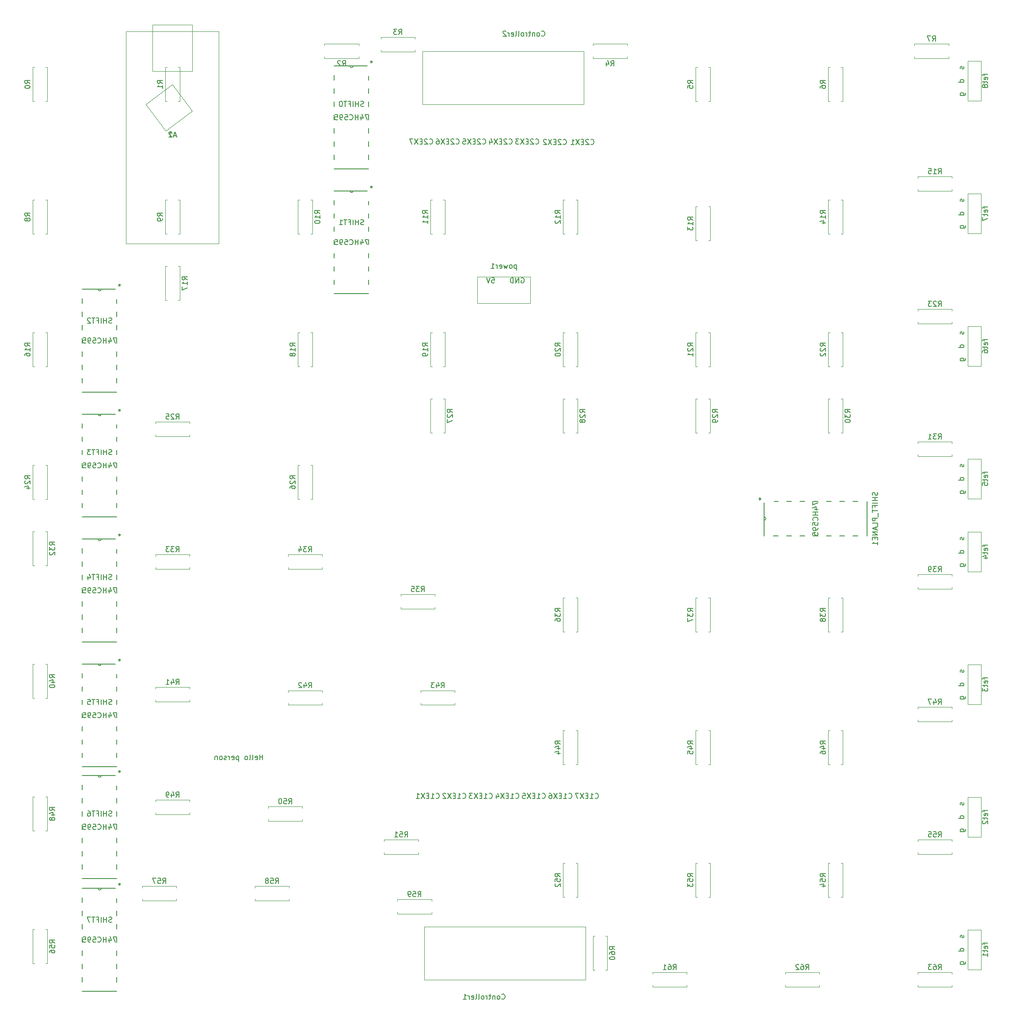
<source format=gbr>
%TF.GenerationSoftware,KiCad,Pcbnew,(5.1.6)-1*%
%TF.CreationDate,2020-12-07T00:16:01-06:00*%
%TF.ProjectId,led_cube,6c65645f-6375-4626-952e-6b696361645f,rev?*%
%TF.SameCoordinates,Original*%
%TF.FileFunction,Legend,Bot*%
%TF.FilePolarity,Positive*%
%FSLAX46Y46*%
G04 Gerber Fmt 4.6, Leading zero omitted, Abs format (unit mm)*
G04 Created by KiCad (PCBNEW (5.1.6)-1) date 2020-12-07 00:16:01*
%MOMM*%
%LPD*%
G01*
G04 APERTURE LIST*
%ADD10C,0.150000*%
%ADD11C,0.120000*%
%ADD12C,0.152400*%
G04 APERTURE END LIST*
D10*
X103631428Y-153487380D02*
X103631428Y-152487380D01*
X103631428Y-152963571D02*
X103060000Y-152963571D01*
X103060000Y-153487380D02*
X103060000Y-152487380D01*
X102202857Y-153439761D02*
X102298095Y-153487380D01*
X102488571Y-153487380D01*
X102583809Y-153439761D01*
X102631428Y-153344523D01*
X102631428Y-152963571D01*
X102583809Y-152868333D01*
X102488571Y-152820714D01*
X102298095Y-152820714D01*
X102202857Y-152868333D01*
X102155238Y-152963571D01*
X102155238Y-153058809D01*
X102631428Y-153154047D01*
X101583809Y-153487380D02*
X101679047Y-153439761D01*
X101726666Y-153344523D01*
X101726666Y-152487380D01*
X101060000Y-153487380D02*
X101155238Y-153439761D01*
X101202857Y-153344523D01*
X101202857Y-152487380D01*
X100536190Y-153487380D02*
X100631428Y-153439761D01*
X100679047Y-153392142D01*
X100726666Y-153296904D01*
X100726666Y-153011190D01*
X100679047Y-152915952D01*
X100631428Y-152868333D01*
X100536190Y-152820714D01*
X100393333Y-152820714D01*
X100298095Y-152868333D01*
X100250476Y-152915952D01*
X100202857Y-153011190D01*
X100202857Y-153296904D01*
X100250476Y-153392142D01*
X100298095Y-153439761D01*
X100393333Y-153487380D01*
X100536190Y-153487380D01*
X99012380Y-152820714D02*
X99012380Y-153820714D01*
X99012380Y-152868333D02*
X98917142Y-152820714D01*
X98726666Y-152820714D01*
X98631428Y-152868333D01*
X98583809Y-152915952D01*
X98536190Y-153011190D01*
X98536190Y-153296904D01*
X98583809Y-153392142D01*
X98631428Y-153439761D01*
X98726666Y-153487380D01*
X98917142Y-153487380D01*
X99012380Y-153439761D01*
X97726666Y-153439761D02*
X97821904Y-153487380D01*
X98012380Y-153487380D01*
X98107619Y-153439761D01*
X98155238Y-153344523D01*
X98155238Y-152963571D01*
X98107619Y-152868333D01*
X98012380Y-152820714D01*
X97821904Y-152820714D01*
X97726666Y-152868333D01*
X97679047Y-152963571D01*
X97679047Y-153058809D01*
X98155238Y-153154047D01*
X97250476Y-153487380D02*
X97250476Y-152820714D01*
X97250476Y-153011190D02*
X97202857Y-152915952D01*
X97155238Y-152868333D01*
X97060000Y-152820714D01*
X96964761Y-152820714D01*
X96679047Y-153439761D02*
X96583809Y-153487380D01*
X96393333Y-153487380D01*
X96298095Y-153439761D01*
X96250476Y-153344523D01*
X96250476Y-153296904D01*
X96298095Y-153201666D01*
X96393333Y-153154047D01*
X96536190Y-153154047D01*
X96631428Y-153106428D01*
X96679047Y-153011190D01*
X96679047Y-152963571D01*
X96631428Y-152868333D01*
X96536190Y-152820714D01*
X96393333Y-152820714D01*
X96298095Y-152868333D01*
X95679047Y-153487380D02*
X95774285Y-153439761D01*
X95821904Y-153392142D01*
X95869523Y-153296904D01*
X95869523Y-153011190D01*
X95821904Y-152915952D01*
X95774285Y-152868333D01*
X95679047Y-152820714D01*
X95536190Y-152820714D01*
X95440952Y-152868333D01*
X95393333Y-152915952D01*
X95345714Y-153011190D01*
X95345714Y-153296904D01*
X95393333Y-153392142D01*
X95440952Y-153439761D01*
X95536190Y-153487380D01*
X95679047Y-153487380D01*
X94917142Y-152820714D02*
X94917142Y-153487380D01*
X94917142Y-152915952D02*
X94869523Y-152868333D01*
X94774285Y-152820714D01*
X94631428Y-152820714D01*
X94536190Y-152868333D01*
X94488571Y-152963571D01*
X94488571Y-153487380D01*
D11*
%TO.C,fet1*%
X241300000Y-193675000D02*
X241300000Y-186055000D01*
X241300000Y-186055000D02*
X238760000Y-186055000D01*
X238760000Y-186055000D02*
X238760000Y-193675000D01*
X238760000Y-193675000D02*
X241300000Y-193675000D01*
%TO.C,R63*%
X235680000Y-194540000D02*
X235680000Y-194210000D01*
X235680000Y-194210000D02*
X229140000Y-194210000D01*
X229140000Y-194210000D02*
X229140000Y-194540000D01*
X235680000Y-196620000D02*
X235680000Y-196950000D01*
X235680000Y-196950000D02*
X229140000Y-196950000D01*
X229140000Y-196950000D02*
X229140000Y-196620000D01*
%TO.C,R62*%
X210280000Y-194540000D02*
X210280000Y-194210000D01*
X210280000Y-194210000D02*
X203740000Y-194210000D01*
X203740000Y-194210000D02*
X203740000Y-194540000D01*
X210280000Y-196620000D02*
X210280000Y-196950000D01*
X210280000Y-196950000D02*
X203740000Y-196950000D01*
X203740000Y-196950000D02*
X203740000Y-196620000D01*
%TO.C,R61*%
X184880000Y-194540000D02*
X184880000Y-194210000D01*
X184880000Y-194210000D02*
X178340000Y-194210000D01*
X178340000Y-194210000D02*
X178340000Y-194540000D01*
X184880000Y-196620000D02*
X184880000Y-196950000D01*
X184880000Y-196950000D02*
X178340000Y-196950000D01*
X178340000Y-196950000D02*
X178340000Y-196620000D01*
%TO.C,R60*%
X169315000Y-193770000D02*
X169645000Y-193770000D01*
X169645000Y-193770000D02*
X169645000Y-187230000D01*
X169645000Y-187230000D02*
X169315000Y-187230000D01*
X167235000Y-193770000D02*
X166905000Y-193770000D01*
X166905000Y-193770000D02*
X166905000Y-187230000D01*
X166905000Y-187230000D02*
X167235000Y-187230000D01*
%TO.C,R59*%
X135985000Y-180570000D02*
X135985000Y-180240000D01*
X135985000Y-180240000D02*
X129445000Y-180240000D01*
X129445000Y-180240000D02*
X129445000Y-180570000D01*
X135985000Y-182650000D02*
X135985000Y-182980000D01*
X135985000Y-182980000D02*
X129445000Y-182980000D01*
X129445000Y-182980000D02*
X129445000Y-182650000D01*
%TO.C,R58*%
X108680000Y-178030000D02*
X108680000Y-177700000D01*
X108680000Y-177700000D02*
X102140000Y-177700000D01*
X102140000Y-177700000D02*
X102140000Y-178030000D01*
X108680000Y-180110000D02*
X108680000Y-180440000D01*
X108680000Y-180440000D02*
X102140000Y-180440000D01*
X102140000Y-180440000D02*
X102140000Y-180110000D01*
%TO.C,R57*%
X87090000Y-178030000D02*
X87090000Y-177700000D01*
X87090000Y-177700000D02*
X80550000Y-177700000D01*
X80550000Y-177700000D02*
X80550000Y-178030000D01*
X87090000Y-180110000D02*
X87090000Y-180440000D01*
X87090000Y-180440000D02*
X80550000Y-180440000D01*
X80550000Y-180440000D02*
X80550000Y-180110000D01*
%TO.C,R56*%
X62000000Y-192500000D02*
X62330000Y-192500000D01*
X62330000Y-192500000D02*
X62330000Y-185960000D01*
X62330000Y-185960000D02*
X62000000Y-185960000D01*
X59920000Y-192500000D02*
X59590000Y-192500000D01*
X59590000Y-192500000D02*
X59590000Y-185960000D01*
X59590000Y-185960000D02*
X59920000Y-185960000D01*
%TO.C,R55*%
X235680000Y-169140000D02*
X235680000Y-168810000D01*
X235680000Y-168810000D02*
X229140000Y-168810000D01*
X229140000Y-168810000D02*
X229140000Y-169140000D01*
X235680000Y-171220000D02*
X235680000Y-171550000D01*
X235680000Y-171550000D02*
X229140000Y-171550000D01*
X229140000Y-171550000D02*
X229140000Y-171220000D01*
%TO.C,R54*%
X212320000Y-173260000D02*
X211990000Y-173260000D01*
X211990000Y-173260000D02*
X211990000Y-179800000D01*
X211990000Y-179800000D02*
X212320000Y-179800000D01*
X214400000Y-173260000D02*
X214730000Y-173260000D01*
X214730000Y-173260000D02*
X214730000Y-179800000D01*
X214730000Y-179800000D02*
X214400000Y-179800000D01*
%TO.C,R53*%
X186920000Y-173260000D02*
X186590000Y-173260000D01*
X186590000Y-173260000D02*
X186590000Y-179800000D01*
X186590000Y-179800000D02*
X186920000Y-179800000D01*
X189000000Y-173260000D02*
X189330000Y-173260000D01*
X189330000Y-173260000D02*
X189330000Y-179800000D01*
X189330000Y-179800000D02*
X189000000Y-179800000D01*
%TO.C,R52*%
X161520000Y-173260000D02*
X161190000Y-173260000D01*
X161190000Y-173260000D02*
X161190000Y-179800000D01*
X161190000Y-179800000D02*
X161520000Y-179800000D01*
X163600000Y-173260000D02*
X163930000Y-173260000D01*
X163930000Y-173260000D02*
X163930000Y-179800000D01*
X163930000Y-179800000D02*
X163600000Y-179800000D01*
%TO.C,R51*%
X133445000Y-169140000D02*
X133445000Y-168810000D01*
X133445000Y-168810000D02*
X126905000Y-168810000D01*
X126905000Y-168810000D02*
X126905000Y-169140000D01*
X133445000Y-171220000D02*
X133445000Y-171550000D01*
X133445000Y-171550000D02*
X126905000Y-171550000D01*
X126905000Y-171550000D02*
X126905000Y-171220000D01*
%TO.C,R50*%
X111220000Y-162790000D02*
X111220000Y-162460000D01*
X111220000Y-162460000D02*
X104680000Y-162460000D01*
X104680000Y-162460000D02*
X104680000Y-162790000D01*
X111220000Y-164870000D02*
X111220000Y-165200000D01*
X111220000Y-165200000D02*
X104680000Y-165200000D01*
X104680000Y-165200000D02*
X104680000Y-164870000D01*
%TO.C,R49*%
X89630000Y-161520000D02*
X89630000Y-161190000D01*
X89630000Y-161190000D02*
X83090000Y-161190000D01*
X83090000Y-161190000D02*
X83090000Y-161520000D01*
X89630000Y-163600000D02*
X89630000Y-163930000D01*
X89630000Y-163930000D02*
X83090000Y-163930000D01*
X83090000Y-163930000D02*
X83090000Y-163600000D01*
%TO.C,R48*%
X62000000Y-167100000D02*
X62330000Y-167100000D01*
X62330000Y-167100000D02*
X62330000Y-160560000D01*
X62330000Y-160560000D02*
X62000000Y-160560000D01*
X59920000Y-167100000D02*
X59590000Y-167100000D01*
X59590000Y-167100000D02*
X59590000Y-160560000D01*
X59590000Y-160560000D02*
X59920000Y-160560000D01*
%TO.C,R47*%
X235680000Y-143740000D02*
X235680000Y-143410000D01*
X235680000Y-143410000D02*
X229140000Y-143410000D01*
X229140000Y-143410000D02*
X229140000Y-143740000D01*
X235680000Y-145820000D02*
X235680000Y-146150000D01*
X235680000Y-146150000D02*
X229140000Y-146150000D01*
X229140000Y-146150000D02*
X229140000Y-145820000D01*
%TO.C,R46*%
X212320000Y-147860000D02*
X211990000Y-147860000D01*
X211990000Y-147860000D02*
X211990000Y-154400000D01*
X211990000Y-154400000D02*
X212320000Y-154400000D01*
X214400000Y-147860000D02*
X214730000Y-147860000D01*
X214730000Y-147860000D02*
X214730000Y-154400000D01*
X214730000Y-154400000D02*
X214400000Y-154400000D01*
%TO.C,R45*%
X186920000Y-147860000D02*
X186590000Y-147860000D01*
X186590000Y-147860000D02*
X186590000Y-154400000D01*
X186590000Y-154400000D02*
X186920000Y-154400000D01*
X189000000Y-147860000D02*
X189330000Y-147860000D01*
X189330000Y-147860000D02*
X189330000Y-154400000D01*
X189330000Y-154400000D02*
X189000000Y-154400000D01*
%TO.C,R44*%
X161520000Y-147860000D02*
X161190000Y-147860000D01*
X161190000Y-147860000D02*
X161190000Y-154400000D01*
X161190000Y-154400000D02*
X161520000Y-154400000D01*
X163600000Y-147860000D02*
X163930000Y-147860000D01*
X163930000Y-147860000D02*
X163930000Y-154400000D01*
X163930000Y-154400000D02*
X163600000Y-154400000D01*
%TO.C,R43*%
X140430000Y-140565000D02*
X140430000Y-140235000D01*
X140430000Y-140235000D02*
X133890000Y-140235000D01*
X133890000Y-140235000D02*
X133890000Y-140565000D01*
X140430000Y-142645000D02*
X140430000Y-142975000D01*
X140430000Y-142975000D02*
X133890000Y-142975000D01*
X133890000Y-142975000D02*
X133890000Y-142645000D01*
%TO.C,R42*%
X115030000Y-140565000D02*
X115030000Y-140235000D01*
X115030000Y-140235000D02*
X108490000Y-140235000D01*
X108490000Y-140235000D02*
X108490000Y-140565000D01*
X115030000Y-142645000D02*
X115030000Y-142975000D01*
X115030000Y-142975000D02*
X108490000Y-142975000D01*
X108490000Y-142975000D02*
X108490000Y-142645000D01*
%TO.C,R41*%
X89630000Y-139930000D02*
X89630000Y-139600000D01*
X89630000Y-139600000D02*
X83090000Y-139600000D01*
X83090000Y-139600000D02*
X83090000Y-139930000D01*
X89630000Y-142010000D02*
X89630000Y-142340000D01*
X89630000Y-142340000D02*
X83090000Y-142340000D01*
X83090000Y-142340000D02*
X83090000Y-142010000D01*
%TO.C,R40*%
X62000000Y-141700000D02*
X62330000Y-141700000D01*
X62330000Y-141700000D02*
X62330000Y-135160000D01*
X62330000Y-135160000D02*
X62000000Y-135160000D01*
X59920000Y-141700000D02*
X59590000Y-141700000D01*
X59590000Y-141700000D02*
X59590000Y-135160000D01*
X59590000Y-135160000D02*
X59920000Y-135160000D01*
%TO.C,R39*%
X235680000Y-118340000D02*
X235680000Y-118010000D01*
X235680000Y-118010000D02*
X229140000Y-118010000D01*
X229140000Y-118010000D02*
X229140000Y-118340000D01*
X235680000Y-120420000D02*
X235680000Y-120750000D01*
X235680000Y-120750000D02*
X229140000Y-120750000D01*
X229140000Y-120750000D02*
X229140000Y-120420000D01*
%TO.C,R38*%
X212320000Y-122460000D02*
X211990000Y-122460000D01*
X211990000Y-122460000D02*
X211990000Y-129000000D01*
X211990000Y-129000000D02*
X212320000Y-129000000D01*
X214400000Y-122460000D02*
X214730000Y-122460000D01*
X214730000Y-122460000D02*
X214730000Y-129000000D01*
X214730000Y-129000000D02*
X214400000Y-129000000D01*
%TO.C,R37*%
X186920000Y-122460000D02*
X186590000Y-122460000D01*
X186590000Y-122460000D02*
X186590000Y-129000000D01*
X186590000Y-129000000D02*
X186920000Y-129000000D01*
X189000000Y-122460000D02*
X189330000Y-122460000D01*
X189330000Y-122460000D02*
X189330000Y-129000000D01*
X189330000Y-129000000D02*
X189000000Y-129000000D01*
%TO.C,R36*%
X161520000Y-122460000D02*
X161190000Y-122460000D01*
X161190000Y-122460000D02*
X161190000Y-129000000D01*
X161190000Y-129000000D02*
X161520000Y-129000000D01*
X163600000Y-122460000D02*
X163930000Y-122460000D01*
X163930000Y-122460000D02*
X163930000Y-129000000D01*
X163930000Y-129000000D02*
X163600000Y-129000000D01*
%TO.C,R35*%
X136620000Y-122150000D02*
X136620000Y-121820000D01*
X136620000Y-121820000D02*
X130080000Y-121820000D01*
X130080000Y-121820000D02*
X130080000Y-122150000D01*
X136620000Y-124230000D02*
X136620000Y-124560000D01*
X136620000Y-124560000D02*
X130080000Y-124560000D01*
X130080000Y-124560000D02*
X130080000Y-124230000D01*
%TO.C,R34*%
X115030000Y-114530000D02*
X115030000Y-114200000D01*
X115030000Y-114200000D02*
X108490000Y-114200000D01*
X108490000Y-114200000D02*
X108490000Y-114530000D01*
X115030000Y-116610000D02*
X115030000Y-116940000D01*
X115030000Y-116940000D02*
X108490000Y-116940000D01*
X108490000Y-116940000D02*
X108490000Y-116610000D01*
%TO.C,R33*%
X89630000Y-114530000D02*
X89630000Y-114200000D01*
X89630000Y-114200000D02*
X83090000Y-114200000D01*
X83090000Y-114200000D02*
X83090000Y-114530000D01*
X89630000Y-116610000D02*
X89630000Y-116940000D01*
X89630000Y-116940000D02*
X83090000Y-116940000D01*
X83090000Y-116940000D02*
X83090000Y-116610000D01*
%TO.C,R32*%
X62000000Y-116300000D02*
X62330000Y-116300000D01*
X62330000Y-116300000D02*
X62330000Y-109760000D01*
X62330000Y-109760000D02*
X62000000Y-109760000D01*
X59920000Y-116300000D02*
X59590000Y-116300000D01*
X59590000Y-116300000D02*
X59590000Y-109760000D01*
X59590000Y-109760000D02*
X59920000Y-109760000D01*
%TO.C,R31*%
X235680000Y-92940000D02*
X235680000Y-92610000D01*
X235680000Y-92610000D02*
X229140000Y-92610000D01*
X229140000Y-92610000D02*
X229140000Y-92940000D01*
X235680000Y-95020000D02*
X235680000Y-95350000D01*
X235680000Y-95350000D02*
X229140000Y-95350000D01*
X229140000Y-95350000D02*
X229140000Y-95020000D01*
%TO.C,R30*%
X214400000Y-90900000D02*
X214730000Y-90900000D01*
X214730000Y-90900000D02*
X214730000Y-84360000D01*
X214730000Y-84360000D02*
X214400000Y-84360000D01*
X212320000Y-90900000D02*
X211990000Y-90900000D01*
X211990000Y-90900000D02*
X211990000Y-84360000D01*
X211990000Y-84360000D02*
X212320000Y-84360000D01*
%TO.C,R29*%
X189000000Y-90900000D02*
X189330000Y-90900000D01*
X189330000Y-90900000D02*
X189330000Y-84360000D01*
X189330000Y-84360000D02*
X189000000Y-84360000D01*
X186920000Y-90900000D02*
X186590000Y-90900000D01*
X186590000Y-90900000D02*
X186590000Y-84360000D01*
X186590000Y-84360000D02*
X186920000Y-84360000D01*
%TO.C,R28*%
X163600000Y-90900000D02*
X163930000Y-90900000D01*
X163930000Y-90900000D02*
X163930000Y-84360000D01*
X163930000Y-84360000D02*
X163600000Y-84360000D01*
X161520000Y-90900000D02*
X161190000Y-90900000D01*
X161190000Y-90900000D02*
X161190000Y-84360000D01*
X161190000Y-84360000D02*
X161520000Y-84360000D01*
%TO.C,R27*%
X138200000Y-90900000D02*
X138530000Y-90900000D01*
X138530000Y-90900000D02*
X138530000Y-84360000D01*
X138530000Y-84360000D02*
X138200000Y-84360000D01*
X136120000Y-90900000D02*
X135790000Y-90900000D01*
X135790000Y-90900000D02*
X135790000Y-84360000D01*
X135790000Y-84360000D02*
X136120000Y-84360000D01*
%TO.C,R26*%
X110720000Y-97060000D02*
X110390000Y-97060000D01*
X110390000Y-97060000D02*
X110390000Y-103600000D01*
X110390000Y-103600000D02*
X110720000Y-103600000D01*
X112800000Y-97060000D02*
X113130000Y-97060000D01*
X113130000Y-97060000D02*
X113130000Y-103600000D01*
X113130000Y-103600000D02*
X112800000Y-103600000D01*
%TO.C,R25*%
X89630000Y-89130000D02*
X89630000Y-88800000D01*
X89630000Y-88800000D02*
X83090000Y-88800000D01*
X83090000Y-88800000D02*
X83090000Y-89130000D01*
X89630000Y-91210000D02*
X89630000Y-91540000D01*
X89630000Y-91540000D02*
X83090000Y-91540000D01*
X83090000Y-91540000D02*
X83090000Y-91210000D01*
%TO.C,R24*%
X59920000Y-97060000D02*
X59590000Y-97060000D01*
X59590000Y-97060000D02*
X59590000Y-103600000D01*
X59590000Y-103600000D02*
X59920000Y-103600000D01*
X62000000Y-97060000D02*
X62330000Y-97060000D01*
X62330000Y-97060000D02*
X62330000Y-103600000D01*
X62330000Y-103600000D02*
X62000000Y-103600000D01*
%TO.C,R23*%
X235680000Y-67540000D02*
X235680000Y-67210000D01*
X235680000Y-67210000D02*
X229140000Y-67210000D01*
X229140000Y-67210000D02*
X229140000Y-67540000D01*
X235680000Y-69620000D02*
X235680000Y-69950000D01*
X235680000Y-69950000D02*
X229140000Y-69950000D01*
X229140000Y-69950000D02*
X229140000Y-69620000D01*
%TO.C,R22*%
X212320000Y-71660000D02*
X211990000Y-71660000D01*
X211990000Y-71660000D02*
X211990000Y-78200000D01*
X211990000Y-78200000D02*
X212320000Y-78200000D01*
X214400000Y-71660000D02*
X214730000Y-71660000D01*
X214730000Y-71660000D02*
X214730000Y-78200000D01*
X214730000Y-78200000D02*
X214400000Y-78200000D01*
%TO.C,R21*%
X186920000Y-71660000D02*
X186590000Y-71660000D01*
X186590000Y-71660000D02*
X186590000Y-78200000D01*
X186590000Y-78200000D02*
X186920000Y-78200000D01*
X189000000Y-71660000D02*
X189330000Y-71660000D01*
X189330000Y-71660000D02*
X189330000Y-78200000D01*
X189330000Y-78200000D02*
X189000000Y-78200000D01*
%TO.C,R20*%
X161520000Y-71660000D02*
X161190000Y-71660000D01*
X161190000Y-71660000D02*
X161190000Y-78200000D01*
X161190000Y-78200000D02*
X161520000Y-78200000D01*
X163600000Y-71660000D02*
X163930000Y-71660000D01*
X163930000Y-71660000D02*
X163930000Y-78200000D01*
X163930000Y-78200000D02*
X163600000Y-78200000D01*
%TO.C,R19*%
X136120000Y-71660000D02*
X135790000Y-71660000D01*
X135790000Y-71660000D02*
X135790000Y-78200000D01*
X135790000Y-78200000D02*
X136120000Y-78200000D01*
X138200000Y-71660000D02*
X138530000Y-71660000D01*
X138530000Y-71660000D02*
X138530000Y-78200000D01*
X138530000Y-78200000D02*
X138200000Y-78200000D01*
%TO.C,R18*%
X110720000Y-71660000D02*
X110390000Y-71660000D01*
X110390000Y-71660000D02*
X110390000Y-78200000D01*
X110390000Y-78200000D02*
X110720000Y-78200000D01*
X112800000Y-71660000D02*
X113130000Y-71660000D01*
X113130000Y-71660000D02*
X113130000Y-78200000D01*
X113130000Y-78200000D02*
X112800000Y-78200000D01*
%TO.C,R17*%
X87400000Y-65500000D02*
X87730000Y-65500000D01*
X87730000Y-65500000D02*
X87730000Y-58960000D01*
X87730000Y-58960000D02*
X87400000Y-58960000D01*
X85320000Y-65500000D02*
X84990000Y-65500000D01*
X84990000Y-65500000D02*
X84990000Y-58960000D01*
X84990000Y-58960000D02*
X85320000Y-58960000D01*
%TO.C,R16*%
X59920000Y-71660000D02*
X59590000Y-71660000D01*
X59590000Y-71660000D02*
X59590000Y-78200000D01*
X59590000Y-78200000D02*
X59920000Y-78200000D01*
X62000000Y-71660000D02*
X62330000Y-71660000D01*
X62330000Y-71660000D02*
X62330000Y-78200000D01*
X62330000Y-78200000D02*
X62000000Y-78200000D01*
%TO.C,R15*%
X235680000Y-42140000D02*
X235680000Y-41810000D01*
X235680000Y-41810000D02*
X229140000Y-41810000D01*
X229140000Y-41810000D02*
X229140000Y-42140000D01*
X235680000Y-44220000D02*
X235680000Y-44550000D01*
X235680000Y-44550000D02*
X229140000Y-44550000D01*
X229140000Y-44550000D02*
X229140000Y-44220000D01*
%TO.C,R14*%
X212320000Y-46260000D02*
X211990000Y-46260000D01*
X211990000Y-46260000D02*
X211990000Y-52800000D01*
X211990000Y-52800000D02*
X212320000Y-52800000D01*
X214400000Y-46260000D02*
X214730000Y-46260000D01*
X214730000Y-46260000D02*
X214730000Y-52800000D01*
X214730000Y-52800000D02*
X214400000Y-52800000D01*
%TO.C,R13*%
X186920000Y-47530000D02*
X186590000Y-47530000D01*
X186590000Y-47530000D02*
X186590000Y-54070000D01*
X186590000Y-54070000D02*
X186920000Y-54070000D01*
X189000000Y-47530000D02*
X189330000Y-47530000D01*
X189330000Y-47530000D02*
X189330000Y-54070000D01*
X189330000Y-54070000D02*
X189000000Y-54070000D01*
%TO.C,R12*%
X161520000Y-46260000D02*
X161190000Y-46260000D01*
X161190000Y-46260000D02*
X161190000Y-52800000D01*
X161190000Y-52800000D02*
X161520000Y-52800000D01*
X163600000Y-46260000D02*
X163930000Y-46260000D01*
X163930000Y-46260000D02*
X163930000Y-52800000D01*
X163930000Y-52800000D02*
X163600000Y-52800000D01*
%TO.C,R11*%
X136120000Y-46260000D02*
X135790000Y-46260000D01*
X135790000Y-46260000D02*
X135790000Y-52800000D01*
X135790000Y-52800000D02*
X136120000Y-52800000D01*
X138200000Y-46260000D02*
X138530000Y-46260000D01*
X138530000Y-46260000D02*
X138530000Y-52800000D01*
X138530000Y-52800000D02*
X138200000Y-52800000D01*
%TO.C,R10*%
X112800000Y-52800000D02*
X113130000Y-52800000D01*
X113130000Y-52800000D02*
X113130000Y-46260000D01*
X113130000Y-46260000D02*
X112800000Y-46260000D01*
X110720000Y-52800000D02*
X110390000Y-52800000D01*
X110390000Y-52800000D02*
X110390000Y-46260000D01*
X110390000Y-46260000D02*
X110720000Y-46260000D01*
%TO.C,R9*%
X85320000Y-46260000D02*
X84990000Y-46260000D01*
X84990000Y-46260000D02*
X84990000Y-52800000D01*
X84990000Y-52800000D02*
X85320000Y-52800000D01*
X87400000Y-46260000D02*
X87730000Y-46260000D01*
X87730000Y-46260000D02*
X87730000Y-52800000D01*
X87730000Y-52800000D02*
X87400000Y-52800000D01*
%TO.C,R8*%
X59920000Y-46260000D02*
X59590000Y-46260000D01*
X59590000Y-46260000D02*
X59590000Y-52800000D01*
X59590000Y-52800000D02*
X59920000Y-52800000D01*
X62000000Y-46260000D02*
X62330000Y-46260000D01*
X62330000Y-46260000D02*
X62330000Y-52800000D01*
X62330000Y-52800000D02*
X62000000Y-52800000D01*
%TO.C,R7*%
X235045000Y-16740000D02*
X235045000Y-16410000D01*
X235045000Y-16410000D02*
X228505000Y-16410000D01*
X228505000Y-16410000D02*
X228505000Y-16740000D01*
X235045000Y-18820000D02*
X235045000Y-19150000D01*
X235045000Y-19150000D02*
X228505000Y-19150000D01*
X228505000Y-19150000D02*
X228505000Y-18820000D01*
%TO.C,R6*%
X212320000Y-20860000D02*
X211990000Y-20860000D01*
X211990000Y-20860000D02*
X211990000Y-27400000D01*
X211990000Y-27400000D02*
X212320000Y-27400000D01*
X214400000Y-20860000D02*
X214730000Y-20860000D01*
X214730000Y-20860000D02*
X214730000Y-27400000D01*
X214730000Y-27400000D02*
X214400000Y-27400000D01*
%TO.C,R5*%
X186920000Y-20860000D02*
X186590000Y-20860000D01*
X186590000Y-20860000D02*
X186590000Y-27400000D01*
X186590000Y-27400000D02*
X186920000Y-27400000D01*
X189000000Y-20860000D02*
X189330000Y-20860000D01*
X189330000Y-20860000D02*
X189330000Y-27400000D01*
X189330000Y-27400000D02*
X189000000Y-27400000D01*
%TO.C,R4*%
X166910000Y-18820000D02*
X166910000Y-19150000D01*
X166910000Y-19150000D02*
X173450000Y-19150000D01*
X173450000Y-19150000D02*
X173450000Y-18820000D01*
X166910000Y-16740000D02*
X166910000Y-16410000D01*
X166910000Y-16410000D02*
X173450000Y-16410000D01*
X173450000Y-16410000D02*
X173450000Y-16740000D01*
%TO.C,R3*%
X132810000Y-15470000D02*
X132810000Y-15140000D01*
X132810000Y-15140000D02*
X126270000Y-15140000D01*
X126270000Y-15140000D02*
X126270000Y-15470000D01*
X132810000Y-17550000D02*
X132810000Y-17880000D01*
X132810000Y-17880000D02*
X126270000Y-17880000D01*
X126270000Y-17880000D02*
X126270000Y-17550000D01*
%TO.C,R2*%
X115475000Y-18820000D02*
X115475000Y-19150000D01*
X115475000Y-19150000D02*
X122015000Y-19150000D01*
X122015000Y-19150000D02*
X122015000Y-18820000D01*
X115475000Y-16740000D02*
X115475000Y-16410000D01*
X115475000Y-16410000D02*
X122015000Y-16410000D01*
X122015000Y-16410000D02*
X122015000Y-16740000D01*
%TO.C,R1*%
X85320000Y-20860000D02*
X84990000Y-20860000D01*
X84990000Y-20860000D02*
X84990000Y-27400000D01*
X84990000Y-27400000D02*
X85320000Y-27400000D01*
X87400000Y-20860000D02*
X87730000Y-20860000D01*
X87730000Y-20860000D02*
X87730000Y-27400000D01*
X87730000Y-27400000D02*
X87400000Y-27400000D01*
%TO.C,fet8*%
X241300000Y-27305000D02*
X241300000Y-19685000D01*
X241300000Y-19685000D02*
X238760000Y-19685000D01*
X238760000Y-19685000D02*
X238760000Y-27305000D01*
X238760000Y-27305000D02*
X241300000Y-27305000D01*
%TO.C,fet7*%
X241300000Y-52705000D02*
X241300000Y-45085000D01*
X241300000Y-45085000D02*
X238760000Y-45085000D01*
X238760000Y-45085000D02*
X238760000Y-52705000D01*
X238760000Y-52705000D02*
X241300000Y-52705000D01*
%TO.C,fet6*%
X241300000Y-78105000D02*
X241300000Y-70485000D01*
X241300000Y-70485000D02*
X238760000Y-70485000D01*
X238760000Y-70485000D02*
X238760000Y-78105000D01*
X238760000Y-78105000D02*
X241300000Y-78105000D01*
%TO.C,fet5*%
X241300000Y-103505000D02*
X241300000Y-95885000D01*
X241300000Y-95885000D02*
X238760000Y-95885000D01*
X238760000Y-95885000D02*
X238760000Y-103505000D01*
X238760000Y-103505000D02*
X241300000Y-103505000D01*
%TO.C,fet4*%
X241300000Y-117475000D02*
X241300000Y-109855000D01*
X241300000Y-109855000D02*
X238760000Y-109855000D01*
X238760000Y-109855000D02*
X238760000Y-117475000D01*
X238760000Y-117475000D02*
X241300000Y-117475000D01*
%TO.C,fet3*%
X241300000Y-142875000D02*
X241300000Y-135255000D01*
X241300000Y-135255000D02*
X238760000Y-135255000D01*
X238760000Y-135255000D02*
X238760000Y-142875000D01*
X238760000Y-142875000D02*
X241300000Y-142875000D01*
%TO.C,fet2*%
X241300000Y-168275000D02*
X241300000Y-160655000D01*
X241300000Y-160655000D02*
X238760000Y-160655000D01*
X238760000Y-160655000D02*
X238760000Y-168275000D01*
X238760000Y-168275000D02*
X241300000Y-168275000D01*
%TO.C,Controller2*%
X134205000Y-17780000D02*
X165120000Y-17780000D01*
X165120000Y-17780000D02*
X165120000Y-27940000D01*
X165120000Y-27940000D02*
X134205000Y-27940000D01*
X134205000Y-27940000D02*
X134205000Y-17780000D01*
%TO.C,Controller1*%
X165515000Y-195580000D02*
X134600000Y-195580000D01*
X134600000Y-195580000D02*
X134600000Y-185420000D01*
X134600000Y-185420000D02*
X165515000Y-185420000D01*
X165515000Y-185420000D02*
X165515000Y-195580000D01*
%TO.C,A2*%
X82550000Y-21590000D02*
X82550000Y-12700000D01*
X82550000Y-12700000D02*
X90170000Y-12700000D01*
X90170000Y-12700000D02*
X90170000Y-21590000D01*
X90170000Y-21590000D02*
X82550000Y-21590000D01*
X78740000Y-13970000D02*
X95250000Y-13970000D01*
X95250000Y-13970000D02*
X95250000Y-54610000D01*
X95250000Y-54610000D02*
X77470000Y-54610000D01*
X77470000Y-54610000D02*
X77470000Y-13970000D01*
X77470000Y-13970000D02*
X78740000Y-13970000D01*
X90170000Y-29210000D02*
X85090000Y-33020000D01*
X85090000Y-33020000D02*
X81280000Y-27940000D01*
X81280000Y-27940000D02*
X86360000Y-24130000D01*
X86360000Y-24130000D02*
X90170000Y-29210000D01*
%TO.C,A1*%
X82550000Y-21590000D02*
X82550000Y-12700000D01*
X82550000Y-12700000D02*
X90170000Y-12700000D01*
X90170000Y-12700000D02*
X90170000Y-21590000D01*
X90170000Y-21590000D02*
X82550000Y-21590000D01*
X78740000Y-13970000D02*
X95250000Y-13970000D01*
X95250000Y-13970000D02*
X95250000Y-54610000D01*
X95250000Y-54610000D02*
X77470000Y-54610000D01*
X77470000Y-54610000D02*
X77470000Y-13970000D01*
X77470000Y-13970000D02*
X78740000Y-13970000D01*
X90170000Y-29210000D02*
X85090000Y-33020000D01*
X85090000Y-33020000D02*
X81280000Y-27940000D01*
X81280000Y-27940000D02*
X86360000Y-24130000D01*
X86360000Y-24130000D02*
X90170000Y-29210000D01*
%TO.C,power1*%
X149860000Y-60960000D02*
X154940000Y-60960000D01*
X154940000Y-60960000D02*
X154940000Y-66040000D01*
X154940000Y-66040000D02*
X144780000Y-66040000D01*
X144780000Y-66040000D02*
X144780000Y-60960000D01*
X144780000Y-60960000D02*
X149860000Y-60960000D01*
%TO.C,R0*%
X62330000Y-27400000D02*
X62000000Y-27400000D01*
X62330000Y-20860000D02*
X62330000Y-27400000D01*
X62000000Y-20860000D02*
X62330000Y-20860000D01*
X59590000Y-27400000D02*
X59920000Y-27400000D01*
X59590000Y-20860000D02*
X59590000Y-27400000D01*
X59920000Y-20860000D02*
X59590000Y-20860000D01*
D12*
%TO.C,SHIFT0*%
X123952000Y-40322500D02*
X117348000Y-40322500D01*
X117348000Y-38531431D02*
X117348000Y-37668569D01*
X117348000Y-20637500D02*
X123678835Y-20637500D01*
X123952000Y-22570440D02*
X123952000Y-23291431D01*
X123952000Y-24968569D02*
X123952000Y-25831431D01*
X123952000Y-27508569D02*
X123952000Y-28371431D01*
X123952000Y-30048569D02*
X123952000Y-30911431D01*
X123952000Y-32588569D02*
X123952000Y-33451431D01*
X123952000Y-35128569D02*
X123952000Y-35991431D01*
X123952000Y-37668569D02*
X123952000Y-38531431D01*
X117348000Y-35991431D02*
X117348000Y-35128569D01*
X117348000Y-33451431D02*
X117348000Y-32588569D01*
X117348000Y-30911431D02*
X117348000Y-30048569D01*
X117348000Y-28371431D02*
X117348000Y-27508569D01*
X117348000Y-25831431D02*
X117348000Y-24968569D01*
X117348000Y-23291431D02*
X117348000Y-22428569D01*
X120954800Y-20637500D02*
G75*
G02*
X120345200Y-20637500I-304800J0D01*
G01*
%TO.C,SHIFT1*%
X123952000Y-64240833D02*
X117348000Y-64240833D01*
X117348000Y-62449764D02*
X117348000Y-61586902D01*
X117348000Y-44555833D02*
X123678835Y-44555833D01*
X123952000Y-46488773D02*
X123952000Y-47209764D01*
X123952000Y-48886902D02*
X123952000Y-49749764D01*
X123952000Y-51426902D02*
X123952000Y-52289764D01*
X123952000Y-53966902D02*
X123952000Y-54829764D01*
X123952000Y-56506902D02*
X123952000Y-57369764D01*
X123952000Y-59046902D02*
X123952000Y-59909764D01*
X123952000Y-61586902D02*
X123952000Y-62449764D01*
X117348000Y-59909764D02*
X117348000Y-59046902D01*
X117348000Y-57369764D02*
X117348000Y-56506902D01*
X117348000Y-54829764D02*
X117348000Y-53966902D01*
X117348000Y-52289764D02*
X117348000Y-51426902D01*
X117348000Y-49749764D02*
X117348000Y-48886902D01*
X117348000Y-47209764D02*
X117348000Y-46346902D01*
X120954800Y-44555833D02*
G75*
G02*
X120345200Y-44555833I-304800J0D01*
G01*
%TO.C,SHIFT2*%
X69088000Y-66048097D02*
X69088000Y-65185235D01*
X69088000Y-68588097D02*
X69088000Y-67725235D01*
X69088000Y-71128097D02*
X69088000Y-70265235D01*
X69088000Y-73668097D02*
X69088000Y-72805235D01*
X69088000Y-76208097D02*
X69088000Y-75345235D01*
X69088000Y-78748097D02*
X69088000Y-77885235D01*
X75692000Y-80425235D02*
X75692000Y-81288097D01*
X75692000Y-77885235D02*
X75692000Y-78748097D01*
X75692000Y-75345235D02*
X75692000Y-76208097D01*
X75692000Y-72805235D02*
X75692000Y-73668097D01*
X75692000Y-70265235D02*
X75692000Y-71128097D01*
X75692000Y-67725235D02*
X75692000Y-68588097D01*
X75692000Y-65327106D02*
X75692000Y-66048097D01*
X69088000Y-63394166D02*
X75418835Y-63394166D01*
X69088000Y-81288097D02*
X69088000Y-80425235D01*
X75692000Y-83079166D02*
X69088000Y-83079166D01*
X72694800Y-63394166D02*
G75*
G02*
X72085200Y-63394166I-304800J0D01*
G01*
%TO.C,SHIFT3*%
X69088000Y-89966430D02*
X69088000Y-89103568D01*
X69088000Y-92506430D02*
X69088000Y-91643568D01*
X69088000Y-95046430D02*
X69088000Y-94183568D01*
X69088000Y-97586430D02*
X69088000Y-96723568D01*
X69088000Y-100126430D02*
X69088000Y-99263568D01*
X69088000Y-102666430D02*
X69088000Y-101803568D01*
X75692000Y-104343568D02*
X75692000Y-105206430D01*
X75692000Y-101803568D02*
X75692000Y-102666430D01*
X75692000Y-99263568D02*
X75692000Y-100126430D01*
X75692000Y-96723568D02*
X75692000Y-97586430D01*
X75692000Y-94183568D02*
X75692000Y-95046430D01*
X75692000Y-91643568D02*
X75692000Y-92506430D01*
X75692000Y-89245439D02*
X75692000Y-89966430D01*
X69088000Y-87312499D02*
X75418835Y-87312499D01*
X69088000Y-105206430D02*
X69088000Y-104343568D01*
X75692000Y-106997499D02*
X69088000Y-106997499D01*
X72694800Y-87312499D02*
G75*
G02*
X72085200Y-87312499I-304800J0D01*
G01*
%TO.C,SHIFT4*%
X75692000Y-130915832D02*
X69088000Y-130915832D01*
X69088000Y-129124763D02*
X69088000Y-128261901D01*
X69088000Y-111230832D02*
X75418835Y-111230832D01*
X75692000Y-113163772D02*
X75692000Y-113884763D01*
X75692000Y-115561901D02*
X75692000Y-116424763D01*
X75692000Y-118101901D02*
X75692000Y-118964763D01*
X75692000Y-120641901D02*
X75692000Y-121504763D01*
X75692000Y-123181901D02*
X75692000Y-124044763D01*
X75692000Y-125721901D02*
X75692000Y-126584763D01*
X75692000Y-128261901D02*
X75692000Y-129124763D01*
X69088000Y-126584763D02*
X69088000Y-125721901D01*
X69088000Y-124044763D02*
X69088000Y-123181901D01*
X69088000Y-121504763D02*
X69088000Y-120641901D01*
X69088000Y-118964763D02*
X69088000Y-118101901D01*
X69088000Y-116424763D02*
X69088000Y-115561901D01*
X69088000Y-113884763D02*
X69088000Y-113021901D01*
X72694800Y-111230832D02*
G75*
G02*
X72085200Y-111230832I-304800J0D01*
G01*
%TO.C,SHIFT5*%
X75692000Y-154834165D02*
X69088000Y-154834165D01*
X69088000Y-153043096D02*
X69088000Y-152180234D01*
X69088000Y-135149165D02*
X75418835Y-135149165D01*
X75692000Y-137082105D02*
X75692000Y-137803096D01*
X75692000Y-139480234D02*
X75692000Y-140343096D01*
X75692000Y-142020234D02*
X75692000Y-142883096D01*
X75692000Y-144560234D02*
X75692000Y-145423096D01*
X75692000Y-147100234D02*
X75692000Y-147963096D01*
X75692000Y-149640234D02*
X75692000Y-150503096D01*
X75692000Y-152180234D02*
X75692000Y-153043096D01*
X69088000Y-150503096D02*
X69088000Y-149640234D01*
X69088000Y-147963096D02*
X69088000Y-147100234D01*
X69088000Y-145423096D02*
X69088000Y-144560234D01*
X69088000Y-142883096D02*
X69088000Y-142020234D01*
X69088000Y-140343096D02*
X69088000Y-139480234D01*
X69088000Y-137803096D02*
X69088000Y-136940234D01*
X72694800Y-135149165D02*
G75*
G02*
X72085200Y-135149165I-304800J0D01*
G01*
%TO.C,SHIFT6*%
X69088000Y-159181431D02*
X69088000Y-158318569D01*
X69088000Y-161721431D02*
X69088000Y-160858569D01*
X69088000Y-164261431D02*
X69088000Y-163398569D01*
X69088000Y-166801431D02*
X69088000Y-165938569D01*
X69088000Y-169341431D02*
X69088000Y-168478569D01*
X69088000Y-171881431D02*
X69088000Y-171018569D01*
X75692000Y-173558569D02*
X75692000Y-174421431D01*
X75692000Y-171018569D02*
X75692000Y-171881431D01*
X75692000Y-168478569D02*
X75692000Y-169341431D01*
X75692000Y-165938569D02*
X75692000Y-166801431D01*
X75692000Y-163398569D02*
X75692000Y-164261431D01*
X75692000Y-160858569D02*
X75692000Y-161721431D01*
X75692000Y-158460440D02*
X75692000Y-159181431D01*
X69088000Y-156527500D02*
X75418835Y-156527500D01*
X69088000Y-174421431D02*
X69088000Y-173558569D01*
X75692000Y-176212500D02*
X69088000Y-176212500D01*
X72694800Y-156527500D02*
G75*
G02*
X72085200Y-156527500I-304800J0D01*
G01*
%TO.C,SHIFT7*%
X75692000Y-197802500D02*
X69088000Y-197802500D01*
X69088000Y-196011431D02*
X69088000Y-195148569D01*
X69088000Y-178117500D02*
X75418835Y-178117500D01*
X75692000Y-180050440D02*
X75692000Y-180771431D01*
X75692000Y-182448569D02*
X75692000Y-183311431D01*
X75692000Y-184988569D02*
X75692000Y-185851431D01*
X75692000Y-187528569D02*
X75692000Y-188391431D01*
X75692000Y-190068569D02*
X75692000Y-190931431D01*
X75692000Y-192608569D02*
X75692000Y-193471431D01*
X75692000Y-195148569D02*
X75692000Y-196011431D01*
X69088000Y-193471431D02*
X69088000Y-192608569D01*
X69088000Y-190931431D02*
X69088000Y-190068569D01*
X69088000Y-188391431D02*
X69088000Y-187528569D01*
X69088000Y-185851431D02*
X69088000Y-184988569D01*
X69088000Y-183311431D02*
X69088000Y-182448569D01*
X69088000Y-180771431D02*
X69088000Y-179908569D01*
X72694800Y-178117500D02*
G75*
G02*
X72085200Y-178117500I-304800J0D01*
G01*
%TO.C,SHIFT_PLANE1*%
X202361431Y-110617000D02*
X201498569Y-110617000D01*
X204901431Y-110617000D02*
X204038569Y-110617000D01*
X207441431Y-110617000D02*
X206578569Y-110617000D01*
X209981431Y-110617000D02*
X209118569Y-110617000D01*
X212521431Y-110617000D02*
X211658569Y-110617000D01*
X215061431Y-110617000D02*
X214198569Y-110617000D01*
X216738569Y-104013000D02*
X217601431Y-104013000D01*
X214198569Y-104013000D02*
X215061431Y-104013000D01*
X211658569Y-104013000D02*
X212521431Y-104013000D01*
X209118569Y-104013000D02*
X209981431Y-104013000D01*
X206578569Y-104013000D02*
X207441431Y-104013000D01*
X204038569Y-104013000D02*
X204901431Y-104013000D01*
X201640440Y-104013000D02*
X202361431Y-104013000D01*
X199707500Y-110617000D02*
X199707500Y-104286165D01*
X217601431Y-110617000D02*
X216738569Y-110617000D01*
X219392500Y-104013000D02*
X219392500Y-110617000D01*
X199707500Y-107010200D02*
G75*
G02*
X199707500Y-107619800I0J-304800D01*
G01*
%TO.C,fet1*%
D10*
X241855714Y-188484047D02*
X241855714Y-188865000D01*
X242522380Y-188626904D02*
X241665238Y-188626904D01*
X241570000Y-188674523D01*
X241522380Y-188769761D01*
X241522380Y-188865000D01*
X242474761Y-189579285D02*
X242522380Y-189484047D01*
X242522380Y-189293571D01*
X242474761Y-189198333D01*
X242379523Y-189150714D01*
X241998571Y-189150714D01*
X241903333Y-189198333D01*
X241855714Y-189293571D01*
X241855714Y-189484047D01*
X241903333Y-189579285D01*
X241998571Y-189626904D01*
X242093809Y-189626904D01*
X242189047Y-189150714D01*
X241855714Y-189912619D02*
X241855714Y-190293571D01*
X241522380Y-190055476D02*
X242379523Y-190055476D01*
X242474761Y-190103095D01*
X242522380Y-190198333D01*
X242522380Y-190293571D01*
X242522380Y-191150714D02*
X242522380Y-190579285D01*
X242522380Y-190865000D02*
X241522380Y-190865000D01*
X241665238Y-190769761D01*
X241760476Y-190674523D01*
X241808095Y-190579285D01*
X237894761Y-187110714D02*
X237942380Y-187205952D01*
X237942380Y-187396428D01*
X237894761Y-187491666D01*
X237799523Y-187539285D01*
X237751904Y-187539285D01*
X237656666Y-187491666D01*
X237609047Y-187396428D01*
X237609047Y-187253571D01*
X237561428Y-187158333D01*
X237466190Y-187110714D01*
X237418571Y-187110714D01*
X237323333Y-187158333D01*
X237275714Y-187253571D01*
X237275714Y-187396428D01*
X237323333Y-187491666D01*
X237942380Y-190079285D02*
X236942380Y-190079285D01*
X237894761Y-190079285D02*
X237942380Y-189984047D01*
X237942380Y-189793571D01*
X237894761Y-189698333D01*
X237847142Y-189650714D01*
X237751904Y-189603095D01*
X237466190Y-189603095D01*
X237370952Y-189650714D01*
X237323333Y-189698333D01*
X237275714Y-189793571D01*
X237275714Y-189984047D01*
X237323333Y-190079285D01*
X237275714Y-192619285D02*
X238085238Y-192619285D01*
X238180476Y-192571666D01*
X238228095Y-192524047D01*
X238275714Y-192428809D01*
X238275714Y-192285952D01*
X238228095Y-192190714D01*
X237894761Y-192619285D02*
X237942380Y-192524047D01*
X237942380Y-192333571D01*
X237894761Y-192238333D01*
X237847142Y-192190714D01*
X237751904Y-192143095D01*
X237466190Y-192143095D01*
X237370952Y-192190714D01*
X237323333Y-192238333D01*
X237275714Y-192333571D01*
X237275714Y-192524047D01*
X237323333Y-192619285D01*
%TO.C,R63*%
X233052857Y-193662380D02*
X233386190Y-193186190D01*
X233624285Y-193662380D02*
X233624285Y-192662380D01*
X233243333Y-192662380D01*
X233148095Y-192710000D01*
X233100476Y-192757619D01*
X233052857Y-192852857D01*
X233052857Y-192995714D01*
X233100476Y-193090952D01*
X233148095Y-193138571D01*
X233243333Y-193186190D01*
X233624285Y-193186190D01*
X232195714Y-192662380D02*
X232386190Y-192662380D01*
X232481428Y-192710000D01*
X232529047Y-192757619D01*
X232624285Y-192900476D01*
X232671904Y-193090952D01*
X232671904Y-193471904D01*
X232624285Y-193567142D01*
X232576666Y-193614761D01*
X232481428Y-193662380D01*
X232290952Y-193662380D01*
X232195714Y-193614761D01*
X232148095Y-193567142D01*
X232100476Y-193471904D01*
X232100476Y-193233809D01*
X232148095Y-193138571D01*
X232195714Y-193090952D01*
X232290952Y-193043333D01*
X232481428Y-193043333D01*
X232576666Y-193090952D01*
X232624285Y-193138571D01*
X232671904Y-193233809D01*
X231767142Y-192662380D02*
X231148095Y-192662380D01*
X231481428Y-193043333D01*
X231338571Y-193043333D01*
X231243333Y-193090952D01*
X231195714Y-193138571D01*
X231148095Y-193233809D01*
X231148095Y-193471904D01*
X231195714Y-193567142D01*
X231243333Y-193614761D01*
X231338571Y-193662380D01*
X231624285Y-193662380D01*
X231719523Y-193614761D01*
X231767142Y-193567142D01*
%TO.C,R62*%
X207652857Y-193662380D02*
X207986190Y-193186190D01*
X208224285Y-193662380D02*
X208224285Y-192662380D01*
X207843333Y-192662380D01*
X207748095Y-192710000D01*
X207700476Y-192757619D01*
X207652857Y-192852857D01*
X207652857Y-192995714D01*
X207700476Y-193090952D01*
X207748095Y-193138571D01*
X207843333Y-193186190D01*
X208224285Y-193186190D01*
X206795714Y-192662380D02*
X206986190Y-192662380D01*
X207081428Y-192710000D01*
X207129047Y-192757619D01*
X207224285Y-192900476D01*
X207271904Y-193090952D01*
X207271904Y-193471904D01*
X207224285Y-193567142D01*
X207176666Y-193614761D01*
X207081428Y-193662380D01*
X206890952Y-193662380D01*
X206795714Y-193614761D01*
X206748095Y-193567142D01*
X206700476Y-193471904D01*
X206700476Y-193233809D01*
X206748095Y-193138571D01*
X206795714Y-193090952D01*
X206890952Y-193043333D01*
X207081428Y-193043333D01*
X207176666Y-193090952D01*
X207224285Y-193138571D01*
X207271904Y-193233809D01*
X206319523Y-192757619D02*
X206271904Y-192710000D01*
X206176666Y-192662380D01*
X205938571Y-192662380D01*
X205843333Y-192710000D01*
X205795714Y-192757619D01*
X205748095Y-192852857D01*
X205748095Y-192948095D01*
X205795714Y-193090952D01*
X206367142Y-193662380D01*
X205748095Y-193662380D01*
%TO.C,R61*%
X182252857Y-193662380D02*
X182586190Y-193186190D01*
X182824285Y-193662380D02*
X182824285Y-192662380D01*
X182443333Y-192662380D01*
X182348095Y-192710000D01*
X182300476Y-192757619D01*
X182252857Y-192852857D01*
X182252857Y-192995714D01*
X182300476Y-193090952D01*
X182348095Y-193138571D01*
X182443333Y-193186190D01*
X182824285Y-193186190D01*
X181395714Y-192662380D02*
X181586190Y-192662380D01*
X181681428Y-192710000D01*
X181729047Y-192757619D01*
X181824285Y-192900476D01*
X181871904Y-193090952D01*
X181871904Y-193471904D01*
X181824285Y-193567142D01*
X181776666Y-193614761D01*
X181681428Y-193662380D01*
X181490952Y-193662380D01*
X181395714Y-193614761D01*
X181348095Y-193567142D01*
X181300476Y-193471904D01*
X181300476Y-193233809D01*
X181348095Y-193138571D01*
X181395714Y-193090952D01*
X181490952Y-193043333D01*
X181681428Y-193043333D01*
X181776666Y-193090952D01*
X181824285Y-193138571D01*
X181871904Y-193233809D01*
X180348095Y-193662380D02*
X180919523Y-193662380D01*
X180633809Y-193662380D02*
X180633809Y-192662380D01*
X180729047Y-192805238D01*
X180824285Y-192900476D01*
X180919523Y-192948095D01*
%TO.C,R60*%
X171097380Y-189857142D02*
X170621190Y-189523809D01*
X171097380Y-189285714D02*
X170097380Y-189285714D01*
X170097380Y-189666666D01*
X170145000Y-189761904D01*
X170192619Y-189809523D01*
X170287857Y-189857142D01*
X170430714Y-189857142D01*
X170525952Y-189809523D01*
X170573571Y-189761904D01*
X170621190Y-189666666D01*
X170621190Y-189285714D01*
X170097380Y-190714285D02*
X170097380Y-190523809D01*
X170145000Y-190428571D01*
X170192619Y-190380952D01*
X170335476Y-190285714D01*
X170525952Y-190238095D01*
X170906904Y-190238095D01*
X171002142Y-190285714D01*
X171049761Y-190333333D01*
X171097380Y-190428571D01*
X171097380Y-190619047D01*
X171049761Y-190714285D01*
X171002142Y-190761904D01*
X170906904Y-190809523D01*
X170668809Y-190809523D01*
X170573571Y-190761904D01*
X170525952Y-190714285D01*
X170478333Y-190619047D01*
X170478333Y-190428571D01*
X170525952Y-190333333D01*
X170573571Y-190285714D01*
X170668809Y-190238095D01*
X170097380Y-191428571D02*
X170097380Y-191523809D01*
X170145000Y-191619047D01*
X170192619Y-191666666D01*
X170287857Y-191714285D01*
X170478333Y-191761904D01*
X170716428Y-191761904D01*
X170906904Y-191714285D01*
X171002142Y-191666666D01*
X171049761Y-191619047D01*
X171097380Y-191523809D01*
X171097380Y-191428571D01*
X171049761Y-191333333D01*
X171002142Y-191285714D01*
X170906904Y-191238095D01*
X170716428Y-191190476D01*
X170478333Y-191190476D01*
X170287857Y-191238095D01*
X170192619Y-191285714D01*
X170145000Y-191333333D01*
X170097380Y-191428571D01*
%TO.C,R59*%
X133357857Y-179692380D02*
X133691190Y-179216190D01*
X133929285Y-179692380D02*
X133929285Y-178692380D01*
X133548333Y-178692380D01*
X133453095Y-178740000D01*
X133405476Y-178787619D01*
X133357857Y-178882857D01*
X133357857Y-179025714D01*
X133405476Y-179120952D01*
X133453095Y-179168571D01*
X133548333Y-179216190D01*
X133929285Y-179216190D01*
X132453095Y-178692380D02*
X132929285Y-178692380D01*
X132976904Y-179168571D01*
X132929285Y-179120952D01*
X132834047Y-179073333D01*
X132595952Y-179073333D01*
X132500714Y-179120952D01*
X132453095Y-179168571D01*
X132405476Y-179263809D01*
X132405476Y-179501904D01*
X132453095Y-179597142D01*
X132500714Y-179644761D01*
X132595952Y-179692380D01*
X132834047Y-179692380D01*
X132929285Y-179644761D01*
X132976904Y-179597142D01*
X131929285Y-179692380D02*
X131738809Y-179692380D01*
X131643571Y-179644761D01*
X131595952Y-179597142D01*
X131500714Y-179454285D01*
X131453095Y-179263809D01*
X131453095Y-178882857D01*
X131500714Y-178787619D01*
X131548333Y-178740000D01*
X131643571Y-178692380D01*
X131834047Y-178692380D01*
X131929285Y-178740000D01*
X131976904Y-178787619D01*
X132024523Y-178882857D01*
X132024523Y-179120952D01*
X131976904Y-179216190D01*
X131929285Y-179263809D01*
X131834047Y-179311428D01*
X131643571Y-179311428D01*
X131548333Y-179263809D01*
X131500714Y-179216190D01*
X131453095Y-179120952D01*
%TO.C,R58*%
X106052857Y-177152380D02*
X106386190Y-176676190D01*
X106624285Y-177152380D02*
X106624285Y-176152380D01*
X106243333Y-176152380D01*
X106148095Y-176200000D01*
X106100476Y-176247619D01*
X106052857Y-176342857D01*
X106052857Y-176485714D01*
X106100476Y-176580952D01*
X106148095Y-176628571D01*
X106243333Y-176676190D01*
X106624285Y-176676190D01*
X105148095Y-176152380D02*
X105624285Y-176152380D01*
X105671904Y-176628571D01*
X105624285Y-176580952D01*
X105529047Y-176533333D01*
X105290952Y-176533333D01*
X105195714Y-176580952D01*
X105148095Y-176628571D01*
X105100476Y-176723809D01*
X105100476Y-176961904D01*
X105148095Y-177057142D01*
X105195714Y-177104761D01*
X105290952Y-177152380D01*
X105529047Y-177152380D01*
X105624285Y-177104761D01*
X105671904Y-177057142D01*
X104529047Y-176580952D02*
X104624285Y-176533333D01*
X104671904Y-176485714D01*
X104719523Y-176390476D01*
X104719523Y-176342857D01*
X104671904Y-176247619D01*
X104624285Y-176200000D01*
X104529047Y-176152380D01*
X104338571Y-176152380D01*
X104243333Y-176200000D01*
X104195714Y-176247619D01*
X104148095Y-176342857D01*
X104148095Y-176390476D01*
X104195714Y-176485714D01*
X104243333Y-176533333D01*
X104338571Y-176580952D01*
X104529047Y-176580952D01*
X104624285Y-176628571D01*
X104671904Y-176676190D01*
X104719523Y-176771428D01*
X104719523Y-176961904D01*
X104671904Y-177057142D01*
X104624285Y-177104761D01*
X104529047Y-177152380D01*
X104338571Y-177152380D01*
X104243333Y-177104761D01*
X104195714Y-177057142D01*
X104148095Y-176961904D01*
X104148095Y-176771428D01*
X104195714Y-176676190D01*
X104243333Y-176628571D01*
X104338571Y-176580952D01*
%TO.C,R57*%
X84462857Y-177152380D02*
X84796190Y-176676190D01*
X85034285Y-177152380D02*
X85034285Y-176152380D01*
X84653333Y-176152380D01*
X84558095Y-176200000D01*
X84510476Y-176247619D01*
X84462857Y-176342857D01*
X84462857Y-176485714D01*
X84510476Y-176580952D01*
X84558095Y-176628571D01*
X84653333Y-176676190D01*
X85034285Y-176676190D01*
X83558095Y-176152380D02*
X84034285Y-176152380D01*
X84081904Y-176628571D01*
X84034285Y-176580952D01*
X83939047Y-176533333D01*
X83700952Y-176533333D01*
X83605714Y-176580952D01*
X83558095Y-176628571D01*
X83510476Y-176723809D01*
X83510476Y-176961904D01*
X83558095Y-177057142D01*
X83605714Y-177104761D01*
X83700952Y-177152380D01*
X83939047Y-177152380D01*
X84034285Y-177104761D01*
X84081904Y-177057142D01*
X83177142Y-176152380D02*
X82510476Y-176152380D01*
X82939047Y-177152380D01*
%TO.C,R56*%
X63782380Y-188587142D02*
X63306190Y-188253809D01*
X63782380Y-188015714D02*
X62782380Y-188015714D01*
X62782380Y-188396666D01*
X62830000Y-188491904D01*
X62877619Y-188539523D01*
X62972857Y-188587142D01*
X63115714Y-188587142D01*
X63210952Y-188539523D01*
X63258571Y-188491904D01*
X63306190Y-188396666D01*
X63306190Y-188015714D01*
X62782380Y-189491904D02*
X62782380Y-189015714D01*
X63258571Y-188968095D01*
X63210952Y-189015714D01*
X63163333Y-189110952D01*
X63163333Y-189349047D01*
X63210952Y-189444285D01*
X63258571Y-189491904D01*
X63353809Y-189539523D01*
X63591904Y-189539523D01*
X63687142Y-189491904D01*
X63734761Y-189444285D01*
X63782380Y-189349047D01*
X63782380Y-189110952D01*
X63734761Y-189015714D01*
X63687142Y-188968095D01*
X62782380Y-190396666D02*
X62782380Y-190206190D01*
X62830000Y-190110952D01*
X62877619Y-190063333D01*
X63020476Y-189968095D01*
X63210952Y-189920476D01*
X63591904Y-189920476D01*
X63687142Y-189968095D01*
X63734761Y-190015714D01*
X63782380Y-190110952D01*
X63782380Y-190301428D01*
X63734761Y-190396666D01*
X63687142Y-190444285D01*
X63591904Y-190491904D01*
X63353809Y-190491904D01*
X63258571Y-190444285D01*
X63210952Y-190396666D01*
X63163333Y-190301428D01*
X63163333Y-190110952D01*
X63210952Y-190015714D01*
X63258571Y-189968095D01*
X63353809Y-189920476D01*
%TO.C,R55*%
X233052857Y-168262380D02*
X233386190Y-167786190D01*
X233624285Y-168262380D02*
X233624285Y-167262380D01*
X233243333Y-167262380D01*
X233148095Y-167310000D01*
X233100476Y-167357619D01*
X233052857Y-167452857D01*
X233052857Y-167595714D01*
X233100476Y-167690952D01*
X233148095Y-167738571D01*
X233243333Y-167786190D01*
X233624285Y-167786190D01*
X232148095Y-167262380D02*
X232624285Y-167262380D01*
X232671904Y-167738571D01*
X232624285Y-167690952D01*
X232529047Y-167643333D01*
X232290952Y-167643333D01*
X232195714Y-167690952D01*
X232148095Y-167738571D01*
X232100476Y-167833809D01*
X232100476Y-168071904D01*
X232148095Y-168167142D01*
X232195714Y-168214761D01*
X232290952Y-168262380D01*
X232529047Y-168262380D01*
X232624285Y-168214761D01*
X232671904Y-168167142D01*
X231195714Y-167262380D02*
X231671904Y-167262380D01*
X231719523Y-167738571D01*
X231671904Y-167690952D01*
X231576666Y-167643333D01*
X231338571Y-167643333D01*
X231243333Y-167690952D01*
X231195714Y-167738571D01*
X231148095Y-167833809D01*
X231148095Y-168071904D01*
X231195714Y-168167142D01*
X231243333Y-168214761D01*
X231338571Y-168262380D01*
X231576666Y-168262380D01*
X231671904Y-168214761D01*
X231719523Y-168167142D01*
%TO.C,R54*%
X211442380Y-175887142D02*
X210966190Y-175553809D01*
X211442380Y-175315714D02*
X210442380Y-175315714D01*
X210442380Y-175696666D01*
X210490000Y-175791904D01*
X210537619Y-175839523D01*
X210632857Y-175887142D01*
X210775714Y-175887142D01*
X210870952Y-175839523D01*
X210918571Y-175791904D01*
X210966190Y-175696666D01*
X210966190Y-175315714D01*
X210442380Y-176791904D02*
X210442380Y-176315714D01*
X210918571Y-176268095D01*
X210870952Y-176315714D01*
X210823333Y-176410952D01*
X210823333Y-176649047D01*
X210870952Y-176744285D01*
X210918571Y-176791904D01*
X211013809Y-176839523D01*
X211251904Y-176839523D01*
X211347142Y-176791904D01*
X211394761Y-176744285D01*
X211442380Y-176649047D01*
X211442380Y-176410952D01*
X211394761Y-176315714D01*
X211347142Y-176268095D01*
X210775714Y-177696666D02*
X211442380Y-177696666D01*
X210394761Y-177458571D02*
X211109047Y-177220476D01*
X211109047Y-177839523D01*
%TO.C,R53*%
X186042380Y-175887142D02*
X185566190Y-175553809D01*
X186042380Y-175315714D02*
X185042380Y-175315714D01*
X185042380Y-175696666D01*
X185090000Y-175791904D01*
X185137619Y-175839523D01*
X185232857Y-175887142D01*
X185375714Y-175887142D01*
X185470952Y-175839523D01*
X185518571Y-175791904D01*
X185566190Y-175696666D01*
X185566190Y-175315714D01*
X185042380Y-176791904D02*
X185042380Y-176315714D01*
X185518571Y-176268095D01*
X185470952Y-176315714D01*
X185423333Y-176410952D01*
X185423333Y-176649047D01*
X185470952Y-176744285D01*
X185518571Y-176791904D01*
X185613809Y-176839523D01*
X185851904Y-176839523D01*
X185947142Y-176791904D01*
X185994761Y-176744285D01*
X186042380Y-176649047D01*
X186042380Y-176410952D01*
X185994761Y-176315714D01*
X185947142Y-176268095D01*
X185042380Y-177172857D02*
X185042380Y-177791904D01*
X185423333Y-177458571D01*
X185423333Y-177601428D01*
X185470952Y-177696666D01*
X185518571Y-177744285D01*
X185613809Y-177791904D01*
X185851904Y-177791904D01*
X185947142Y-177744285D01*
X185994761Y-177696666D01*
X186042380Y-177601428D01*
X186042380Y-177315714D01*
X185994761Y-177220476D01*
X185947142Y-177172857D01*
%TO.C,R52*%
X160642380Y-175887142D02*
X160166190Y-175553809D01*
X160642380Y-175315714D02*
X159642380Y-175315714D01*
X159642380Y-175696666D01*
X159690000Y-175791904D01*
X159737619Y-175839523D01*
X159832857Y-175887142D01*
X159975714Y-175887142D01*
X160070952Y-175839523D01*
X160118571Y-175791904D01*
X160166190Y-175696666D01*
X160166190Y-175315714D01*
X159642380Y-176791904D02*
X159642380Y-176315714D01*
X160118571Y-176268095D01*
X160070952Y-176315714D01*
X160023333Y-176410952D01*
X160023333Y-176649047D01*
X160070952Y-176744285D01*
X160118571Y-176791904D01*
X160213809Y-176839523D01*
X160451904Y-176839523D01*
X160547142Y-176791904D01*
X160594761Y-176744285D01*
X160642380Y-176649047D01*
X160642380Y-176410952D01*
X160594761Y-176315714D01*
X160547142Y-176268095D01*
X159737619Y-177220476D02*
X159690000Y-177268095D01*
X159642380Y-177363333D01*
X159642380Y-177601428D01*
X159690000Y-177696666D01*
X159737619Y-177744285D01*
X159832857Y-177791904D01*
X159928095Y-177791904D01*
X160070952Y-177744285D01*
X160642380Y-177172857D01*
X160642380Y-177791904D01*
%TO.C,R51*%
X130817857Y-168262380D02*
X131151190Y-167786190D01*
X131389285Y-168262380D02*
X131389285Y-167262380D01*
X131008333Y-167262380D01*
X130913095Y-167310000D01*
X130865476Y-167357619D01*
X130817857Y-167452857D01*
X130817857Y-167595714D01*
X130865476Y-167690952D01*
X130913095Y-167738571D01*
X131008333Y-167786190D01*
X131389285Y-167786190D01*
X129913095Y-167262380D02*
X130389285Y-167262380D01*
X130436904Y-167738571D01*
X130389285Y-167690952D01*
X130294047Y-167643333D01*
X130055952Y-167643333D01*
X129960714Y-167690952D01*
X129913095Y-167738571D01*
X129865476Y-167833809D01*
X129865476Y-168071904D01*
X129913095Y-168167142D01*
X129960714Y-168214761D01*
X130055952Y-168262380D01*
X130294047Y-168262380D01*
X130389285Y-168214761D01*
X130436904Y-168167142D01*
X128913095Y-168262380D02*
X129484523Y-168262380D01*
X129198809Y-168262380D02*
X129198809Y-167262380D01*
X129294047Y-167405238D01*
X129389285Y-167500476D01*
X129484523Y-167548095D01*
%TO.C,R50*%
X108592857Y-161912380D02*
X108926190Y-161436190D01*
X109164285Y-161912380D02*
X109164285Y-160912380D01*
X108783333Y-160912380D01*
X108688095Y-160960000D01*
X108640476Y-161007619D01*
X108592857Y-161102857D01*
X108592857Y-161245714D01*
X108640476Y-161340952D01*
X108688095Y-161388571D01*
X108783333Y-161436190D01*
X109164285Y-161436190D01*
X107688095Y-160912380D02*
X108164285Y-160912380D01*
X108211904Y-161388571D01*
X108164285Y-161340952D01*
X108069047Y-161293333D01*
X107830952Y-161293333D01*
X107735714Y-161340952D01*
X107688095Y-161388571D01*
X107640476Y-161483809D01*
X107640476Y-161721904D01*
X107688095Y-161817142D01*
X107735714Y-161864761D01*
X107830952Y-161912380D01*
X108069047Y-161912380D01*
X108164285Y-161864761D01*
X108211904Y-161817142D01*
X107021428Y-160912380D02*
X106926190Y-160912380D01*
X106830952Y-160960000D01*
X106783333Y-161007619D01*
X106735714Y-161102857D01*
X106688095Y-161293333D01*
X106688095Y-161531428D01*
X106735714Y-161721904D01*
X106783333Y-161817142D01*
X106830952Y-161864761D01*
X106926190Y-161912380D01*
X107021428Y-161912380D01*
X107116666Y-161864761D01*
X107164285Y-161817142D01*
X107211904Y-161721904D01*
X107259523Y-161531428D01*
X107259523Y-161293333D01*
X107211904Y-161102857D01*
X107164285Y-161007619D01*
X107116666Y-160960000D01*
X107021428Y-160912380D01*
%TO.C,R49*%
X87002857Y-160642380D02*
X87336190Y-160166190D01*
X87574285Y-160642380D02*
X87574285Y-159642380D01*
X87193333Y-159642380D01*
X87098095Y-159690000D01*
X87050476Y-159737619D01*
X87002857Y-159832857D01*
X87002857Y-159975714D01*
X87050476Y-160070952D01*
X87098095Y-160118571D01*
X87193333Y-160166190D01*
X87574285Y-160166190D01*
X86145714Y-159975714D02*
X86145714Y-160642380D01*
X86383809Y-159594761D02*
X86621904Y-160309047D01*
X86002857Y-160309047D01*
X85574285Y-160642380D02*
X85383809Y-160642380D01*
X85288571Y-160594761D01*
X85240952Y-160547142D01*
X85145714Y-160404285D01*
X85098095Y-160213809D01*
X85098095Y-159832857D01*
X85145714Y-159737619D01*
X85193333Y-159690000D01*
X85288571Y-159642380D01*
X85479047Y-159642380D01*
X85574285Y-159690000D01*
X85621904Y-159737619D01*
X85669523Y-159832857D01*
X85669523Y-160070952D01*
X85621904Y-160166190D01*
X85574285Y-160213809D01*
X85479047Y-160261428D01*
X85288571Y-160261428D01*
X85193333Y-160213809D01*
X85145714Y-160166190D01*
X85098095Y-160070952D01*
%TO.C,R48*%
X63782380Y-163187142D02*
X63306190Y-162853809D01*
X63782380Y-162615714D02*
X62782380Y-162615714D01*
X62782380Y-162996666D01*
X62830000Y-163091904D01*
X62877619Y-163139523D01*
X62972857Y-163187142D01*
X63115714Y-163187142D01*
X63210952Y-163139523D01*
X63258571Y-163091904D01*
X63306190Y-162996666D01*
X63306190Y-162615714D01*
X63115714Y-164044285D02*
X63782380Y-164044285D01*
X62734761Y-163806190D02*
X63449047Y-163568095D01*
X63449047Y-164187142D01*
X63210952Y-164710952D02*
X63163333Y-164615714D01*
X63115714Y-164568095D01*
X63020476Y-164520476D01*
X62972857Y-164520476D01*
X62877619Y-164568095D01*
X62830000Y-164615714D01*
X62782380Y-164710952D01*
X62782380Y-164901428D01*
X62830000Y-164996666D01*
X62877619Y-165044285D01*
X62972857Y-165091904D01*
X63020476Y-165091904D01*
X63115714Y-165044285D01*
X63163333Y-164996666D01*
X63210952Y-164901428D01*
X63210952Y-164710952D01*
X63258571Y-164615714D01*
X63306190Y-164568095D01*
X63401428Y-164520476D01*
X63591904Y-164520476D01*
X63687142Y-164568095D01*
X63734761Y-164615714D01*
X63782380Y-164710952D01*
X63782380Y-164901428D01*
X63734761Y-164996666D01*
X63687142Y-165044285D01*
X63591904Y-165091904D01*
X63401428Y-165091904D01*
X63306190Y-165044285D01*
X63258571Y-164996666D01*
X63210952Y-164901428D01*
%TO.C,R47*%
X233052857Y-142862380D02*
X233386190Y-142386190D01*
X233624285Y-142862380D02*
X233624285Y-141862380D01*
X233243333Y-141862380D01*
X233148095Y-141910000D01*
X233100476Y-141957619D01*
X233052857Y-142052857D01*
X233052857Y-142195714D01*
X233100476Y-142290952D01*
X233148095Y-142338571D01*
X233243333Y-142386190D01*
X233624285Y-142386190D01*
X232195714Y-142195714D02*
X232195714Y-142862380D01*
X232433809Y-141814761D02*
X232671904Y-142529047D01*
X232052857Y-142529047D01*
X231767142Y-141862380D02*
X231100476Y-141862380D01*
X231529047Y-142862380D01*
%TO.C,R46*%
X211442380Y-150487142D02*
X210966190Y-150153809D01*
X211442380Y-149915714D02*
X210442380Y-149915714D01*
X210442380Y-150296666D01*
X210490000Y-150391904D01*
X210537619Y-150439523D01*
X210632857Y-150487142D01*
X210775714Y-150487142D01*
X210870952Y-150439523D01*
X210918571Y-150391904D01*
X210966190Y-150296666D01*
X210966190Y-149915714D01*
X210775714Y-151344285D02*
X211442380Y-151344285D01*
X210394761Y-151106190D02*
X211109047Y-150868095D01*
X211109047Y-151487142D01*
X210442380Y-152296666D02*
X210442380Y-152106190D01*
X210490000Y-152010952D01*
X210537619Y-151963333D01*
X210680476Y-151868095D01*
X210870952Y-151820476D01*
X211251904Y-151820476D01*
X211347142Y-151868095D01*
X211394761Y-151915714D01*
X211442380Y-152010952D01*
X211442380Y-152201428D01*
X211394761Y-152296666D01*
X211347142Y-152344285D01*
X211251904Y-152391904D01*
X211013809Y-152391904D01*
X210918571Y-152344285D01*
X210870952Y-152296666D01*
X210823333Y-152201428D01*
X210823333Y-152010952D01*
X210870952Y-151915714D01*
X210918571Y-151868095D01*
X211013809Y-151820476D01*
%TO.C,R45*%
X186042380Y-150487142D02*
X185566190Y-150153809D01*
X186042380Y-149915714D02*
X185042380Y-149915714D01*
X185042380Y-150296666D01*
X185090000Y-150391904D01*
X185137619Y-150439523D01*
X185232857Y-150487142D01*
X185375714Y-150487142D01*
X185470952Y-150439523D01*
X185518571Y-150391904D01*
X185566190Y-150296666D01*
X185566190Y-149915714D01*
X185375714Y-151344285D02*
X186042380Y-151344285D01*
X184994761Y-151106190D02*
X185709047Y-150868095D01*
X185709047Y-151487142D01*
X185042380Y-152344285D02*
X185042380Y-151868095D01*
X185518571Y-151820476D01*
X185470952Y-151868095D01*
X185423333Y-151963333D01*
X185423333Y-152201428D01*
X185470952Y-152296666D01*
X185518571Y-152344285D01*
X185613809Y-152391904D01*
X185851904Y-152391904D01*
X185947142Y-152344285D01*
X185994761Y-152296666D01*
X186042380Y-152201428D01*
X186042380Y-151963333D01*
X185994761Y-151868095D01*
X185947142Y-151820476D01*
%TO.C,R44*%
X160642380Y-150487142D02*
X160166190Y-150153809D01*
X160642380Y-149915714D02*
X159642380Y-149915714D01*
X159642380Y-150296666D01*
X159690000Y-150391904D01*
X159737619Y-150439523D01*
X159832857Y-150487142D01*
X159975714Y-150487142D01*
X160070952Y-150439523D01*
X160118571Y-150391904D01*
X160166190Y-150296666D01*
X160166190Y-149915714D01*
X159975714Y-151344285D02*
X160642380Y-151344285D01*
X159594761Y-151106190D02*
X160309047Y-150868095D01*
X160309047Y-151487142D01*
X159975714Y-152296666D02*
X160642380Y-152296666D01*
X159594761Y-152058571D02*
X160309047Y-151820476D01*
X160309047Y-152439523D01*
%TO.C,R43*%
X137802857Y-139687380D02*
X138136190Y-139211190D01*
X138374285Y-139687380D02*
X138374285Y-138687380D01*
X137993333Y-138687380D01*
X137898095Y-138735000D01*
X137850476Y-138782619D01*
X137802857Y-138877857D01*
X137802857Y-139020714D01*
X137850476Y-139115952D01*
X137898095Y-139163571D01*
X137993333Y-139211190D01*
X138374285Y-139211190D01*
X136945714Y-139020714D02*
X136945714Y-139687380D01*
X137183809Y-138639761D02*
X137421904Y-139354047D01*
X136802857Y-139354047D01*
X136517142Y-138687380D02*
X135898095Y-138687380D01*
X136231428Y-139068333D01*
X136088571Y-139068333D01*
X135993333Y-139115952D01*
X135945714Y-139163571D01*
X135898095Y-139258809D01*
X135898095Y-139496904D01*
X135945714Y-139592142D01*
X135993333Y-139639761D01*
X136088571Y-139687380D01*
X136374285Y-139687380D01*
X136469523Y-139639761D01*
X136517142Y-139592142D01*
%TO.C,R42*%
X112402857Y-139687380D02*
X112736190Y-139211190D01*
X112974285Y-139687380D02*
X112974285Y-138687380D01*
X112593333Y-138687380D01*
X112498095Y-138735000D01*
X112450476Y-138782619D01*
X112402857Y-138877857D01*
X112402857Y-139020714D01*
X112450476Y-139115952D01*
X112498095Y-139163571D01*
X112593333Y-139211190D01*
X112974285Y-139211190D01*
X111545714Y-139020714D02*
X111545714Y-139687380D01*
X111783809Y-138639761D02*
X112021904Y-139354047D01*
X111402857Y-139354047D01*
X111069523Y-138782619D02*
X111021904Y-138735000D01*
X110926666Y-138687380D01*
X110688571Y-138687380D01*
X110593333Y-138735000D01*
X110545714Y-138782619D01*
X110498095Y-138877857D01*
X110498095Y-138973095D01*
X110545714Y-139115952D01*
X111117142Y-139687380D01*
X110498095Y-139687380D01*
%TO.C,R41*%
X87002857Y-139052380D02*
X87336190Y-138576190D01*
X87574285Y-139052380D02*
X87574285Y-138052380D01*
X87193333Y-138052380D01*
X87098095Y-138100000D01*
X87050476Y-138147619D01*
X87002857Y-138242857D01*
X87002857Y-138385714D01*
X87050476Y-138480952D01*
X87098095Y-138528571D01*
X87193333Y-138576190D01*
X87574285Y-138576190D01*
X86145714Y-138385714D02*
X86145714Y-139052380D01*
X86383809Y-138004761D02*
X86621904Y-138719047D01*
X86002857Y-138719047D01*
X85098095Y-139052380D02*
X85669523Y-139052380D01*
X85383809Y-139052380D02*
X85383809Y-138052380D01*
X85479047Y-138195238D01*
X85574285Y-138290476D01*
X85669523Y-138338095D01*
%TO.C,R40*%
X63782380Y-137787142D02*
X63306190Y-137453809D01*
X63782380Y-137215714D02*
X62782380Y-137215714D01*
X62782380Y-137596666D01*
X62830000Y-137691904D01*
X62877619Y-137739523D01*
X62972857Y-137787142D01*
X63115714Y-137787142D01*
X63210952Y-137739523D01*
X63258571Y-137691904D01*
X63306190Y-137596666D01*
X63306190Y-137215714D01*
X63115714Y-138644285D02*
X63782380Y-138644285D01*
X62734761Y-138406190D02*
X63449047Y-138168095D01*
X63449047Y-138787142D01*
X62782380Y-139358571D02*
X62782380Y-139453809D01*
X62830000Y-139549047D01*
X62877619Y-139596666D01*
X62972857Y-139644285D01*
X63163333Y-139691904D01*
X63401428Y-139691904D01*
X63591904Y-139644285D01*
X63687142Y-139596666D01*
X63734761Y-139549047D01*
X63782380Y-139453809D01*
X63782380Y-139358571D01*
X63734761Y-139263333D01*
X63687142Y-139215714D01*
X63591904Y-139168095D01*
X63401428Y-139120476D01*
X63163333Y-139120476D01*
X62972857Y-139168095D01*
X62877619Y-139215714D01*
X62830000Y-139263333D01*
X62782380Y-139358571D01*
%TO.C,R39*%
X233052857Y-117462380D02*
X233386190Y-116986190D01*
X233624285Y-117462380D02*
X233624285Y-116462380D01*
X233243333Y-116462380D01*
X233148095Y-116510000D01*
X233100476Y-116557619D01*
X233052857Y-116652857D01*
X233052857Y-116795714D01*
X233100476Y-116890952D01*
X233148095Y-116938571D01*
X233243333Y-116986190D01*
X233624285Y-116986190D01*
X232719523Y-116462380D02*
X232100476Y-116462380D01*
X232433809Y-116843333D01*
X232290952Y-116843333D01*
X232195714Y-116890952D01*
X232148095Y-116938571D01*
X232100476Y-117033809D01*
X232100476Y-117271904D01*
X232148095Y-117367142D01*
X232195714Y-117414761D01*
X232290952Y-117462380D01*
X232576666Y-117462380D01*
X232671904Y-117414761D01*
X232719523Y-117367142D01*
X231624285Y-117462380D02*
X231433809Y-117462380D01*
X231338571Y-117414761D01*
X231290952Y-117367142D01*
X231195714Y-117224285D01*
X231148095Y-117033809D01*
X231148095Y-116652857D01*
X231195714Y-116557619D01*
X231243333Y-116510000D01*
X231338571Y-116462380D01*
X231529047Y-116462380D01*
X231624285Y-116510000D01*
X231671904Y-116557619D01*
X231719523Y-116652857D01*
X231719523Y-116890952D01*
X231671904Y-116986190D01*
X231624285Y-117033809D01*
X231529047Y-117081428D01*
X231338571Y-117081428D01*
X231243333Y-117033809D01*
X231195714Y-116986190D01*
X231148095Y-116890952D01*
%TO.C,R38*%
X211442380Y-125087142D02*
X210966190Y-124753809D01*
X211442380Y-124515714D02*
X210442380Y-124515714D01*
X210442380Y-124896666D01*
X210490000Y-124991904D01*
X210537619Y-125039523D01*
X210632857Y-125087142D01*
X210775714Y-125087142D01*
X210870952Y-125039523D01*
X210918571Y-124991904D01*
X210966190Y-124896666D01*
X210966190Y-124515714D01*
X210442380Y-125420476D02*
X210442380Y-126039523D01*
X210823333Y-125706190D01*
X210823333Y-125849047D01*
X210870952Y-125944285D01*
X210918571Y-125991904D01*
X211013809Y-126039523D01*
X211251904Y-126039523D01*
X211347142Y-125991904D01*
X211394761Y-125944285D01*
X211442380Y-125849047D01*
X211442380Y-125563333D01*
X211394761Y-125468095D01*
X211347142Y-125420476D01*
X210870952Y-126610952D02*
X210823333Y-126515714D01*
X210775714Y-126468095D01*
X210680476Y-126420476D01*
X210632857Y-126420476D01*
X210537619Y-126468095D01*
X210490000Y-126515714D01*
X210442380Y-126610952D01*
X210442380Y-126801428D01*
X210490000Y-126896666D01*
X210537619Y-126944285D01*
X210632857Y-126991904D01*
X210680476Y-126991904D01*
X210775714Y-126944285D01*
X210823333Y-126896666D01*
X210870952Y-126801428D01*
X210870952Y-126610952D01*
X210918571Y-126515714D01*
X210966190Y-126468095D01*
X211061428Y-126420476D01*
X211251904Y-126420476D01*
X211347142Y-126468095D01*
X211394761Y-126515714D01*
X211442380Y-126610952D01*
X211442380Y-126801428D01*
X211394761Y-126896666D01*
X211347142Y-126944285D01*
X211251904Y-126991904D01*
X211061428Y-126991904D01*
X210966190Y-126944285D01*
X210918571Y-126896666D01*
X210870952Y-126801428D01*
%TO.C,R37*%
X186042380Y-125087142D02*
X185566190Y-124753809D01*
X186042380Y-124515714D02*
X185042380Y-124515714D01*
X185042380Y-124896666D01*
X185090000Y-124991904D01*
X185137619Y-125039523D01*
X185232857Y-125087142D01*
X185375714Y-125087142D01*
X185470952Y-125039523D01*
X185518571Y-124991904D01*
X185566190Y-124896666D01*
X185566190Y-124515714D01*
X185042380Y-125420476D02*
X185042380Y-126039523D01*
X185423333Y-125706190D01*
X185423333Y-125849047D01*
X185470952Y-125944285D01*
X185518571Y-125991904D01*
X185613809Y-126039523D01*
X185851904Y-126039523D01*
X185947142Y-125991904D01*
X185994761Y-125944285D01*
X186042380Y-125849047D01*
X186042380Y-125563333D01*
X185994761Y-125468095D01*
X185947142Y-125420476D01*
X185042380Y-126372857D02*
X185042380Y-127039523D01*
X186042380Y-126610952D01*
%TO.C,R36*%
X160642380Y-125087142D02*
X160166190Y-124753809D01*
X160642380Y-124515714D02*
X159642380Y-124515714D01*
X159642380Y-124896666D01*
X159690000Y-124991904D01*
X159737619Y-125039523D01*
X159832857Y-125087142D01*
X159975714Y-125087142D01*
X160070952Y-125039523D01*
X160118571Y-124991904D01*
X160166190Y-124896666D01*
X160166190Y-124515714D01*
X159642380Y-125420476D02*
X159642380Y-126039523D01*
X160023333Y-125706190D01*
X160023333Y-125849047D01*
X160070952Y-125944285D01*
X160118571Y-125991904D01*
X160213809Y-126039523D01*
X160451904Y-126039523D01*
X160547142Y-125991904D01*
X160594761Y-125944285D01*
X160642380Y-125849047D01*
X160642380Y-125563333D01*
X160594761Y-125468095D01*
X160547142Y-125420476D01*
X159642380Y-126896666D02*
X159642380Y-126706190D01*
X159690000Y-126610952D01*
X159737619Y-126563333D01*
X159880476Y-126468095D01*
X160070952Y-126420476D01*
X160451904Y-126420476D01*
X160547142Y-126468095D01*
X160594761Y-126515714D01*
X160642380Y-126610952D01*
X160642380Y-126801428D01*
X160594761Y-126896666D01*
X160547142Y-126944285D01*
X160451904Y-126991904D01*
X160213809Y-126991904D01*
X160118571Y-126944285D01*
X160070952Y-126896666D01*
X160023333Y-126801428D01*
X160023333Y-126610952D01*
X160070952Y-126515714D01*
X160118571Y-126468095D01*
X160213809Y-126420476D01*
%TO.C,R35*%
X133992857Y-121272380D02*
X134326190Y-120796190D01*
X134564285Y-121272380D02*
X134564285Y-120272380D01*
X134183333Y-120272380D01*
X134088095Y-120320000D01*
X134040476Y-120367619D01*
X133992857Y-120462857D01*
X133992857Y-120605714D01*
X134040476Y-120700952D01*
X134088095Y-120748571D01*
X134183333Y-120796190D01*
X134564285Y-120796190D01*
X133659523Y-120272380D02*
X133040476Y-120272380D01*
X133373809Y-120653333D01*
X133230952Y-120653333D01*
X133135714Y-120700952D01*
X133088095Y-120748571D01*
X133040476Y-120843809D01*
X133040476Y-121081904D01*
X133088095Y-121177142D01*
X133135714Y-121224761D01*
X133230952Y-121272380D01*
X133516666Y-121272380D01*
X133611904Y-121224761D01*
X133659523Y-121177142D01*
X132135714Y-120272380D02*
X132611904Y-120272380D01*
X132659523Y-120748571D01*
X132611904Y-120700952D01*
X132516666Y-120653333D01*
X132278571Y-120653333D01*
X132183333Y-120700952D01*
X132135714Y-120748571D01*
X132088095Y-120843809D01*
X132088095Y-121081904D01*
X132135714Y-121177142D01*
X132183333Y-121224761D01*
X132278571Y-121272380D01*
X132516666Y-121272380D01*
X132611904Y-121224761D01*
X132659523Y-121177142D01*
%TO.C,R34*%
X112402857Y-113652380D02*
X112736190Y-113176190D01*
X112974285Y-113652380D02*
X112974285Y-112652380D01*
X112593333Y-112652380D01*
X112498095Y-112700000D01*
X112450476Y-112747619D01*
X112402857Y-112842857D01*
X112402857Y-112985714D01*
X112450476Y-113080952D01*
X112498095Y-113128571D01*
X112593333Y-113176190D01*
X112974285Y-113176190D01*
X112069523Y-112652380D02*
X111450476Y-112652380D01*
X111783809Y-113033333D01*
X111640952Y-113033333D01*
X111545714Y-113080952D01*
X111498095Y-113128571D01*
X111450476Y-113223809D01*
X111450476Y-113461904D01*
X111498095Y-113557142D01*
X111545714Y-113604761D01*
X111640952Y-113652380D01*
X111926666Y-113652380D01*
X112021904Y-113604761D01*
X112069523Y-113557142D01*
X110593333Y-112985714D02*
X110593333Y-113652380D01*
X110831428Y-112604761D02*
X111069523Y-113319047D01*
X110450476Y-113319047D01*
%TO.C,R33*%
X87002857Y-113652380D02*
X87336190Y-113176190D01*
X87574285Y-113652380D02*
X87574285Y-112652380D01*
X87193333Y-112652380D01*
X87098095Y-112700000D01*
X87050476Y-112747619D01*
X87002857Y-112842857D01*
X87002857Y-112985714D01*
X87050476Y-113080952D01*
X87098095Y-113128571D01*
X87193333Y-113176190D01*
X87574285Y-113176190D01*
X86669523Y-112652380D02*
X86050476Y-112652380D01*
X86383809Y-113033333D01*
X86240952Y-113033333D01*
X86145714Y-113080952D01*
X86098095Y-113128571D01*
X86050476Y-113223809D01*
X86050476Y-113461904D01*
X86098095Y-113557142D01*
X86145714Y-113604761D01*
X86240952Y-113652380D01*
X86526666Y-113652380D01*
X86621904Y-113604761D01*
X86669523Y-113557142D01*
X85717142Y-112652380D02*
X85098095Y-112652380D01*
X85431428Y-113033333D01*
X85288571Y-113033333D01*
X85193333Y-113080952D01*
X85145714Y-113128571D01*
X85098095Y-113223809D01*
X85098095Y-113461904D01*
X85145714Y-113557142D01*
X85193333Y-113604761D01*
X85288571Y-113652380D01*
X85574285Y-113652380D01*
X85669523Y-113604761D01*
X85717142Y-113557142D01*
%TO.C,R32*%
X63782380Y-112387142D02*
X63306190Y-112053809D01*
X63782380Y-111815714D02*
X62782380Y-111815714D01*
X62782380Y-112196666D01*
X62830000Y-112291904D01*
X62877619Y-112339523D01*
X62972857Y-112387142D01*
X63115714Y-112387142D01*
X63210952Y-112339523D01*
X63258571Y-112291904D01*
X63306190Y-112196666D01*
X63306190Y-111815714D01*
X62782380Y-112720476D02*
X62782380Y-113339523D01*
X63163333Y-113006190D01*
X63163333Y-113149047D01*
X63210952Y-113244285D01*
X63258571Y-113291904D01*
X63353809Y-113339523D01*
X63591904Y-113339523D01*
X63687142Y-113291904D01*
X63734761Y-113244285D01*
X63782380Y-113149047D01*
X63782380Y-112863333D01*
X63734761Y-112768095D01*
X63687142Y-112720476D01*
X62877619Y-113720476D02*
X62830000Y-113768095D01*
X62782380Y-113863333D01*
X62782380Y-114101428D01*
X62830000Y-114196666D01*
X62877619Y-114244285D01*
X62972857Y-114291904D01*
X63068095Y-114291904D01*
X63210952Y-114244285D01*
X63782380Y-113672857D01*
X63782380Y-114291904D01*
%TO.C,R31*%
X233052857Y-92062380D02*
X233386190Y-91586190D01*
X233624285Y-92062380D02*
X233624285Y-91062380D01*
X233243333Y-91062380D01*
X233148095Y-91110000D01*
X233100476Y-91157619D01*
X233052857Y-91252857D01*
X233052857Y-91395714D01*
X233100476Y-91490952D01*
X233148095Y-91538571D01*
X233243333Y-91586190D01*
X233624285Y-91586190D01*
X232719523Y-91062380D02*
X232100476Y-91062380D01*
X232433809Y-91443333D01*
X232290952Y-91443333D01*
X232195714Y-91490952D01*
X232148095Y-91538571D01*
X232100476Y-91633809D01*
X232100476Y-91871904D01*
X232148095Y-91967142D01*
X232195714Y-92014761D01*
X232290952Y-92062380D01*
X232576666Y-92062380D01*
X232671904Y-92014761D01*
X232719523Y-91967142D01*
X231148095Y-92062380D02*
X231719523Y-92062380D01*
X231433809Y-92062380D02*
X231433809Y-91062380D01*
X231529047Y-91205238D01*
X231624285Y-91300476D01*
X231719523Y-91348095D01*
%TO.C,R30*%
X216182380Y-86987142D02*
X215706190Y-86653809D01*
X216182380Y-86415714D02*
X215182380Y-86415714D01*
X215182380Y-86796666D01*
X215230000Y-86891904D01*
X215277619Y-86939523D01*
X215372857Y-86987142D01*
X215515714Y-86987142D01*
X215610952Y-86939523D01*
X215658571Y-86891904D01*
X215706190Y-86796666D01*
X215706190Y-86415714D01*
X215182380Y-87320476D02*
X215182380Y-87939523D01*
X215563333Y-87606190D01*
X215563333Y-87749047D01*
X215610952Y-87844285D01*
X215658571Y-87891904D01*
X215753809Y-87939523D01*
X215991904Y-87939523D01*
X216087142Y-87891904D01*
X216134761Y-87844285D01*
X216182380Y-87749047D01*
X216182380Y-87463333D01*
X216134761Y-87368095D01*
X216087142Y-87320476D01*
X215182380Y-88558571D02*
X215182380Y-88653809D01*
X215230000Y-88749047D01*
X215277619Y-88796666D01*
X215372857Y-88844285D01*
X215563333Y-88891904D01*
X215801428Y-88891904D01*
X215991904Y-88844285D01*
X216087142Y-88796666D01*
X216134761Y-88749047D01*
X216182380Y-88653809D01*
X216182380Y-88558571D01*
X216134761Y-88463333D01*
X216087142Y-88415714D01*
X215991904Y-88368095D01*
X215801428Y-88320476D01*
X215563333Y-88320476D01*
X215372857Y-88368095D01*
X215277619Y-88415714D01*
X215230000Y-88463333D01*
X215182380Y-88558571D01*
%TO.C,R29*%
X190782380Y-86987142D02*
X190306190Y-86653809D01*
X190782380Y-86415714D02*
X189782380Y-86415714D01*
X189782380Y-86796666D01*
X189830000Y-86891904D01*
X189877619Y-86939523D01*
X189972857Y-86987142D01*
X190115714Y-86987142D01*
X190210952Y-86939523D01*
X190258571Y-86891904D01*
X190306190Y-86796666D01*
X190306190Y-86415714D01*
X189877619Y-87368095D02*
X189830000Y-87415714D01*
X189782380Y-87510952D01*
X189782380Y-87749047D01*
X189830000Y-87844285D01*
X189877619Y-87891904D01*
X189972857Y-87939523D01*
X190068095Y-87939523D01*
X190210952Y-87891904D01*
X190782380Y-87320476D01*
X190782380Y-87939523D01*
X190782380Y-88415714D02*
X190782380Y-88606190D01*
X190734761Y-88701428D01*
X190687142Y-88749047D01*
X190544285Y-88844285D01*
X190353809Y-88891904D01*
X189972857Y-88891904D01*
X189877619Y-88844285D01*
X189830000Y-88796666D01*
X189782380Y-88701428D01*
X189782380Y-88510952D01*
X189830000Y-88415714D01*
X189877619Y-88368095D01*
X189972857Y-88320476D01*
X190210952Y-88320476D01*
X190306190Y-88368095D01*
X190353809Y-88415714D01*
X190401428Y-88510952D01*
X190401428Y-88701428D01*
X190353809Y-88796666D01*
X190306190Y-88844285D01*
X190210952Y-88891904D01*
%TO.C,R28*%
X165382380Y-86987142D02*
X164906190Y-86653809D01*
X165382380Y-86415714D02*
X164382380Y-86415714D01*
X164382380Y-86796666D01*
X164430000Y-86891904D01*
X164477619Y-86939523D01*
X164572857Y-86987142D01*
X164715714Y-86987142D01*
X164810952Y-86939523D01*
X164858571Y-86891904D01*
X164906190Y-86796666D01*
X164906190Y-86415714D01*
X164477619Y-87368095D02*
X164430000Y-87415714D01*
X164382380Y-87510952D01*
X164382380Y-87749047D01*
X164430000Y-87844285D01*
X164477619Y-87891904D01*
X164572857Y-87939523D01*
X164668095Y-87939523D01*
X164810952Y-87891904D01*
X165382380Y-87320476D01*
X165382380Y-87939523D01*
X164810952Y-88510952D02*
X164763333Y-88415714D01*
X164715714Y-88368095D01*
X164620476Y-88320476D01*
X164572857Y-88320476D01*
X164477619Y-88368095D01*
X164430000Y-88415714D01*
X164382380Y-88510952D01*
X164382380Y-88701428D01*
X164430000Y-88796666D01*
X164477619Y-88844285D01*
X164572857Y-88891904D01*
X164620476Y-88891904D01*
X164715714Y-88844285D01*
X164763333Y-88796666D01*
X164810952Y-88701428D01*
X164810952Y-88510952D01*
X164858571Y-88415714D01*
X164906190Y-88368095D01*
X165001428Y-88320476D01*
X165191904Y-88320476D01*
X165287142Y-88368095D01*
X165334761Y-88415714D01*
X165382380Y-88510952D01*
X165382380Y-88701428D01*
X165334761Y-88796666D01*
X165287142Y-88844285D01*
X165191904Y-88891904D01*
X165001428Y-88891904D01*
X164906190Y-88844285D01*
X164858571Y-88796666D01*
X164810952Y-88701428D01*
%TO.C,R27*%
X139982380Y-86987142D02*
X139506190Y-86653809D01*
X139982380Y-86415714D02*
X138982380Y-86415714D01*
X138982380Y-86796666D01*
X139030000Y-86891904D01*
X139077619Y-86939523D01*
X139172857Y-86987142D01*
X139315714Y-86987142D01*
X139410952Y-86939523D01*
X139458571Y-86891904D01*
X139506190Y-86796666D01*
X139506190Y-86415714D01*
X139077619Y-87368095D02*
X139030000Y-87415714D01*
X138982380Y-87510952D01*
X138982380Y-87749047D01*
X139030000Y-87844285D01*
X139077619Y-87891904D01*
X139172857Y-87939523D01*
X139268095Y-87939523D01*
X139410952Y-87891904D01*
X139982380Y-87320476D01*
X139982380Y-87939523D01*
X138982380Y-88272857D02*
X138982380Y-88939523D01*
X139982380Y-88510952D01*
%TO.C,R26*%
X109842380Y-99687142D02*
X109366190Y-99353809D01*
X109842380Y-99115714D02*
X108842380Y-99115714D01*
X108842380Y-99496666D01*
X108890000Y-99591904D01*
X108937619Y-99639523D01*
X109032857Y-99687142D01*
X109175714Y-99687142D01*
X109270952Y-99639523D01*
X109318571Y-99591904D01*
X109366190Y-99496666D01*
X109366190Y-99115714D01*
X108937619Y-100068095D02*
X108890000Y-100115714D01*
X108842380Y-100210952D01*
X108842380Y-100449047D01*
X108890000Y-100544285D01*
X108937619Y-100591904D01*
X109032857Y-100639523D01*
X109128095Y-100639523D01*
X109270952Y-100591904D01*
X109842380Y-100020476D01*
X109842380Y-100639523D01*
X108842380Y-101496666D02*
X108842380Y-101306190D01*
X108890000Y-101210952D01*
X108937619Y-101163333D01*
X109080476Y-101068095D01*
X109270952Y-101020476D01*
X109651904Y-101020476D01*
X109747142Y-101068095D01*
X109794761Y-101115714D01*
X109842380Y-101210952D01*
X109842380Y-101401428D01*
X109794761Y-101496666D01*
X109747142Y-101544285D01*
X109651904Y-101591904D01*
X109413809Y-101591904D01*
X109318571Y-101544285D01*
X109270952Y-101496666D01*
X109223333Y-101401428D01*
X109223333Y-101210952D01*
X109270952Y-101115714D01*
X109318571Y-101068095D01*
X109413809Y-101020476D01*
%TO.C,R25*%
X87002857Y-88252380D02*
X87336190Y-87776190D01*
X87574285Y-88252380D02*
X87574285Y-87252380D01*
X87193333Y-87252380D01*
X87098095Y-87300000D01*
X87050476Y-87347619D01*
X87002857Y-87442857D01*
X87002857Y-87585714D01*
X87050476Y-87680952D01*
X87098095Y-87728571D01*
X87193333Y-87776190D01*
X87574285Y-87776190D01*
X86621904Y-87347619D02*
X86574285Y-87300000D01*
X86479047Y-87252380D01*
X86240952Y-87252380D01*
X86145714Y-87300000D01*
X86098095Y-87347619D01*
X86050476Y-87442857D01*
X86050476Y-87538095D01*
X86098095Y-87680952D01*
X86669523Y-88252380D01*
X86050476Y-88252380D01*
X85145714Y-87252380D02*
X85621904Y-87252380D01*
X85669523Y-87728571D01*
X85621904Y-87680952D01*
X85526666Y-87633333D01*
X85288571Y-87633333D01*
X85193333Y-87680952D01*
X85145714Y-87728571D01*
X85098095Y-87823809D01*
X85098095Y-88061904D01*
X85145714Y-88157142D01*
X85193333Y-88204761D01*
X85288571Y-88252380D01*
X85526666Y-88252380D01*
X85621904Y-88204761D01*
X85669523Y-88157142D01*
%TO.C,R24*%
X59042380Y-99687142D02*
X58566190Y-99353809D01*
X59042380Y-99115714D02*
X58042380Y-99115714D01*
X58042380Y-99496666D01*
X58090000Y-99591904D01*
X58137619Y-99639523D01*
X58232857Y-99687142D01*
X58375714Y-99687142D01*
X58470952Y-99639523D01*
X58518571Y-99591904D01*
X58566190Y-99496666D01*
X58566190Y-99115714D01*
X58137619Y-100068095D02*
X58090000Y-100115714D01*
X58042380Y-100210952D01*
X58042380Y-100449047D01*
X58090000Y-100544285D01*
X58137619Y-100591904D01*
X58232857Y-100639523D01*
X58328095Y-100639523D01*
X58470952Y-100591904D01*
X59042380Y-100020476D01*
X59042380Y-100639523D01*
X58375714Y-101496666D02*
X59042380Y-101496666D01*
X57994761Y-101258571D02*
X58709047Y-101020476D01*
X58709047Y-101639523D01*
%TO.C,R23*%
X233052857Y-66662380D02*
X233386190Y-66186190D01*
X233624285Y-66662380D02*
X233624285Y-65662380D01*
X233243333Y-65662380D01*
X233148095Y-65710000D01*
X233100476Y-65757619D01*
X233052857Y-65852857D01*
X233052857Y-65995714D01*
X233100476Y-66090952D01*
X233148095Y-66138571D01*
X233243333Y-66186190D01*
X233624285Y-66186190D01*
X232671904Y-65757619D02*
X232624285Y-65710000D01*
X232529047Y-65662380D01*
X232290952Y-65662380D01*
X232195714Y-65710000D01*
X232148095Y-65757619D01*
X232100476Y-65852857D01*
X232100476Y-65948095D01*
X232148095Y-66090952D01*
X232719523Y-66662380D01*
X232100476Y-66662380D01*
X231767142Y-65662380D02*
X231148095Y-65662380D01*
X231481428Y-66043333D01*
X231338571Y-66043333D01*
X231243333Y-66090952D01*
X231195714Y-66138571D01*
X231148095Y-66233809D01*
X231148095Y-66471904D01*
X231195714Y-66567142D01*
X231243333Y-66614761D01*
X231338571Y-66662380D01*
X231624285Y-66662380D01*
X231719523Y-66614761D01*
X231767142Y-66567142D01*
%TO.C,R22*%
X211442380Y-74287142D02*
X210966190Y-73953809D01*
X211442380Y-73715714D02*
X210442380Y-73715714D01*
X210442380Y-74096666D01*
X210490000Y-74191904D01*
X210537619Y-74239523D01*
X210632857Y-74287142D01*
X210775714Y-74287142D01*
X210870952Y-74239523D01*
X210918571Y-74191904D01*
X210966190Y-74096666D01*
X210966190Y-73715714D01*
X210537619Y-74668095D02*
X210490000Y-74715714D01*
X210442380Y-74810952D01*
X210442380Y-75049047D01*
X210490000Y-75144285D01*
X210537619Y-75191904D01*
X210632857Y-75239523D01*
X210728095Y-75239523D01*
X210870952Y-75191904D01*
X211442380Y-74620476D01*
X211442380Y-75239523D01*
X210537619Y-75620476D02*
X210490000Y-75668095D01*
X210442380Y-75763333D01*
X210442380Y-76001428D01*
X210490000Y-76096666D01*
X210537619Y-76144285D01*
X210632857Y-76191904D01*
X210728095Y-76191904D01*
X210870952Y-76144285D01*
X211442380Y-75572857D01*
X211442380Y-76191904D01*
%TO.C,R21*%
X186042380Y-74287142D02*
X185566190Y-73953809D01*
X186042380Y-73715714D02*
X185042380Y-73715714D01*
X185042380Y-74096666D01*
X185090000Y-74191904D01*
X185137619Y-74239523D01*
X185232857Y-74287142D01*
X185375714Y-74287142D01*
X185470952Y-74239523D01*
X185518571Y-74191904D01*
X185566190Y-74096666D01*
X185566190Y-73715714D01*
X185137619Y-74668095D02*
X185090000Y-74715714D01*
X185042380Y-74810952D01*
X185042380Y-75049047D01*
X185090000Y-75144285D01*
X185137619Y-75191904D01*
X185232857Y-75239523D01*
X185328095Y-75239523D01*
X185470952Y-75191904D01*
X186042380Y-74620476D01*
X186042380Y-75239523D01*
X186042380Y-76191904D02*
X186042380Y-75620476D01*
X186042380Y-75906190D02*
X185042380Y-75906190D01*
X185185238Y-75810952D01*
X185280476Y-75715714D01*
X185328095Y-75620476D01*
%TO.C,R20*%
X160642380Y-74287142D02*
X160166190Y-73953809D01*
X160642380Y-73715714D02*
X159642380Y-73715714D01*
X159642380Y-74096666D01*
X159690000Y-74191904D01*
X159737619Y-74239523D01*
X159832857Y-74287142D01*
X159975714Y-74287142D01*
X160070952Y-74239523D01*
X160118571Y-74191904D01*
X160166190Y-74096666D01*
X160166190Y-73715714D01*
X159737619Y-74668095D02*
X159690000Y-74715714D01*
X159642380Y-74810952D01*
X159642380Y-75049047D01*
X159690000Y-75144285D01*
X159737619Y-75191904D01*
X159832857Y-75239523D01*
X159928095Y-75239523D01*
X160070952Y-75191904D01*
X160642380Y-74620476D01*
X160642380Y-75239523D01*
X159642380Y-75858571D02*
X159642380Y-75953809D01*
X159690000Y-76049047D01*
X159737619Y-76096666D01*
X159832857Y-76144285D01*
X160023333Y-76191904D01*
X160261428Y-76191904D01*
X160451904Y-76144285D01*
X160547142Y-76096666D01*
X160594761Y-76049047D01*
X160642380Y-75953809D01*
X160642380Y-75858571D01*
X160594761Y-75763333D01*
X160547142Y-75715714D01*
X160451904Y-75668095D01*
X160261428Y-75620476D01*
X160023333Y-75620476D01*
X159832857Y-75668095D01*
X159737619Y-75715714D01*
X159690000Y-75763333D01*
X159642380Y-75858571D01*
%TO.C,R19*%
X135242380Y-74287142D02*
X134766190Y-73953809D01*
X135242380Y-73715714D02*
X134242380Y-73715714D01*
X134242380Y-74096666D01*
X134290000Y-74191904D01*
X134337619Y-74239523D01*
X134432857Y-74287142D01*
X134575714Y-74287142D01*
X134670952Y-74239523D01*
X134718571Y-74191904D01*
X134766190Y-74096666D01*
X134766190Y-73715714D01*
X135242380Y-75239523D02*
X135242380Y-74668095D01*
X135242380Y-74953809D02*
X134242380Y-74953809D01*
X134385238Y-74858571D01*
X134480476Y-74763333D01*
X134528095Y-74668095D01*
X135242380Y-75715714D02*
X135242380Y-75906190D01*
X135194761Y-76001428D01*
X135147142Y-76049047D01*
X135004285Y-76144285D01*
X134813809Y-76191904D01*
X134432857Y-76191904D01*
X134337619Y-76144285D01*
X134290000Y-76096666D01*
X134242380Y-76001428D01*
X134242380Y-75810952D01*
X134290000Y-75715714D01*
X134337619Y-75668095D01*
X134432857Y-75620476D01*
X134670952Y-75620476D01*
X134766190Y-75668095D01*
X134813809Y-75715714D01*
X134861428Y-75810952D01*
X134861428Y-76001428D01*
X134813809Y-76096666D01*
X134766190Y-76144285D01*
X134670952Y-76191904D01*
%TO.C,R18*%
X109842380Y-74287142D02*
X109366190Y-73953809D01*
X109842380Y-73715714D02*
X108842380Y-73715714D01*
X108842380Y-74096666D01*
X108890000Y-74191904D01*
X108937619Y-74239523D01*
X109032857Y-74287142D01*
X109175714Y-74287142D01*
X109270952Y-74239523D01*
X109318571Y-74191904D01*
X109366190Y-74096666D01*
X109366190Y-73715714D01*
X109842380Y-75239523D02*
X109842380Y-74668095D01*
X109842380Y-74953809D02*
X108842380Y-74953809D01*
X108985238Y-74858571D01*
X109080476Y-74763333D01*
X109128095Y-74668095D01*
X109270952Y-75810952D02*
X109223333Y-75715714D01*
X109175714Y-75668095D01*
X109080476Y-75620476D01*
X109032857Y-75620476D01*
X108937619Y-75668095D01*
X108890000Y-75715714D01*
X108842380Y-75810952D01*
X108842380Y-76001428D01*
X108890000Y-76096666D01*
X108937619Y-76144285D01*
X109032857Y-76191904D01*
X109080476Y-76191904D01*
X109175714Y-76144285D01*
X109223333Y-76096666D01*
X109270952Y-76001428D01*
X109270952Y-75810952D01*
X109318571Y-75715714D01*
X109366190Y-75668095D01*
X109461428Y-75620476D01*
X109651904Y-75620476D01*
X109747142Y-75668095D01*
X109794761Y-75715714D01*
X109842380Y-75810952D01*
X109842380Y-76001428D01*
X109794761Y-76096666D01*
X109747142Y-76144285D01*
X109651904Y-76191904D01*
X109461428Y-76191904D01*
X109366190Y-76144285D01*
X109318571Y-76096666D01*
X109270952Y-76001428D01*
%TO.C,R17*%
X89182380Y-61587142D02*
X88706190Y-61253809D01*
X89182380Y-61015714D02*
X88182380Y-61015714D01*
X88182380Y-61396666D01*
X88230000Y-61491904D01*
X88277619Y-61539523D01*
X88372857Y-61587142D01*
X88515714Y-61587142D01*
X88610952Y-61539523D01*
X88658571Y-61491904D01*
X88706190Y-61396666D01*
X88706190Y-61015714D01*
X89182380Y-62539523D02*
X89182380Y-61968095D01*
X89182380Y-62253809D02*
X88182380Y-62253809D01*
X88325238Y-62158571D01*
X88420476Y-62063333D01*
X88468095Y-61968095D01*
X88182380Y-62872857D02*
X88182380Y-63539523D01*
X89182380Y-63110952D01*
%TO.C,R16*%
X59042380Y-74287142D02*
X58566190Y-73953809D01*
X59042380Y-73715714D02*
X58042380Y-73715714D01*
X58042380Y-74096666D01*
X58090000Y-74191904D01*
X58137619Y-74239523D01*
X58232857Y-74287142D01*
X58375714Y-74287142D01*
X58470952Y-74239523D01*
X58518571Y-74191904D01*
X58566190Y-74096666D01*
X58566190Y-73715714D01*
X59042380Y-75239523D02*
X59042380Y-74668095D01*
X59042380Y-74953809D02*
X58042380Y-74953809D01*
X58185238Y-74858571D01*
X58280476Y-74763333D01*
X58328095Y-74668095D01*
X58042380Y-76096666D02*
X58042380Y-75906190D01*
X58090000Y-75810952D01*
X58137619Y-75763333D01*
X58280476Y-75668095D01*
X58470952Y-75620476D01*
X58851904Y-75620476D01*
X58947142Y-75668095D01*
X58994761Y-75715714D01*
X59042380Y-75810952D01*
X59042380Y-76001428D01*
X58994761Y-76096666D01*
X58947142Y-76144285D01*
X58851904Y-76191904D01*
X58613809Y-76191904D01*
X58518571Y-76144285D01*
X58470952Y-76096666D01*
X58423333Y-76001428D01*
X58423333Y-75810952D01*
X58470952Y-75715714D01*
X58518571Y-75668095D01*
X58613809Y-75620476D01*
%TO.C,R15*%
X233052857Y-41262380D02*
X233386190Y-40786190D01*
X233624285Y-41262380D02*
X233624285Y-40262380D01*
X233243333Y-40262380D01*
X233148095Y-40310000D01*
X233100476Y-40357619D01*
X233052857Y-40452857D01*
X233052857Y-40595714D01*
X233100476Y-40690952D01*
X233148095Y-40738571D01*
X233243333Y-40786190D01*
X233624285Y-40786190D01*
X232100476Y-41262380D02*
X232671904Y-41262380D01*
X232386190Y-41262380D02*
X232386190Y-40262380D01*
X232481428Y-40405238D01*
X232576666Y-40500476D01*
X232671904Y-40548095D01*
X231195714Y-40262380D02*
X231671904Y-40262380D01*
X231719523Y-40738571D01*
X231671904Y-40690952D01*
X231576666Y-40643333D01*
X231338571Y-40643333D01*
X231243333Y-40690952D01*
X231195714Y-40738571D01*
X231148095Y-40833809D01*
X231148095Y-41071904D01*
X231195714Y-41167142D01*
X231243333Y-41214761D01*
X231338571Y-41262380D01*
X231576666Y-41262380D01*
X231671904Y-41214761D01*
X231719523Y-41167142D01*
%TO.C,R14*%
X211442380Y-48887142D02*
X210966190Y-48553809D01*
X211442380Y-48315714D02*
X210442380Y-48315714D01*
X210442380Y-48696666D01*
X210490000Y-48791904D01*
X210537619Y-48839523D01*
X210632857Y-48887142D01*
X210775714Y-48887142D01*
X210870952Y-48839523D01*
X210918571Y-48791904D01*
X210966190Y-48696666D01*
X210966190Y-48315714D01*
X211442380Y-49839523D02*
X211442380Y-49268095D01*
X211442380Y-49553809D02*
X210442380Y-49553809D01*
X210585238Y-49458571D01*
X210680476Y-49363333D01*
X210728095Y-49268095D01*
X210775714Y-50696666D02*
X211442380Y-50696666D01*
X210394761Y-50458571D02*
X211109047Y-50220476D01*
X211109047Y-50839523D01*
%TO.C,R13*%
X186042380Y-50157142D02*
X185566190Y-49823809D01*
X186042380Y-49585714D02*
X185042380Y-49585714D01*
X185042380Y-49966666D01*
X185090000Y-50061904D01*
X185137619Y-50109523D01*
X185232857Y-50157142D01*
X185375714Y-50157142D01*
X185470952Y-50109523D01*
X185518571Y-50061904D01*
X185566190Y-49966666D01*
X185566190Y-49585714D01*
X186042380Y-51109523D02*
X186042380Y-50538095D01*
X186042380Y-50823809D02*
X185042380Y-50823809D01*
X185185238Y-50728571D01*
X185280476Y-50633333D01*
X185328095Y-50538095D01*
X185042380Y-51442857D02*
X185042380Y-52061904D01*
X185423333Y-51728571D01*
X185423333Y-51871428D01*
X185470952Y-51966666D01*
X185518571Y-52014285D01*
X185613809Y-52061904D01*
X185851904Y-52061904D01*
X185947142Y-52014285D01*
X185994761Y-51966666D01*
X186042380Y-51871428D01*
X186042380Y-51585714D01*
X185994761Y-51490476D01*
X185947142Y-51442857D01*
%TO.C,R12*%
X160642380Y-48887142D02*
X160166190Y-48553809D01*
X160642380Y-48315714D02*
X159642380Y-48315714D01*
X159642380Y-48696666D01*
X159690000Y-48791904D01*
X159737619Y-48839523D01*
X159832857Y-48887142D01*
X159975714Y-48887142D01*
X160070952Y-48839523D01*
X160118571Y-48791904D01*
X160166190Y-48696666D01*
X160166190Y-48315714D01*
X160642380Y-49839523D02*
X160642380Y-49268095D01*
X160642380Y-49553809D02*
X159642380Y-49553809D01*
X159785238Y-49458571D01*
X159880476Y-49363333D01*
X159928095Y-49268095D01*
X159737619Y-50220476D02*
X159690000Y-50268095D01*
X159642380Y-50363333D01*
X159642380Y-50601428D01*
X159690000Y-50696666D01*
X159737619Y-50744285D01*
X159832857Y-50791904D01*
X159928095Y-50791904D01*
X160070952Y-50744285D01*
X160642380Y-50172857D01*
X160642380Y-50791904D01*
%TO.C,R11*%
X135242380Y-48887142D02*
X134766190Y-48553809D01*
X135242380Y-48315714D02*
X134242380Y-48315714D01*
X134242380Y-48696666D01*
X134290000Y-48791904D01*
X134337619Y-48839523D01*
X134432857Y-48887142D01*
X134575714Y-48887142D01*
X134670952Y-48839523D01*
X134718571Y-48791904D01*
X134766190Y-48696666D01*
X134766190Y-48315714D01*
X135242380Y-49839523D02*
X135242380Y-49268095D01*
X135242380Y-49553809D02*
X134242380Y-49553809D01*
X134385238Y-49458571D01*
X134480476Y-49363333D01*
X134528095Y-49268095D01*
X135242380Y-50791904D02*
X135242380Y-50220476D01*
X135242380Y-50506190D02*
X134242380Y-50506190D01*
X134385238Y-50410952D01*
X134480476Y-50315714D01*
X134528095Y-50220476D01*
%TO.C,R10*%
X114582380Y-48887142D02*
X114106190Y-48553809D01*
X114582380Y-48315714D02*
X113582380Y-48315714D01*
X113582380Y-48696666D01*
X113630000Y-48791904D01*
X113677619Y-48839523D01*
X113772857Y-48887142D01*
X113915714Y-48887142D01*
X114010952Y-48839523D01*
X114058571Y-48791904D01*
X114106190Y-48696666D01*
X114106190Y-48315714D01*
X114582380Y-49839523D02*
X114582380Y-49268095D01*
X114582380Y-49553809D02*
X113582380Y-49553809D01*
X113725238Y-49458571D01*
X113820476Y-49363333D01*
X113868095Y-49268095D01*
X113582380Y-50458571D02*
X113582380Y-50553809D01*
X113630000Y-50649047D01*
X113677619Y-50696666D01*
X113772857Y-50744285D01*
X113963333Y-50791904D01*
X114201428Y-50791904D01*
X114391904Y-50744285D01*
X114487142Y-50696666D01*
X114534761Y-50649047D01*
X114582380Y-50553809D01*
X114582380Y-50458571D01*
X114534761Y-50363333D01*
X114487142Y-50315714D01*
X114391904Y-50268095D01*
X114201428Y-50220476D01*
X113963333Y-50220476D01*
X113772857Y-50268095D01*
X113677619Y-50315714D01*
X113630000Y-50363333D01*
X113582380Y-50458571D01*
%TO.C,R9*%
X84442380Y-49363333D02*
X83966190Y-49030000D01*
X84442380Y-48791904D02*
X83442380Y-48791904D01*
X83442380Y-49172857D01*
X83490000Y-49268095D01*
X83537619Y-49315714D01*
X83632857Y-49363333D01*
X83775714Y-49363333D01*
X83870952Y-49315714D01*
X83918571Y-49268095D01*
X83966190Y-49172857D01*
X83966190Y-48791904D01*
X84442380Y-49839523D02*
X84442380Y-50030000D01*
X84394761Y-50125238D01*
X84347142Y-50172857D01*
X84204285Y-50268095D01*
X84013809Y-50315714D01*
X83632857Y-50315714D01*
X83537619Y-50268095D01*
X83490000Y-50220476D01*
X83442380Y-50125238D01*
X83442380Y-49934761D01*
X83490000Y-49839523D01*
X83537619Y-49791904D01*
X83632857Y-49744285D01*
X83870952Y-49744285D01*
X83966190Y-49791904D01*
X84013809Y-49839523D01*
X84061428Y-49934761D01*
X84061428Y-50125238D01*
X84013809Y-50220476D01*
X83966190Y-50268095D01*
X83870952Y-50315714D01*
%TO.C,R8*%
X59042380Y-49363333D02*
X58566190Y-49030000D01*
X59042380Y-48791904D02*
X58042380Y-48791904D01*
X58042380Y-49172857D01*
X58090000Y-49268095D01*
X58137619Y-49315714D01*
X58232857Y-49363333D01*
X58375714Y-49363333D01*
X58470952Y-49315714D01*
X58518571Y-49268095D01*
X58566190Y-49172857D01*
X58566190Y-48791904D01*
X58470952Y-49934761D02*
X58423333Y-49839523D01*
X58375714Y-49791904D01*
X58280476Y-49744285D01*
X58232857Y-49744285D01*
X58137619Y-49791904D01*
X58090000Y-49839523D01*
X58042380Y-49934761D01*
X58042380Y-50125238D01*
X58090000Y-50220476D01*
X58137619Y-50268095D01*
X58232857Y-50315714D01*
X58280476Y-50315714D01*
X58375714Y-50268095D01*
X58423333Y-50220476D01*
X58470952Y-50125238D01*
X58470952Y-49934761D01*
X58518571Y-49839523D01*
X58566190Y-49791904D01*
X58661428Y-49744285D01*
X58851904Y-49744285D01*
X58947142Y-49791904D01*
X58994761Y-49839523D01*
X59042380Y-49934761D01*
X59042380Y-50125238D01*
X58994761Y-50220476D01*
X58947142Y-50268095D01*
X58851904Y-50315714D01*
X58661428Y-50315714D01*
X58566190Y-50268095D01*
X58518571Y-50220476D01*
X58470952Y-50125238D01*
%TO.C,R7*%
X231941666Y-15862380D02*
X232275000Y-15386190D01*
X232513095Y-15862380D02*
X232513095Y-14862380D01*
X232132142Y-14862380D01*
X232036904Y-14910000D01*
X231989285Y-14957619D01*
X231941666Y-15052857D01*
X231941666Y-15195714D01*
X231989285Y-15290952D01*
X232036904Y-15338571D01*
X232132142Y-15386190D01*
X232513095Y-15386190D01*
X231608333Y-14862380D02*
X230941666Y-14862380D01*
X231370238Y-15862380D01*
%TO.C,R6*%
X211442380Y-23963333D02*
X210966190Y-23630000D01*
X211442380Y-23391904D02*
X210442380Y-23391904D01*
X210442380Y-23772857D01*
X210490000Y-23868095D01*
X210537619Y-23915714D01*
X210632857Y-23963333D01*
X210775714Y-23963333D01*
X210870952Y-23915714D01*
X210918571Y-23868095D01*
X210966190Y-23772857D01*
X210966190Y-23391904D01*
X210442380Y-24820476D02*
X210442380Y-24630000D01*
X210490000Y-24534761D01*
X210537619Y-24487142D01*
X210680476Y-24391904D01*
X210870952Y-24344285D01*
X211251904Y-24344285D01*
X211347142Y-24391904D01*
X211394761Y-24439523D01*
X211442380Y-24534761D01*
X211442380Y-24725238D01*
X211394761Y-24820476D01*
X211347142Y-24868095D01*
X211251904Y-24915714D01*
X211013809Y-24915714D01*
X210918571Y-24868095D01*
X210870952Y-24820476D01*
X210823333Y-24725238D01*
X210823333Y-24534761D01*
X210870952Y-24439523D01*
X210918571Y-24391904D01*
X211013809Y-24344285D01*
%TO.C,R5*%
X186042380Y-23963333D02*
X185566190Y-23630000D01*
X186042380Y-23391904D02*
X185042380Y-23391904D01*
X185042380Y-23772857D01*
X185090000Y-23868095D01*
X185137619Y-23915714D01*
X185232857Y-23963333D01*
X185375714Y-23963333D01*
X185470952Y-23915714D01*
X185518571Y-23868095D01*
X185566190Y-23772857D01*
X185566190Y-23391904D01*
X185042380Y-24868095D02*
X185042380Y-24391904D01*
X185518571Y-24344285D01*
X185470952Y-24391904D01*
X185423333Y-24487142D01*
X185423333Y-24725238D01*
X185470952Y-24820476D01*
X185518571Y-24868095D01*
X185613809Y-24915714D01*
X185851904Y-24915714D01*
X185947142Y-24868095D01*
X185994761Y-24820476D01*
X186042380Y-24725238D01*
X186042380Y-24487142D01*
X185994761Y-24391904D01*
X185947142Y-24344285D01*
%TO.C,R4*%
X170346666Y-20602380D02*
X170680000Y-20126190D01*
X170918095Y-20602380D02*
X170918095Y-19602380D01*
X170537142Y-19602380D01*
X170441904Y-19650000D01*
X170394285Y-19697619D01*
X170346666Y-19792857D01*
X170346666Y-19935714D01*
X170394285Y-20030952D01*
X170441904Y-20078571D01*
X170537142Y-20126190D01*
X170918095Y-20126190D01*
X169489523Y-19935714D02*
X169489523Y-20602380D01*
X169727619Y-19554761D02*
X169965714Y-20269047D01*
X169346666Y-20269047D01*
%TO.C,R3*%
X129706666Y-14592380D02*
X130040000Y-14116190D01*
X130278095Y-14592380D02*
X130278095Y-13592380D01*
X129897142Y-13592380D01*
X129801904Y-13640000D01*
X129754285Y-13687619D01*
X129706666Y-13782857D01*
X129706666Y-13925714D01*
X129754285Y-14020952D01*
X129801904Y-14068571D01*
X129897142Y-14116190D01*
X130278095Y-14116190D01*
X129373333Y-13592380D02*
X128754285Y-13592380D01*
X129087619Y-13973333D01*
X128944761Y-13973333D01*
X128849523Y-14020952D01*
X128801904Y-14068571D01*
X128754285Y-14163809D01*
X128754285Y-14401904D01*
X128801904Y-14497142D01*
X128849523Y-14544761D01*
X128944761Y-14592380D01*
X129230476Y-14592380D01*
X129325714Y-14544761D01*
X129373333Y-14497142D01*
%TO.C,R2*%
X118911666Y-20602380D02*
X119245000Y-20126190D01*
X119483095Y-20602380D02*
X119483095Y-19602380D01*
X119102142Y-19602380D01*
X119006904Y-19650000D01*
X118959285Y-19697619D01*
X118911666Y-19792857D01*
X118911666Y-19935714D01*
X118959285Y-20030952D01*
X119006904Y-20078571D01*
X119102142Y-20126190D01*
X119483095Y-20126190D01*
X118530714Y-19697619D02*
X118483095Y-19650000D01*
X118387857Y-19602380D01*
X118149761Y-19602380D01*
X118054523Y-19650000D01*
X118006904Y-19697619D01*
X117959285Y-19792857D01*
X117959285Y-19888095D01*
X118006904Y-20030952D01*
X118578333Y-20602380D01*
X117959285Y-20602380D01*
%TO.C,R1*%
X84442380Y-23963333D02*
X83966190Y-23630000D01*
X84442380Y-23391904D02*
X83442380Y-23391904D01*
X83442380Y-23772857D01*
X83490000Y-23868095D01*
X83537619Y-23915714D01*
X83632857Y-23963333D01*
X83775714Y-23963333D01*
X83870952Y-23915714D01*
X83918571Y-23868095D01*
X83966190Y-23772857D01*
X83966190Y-23391904D01*
X84442380Y-24915714D02*
X84442380Y-24344285D01*
X84442380Y-24630000D02*
X83442380Y-24630000D01*
X83585238Y-24534761D01*
X83680476Y-24439523D01*
X83728095Y-24344285D01*
%TO.C,fet8*%
X241855714Y-22114047D02*
X241855714Y-22495000D01*
X242522380Y-22256904D02*
X241665238Y-22256904D01*
X241570000Y-22304523D01*
X241522380Y-22399761D01*
X241522380Y-22495000D01*
X242474761Y-23209285D02*
X242522380Y-23114047D01*
X242522380Y-22923571D01*
X242474761Y-22828333D01*
X242379523Y-22780714D01*
X241998571Y-22780714D01*
X241903333Y-22828333D01*
X241855714Y-22923571D01*
X241855714Y-23114047D01*
X241903333Y-23209285D01*
X241998571Y-23256904D01*
X242093809Y-23256904D01*
X242189047Y-22780714D01*
X241855714Y-23542619D02*
X241855714Y-23923571D01*
X241522380Y-23685476D02*
X242379523Y-23685476D01*
X242474761Y-23733095D01*
X242522380Y-23828333D01*
X242522380Y-23923571D01*
X241950952Y-24399761D02*
X241903333Y-24304523D01*
X241855714Y-24256904D01*
X241760476Y-24209285D01*
X241712857Y-24209285D01*
X241617619Y-24256904D01*
X241570000Y-24304523D01*
X241522380Y-24399761D01*
X241522380Y-24590238D01*
X241570000Y-24685476D01*
X241617619Y-24733095D01*
X241712857Y-24780714D01*
X241760476Y-24780714D01*
X241855714Y-24733095D01*
X241903333Y-24685476D01*
X241950952Y-24590238D01*
X241950952Y-24399761D01*
X241998571Y-24304523D01*
X242046190Y-24256904D01*
X242141428Y-24209285D01*
X242331904Y-24209285D01*
X242427142Y-24256904D01*
X242474761Y-24304523D01*
X242522380Y-24399761D01*
X242522380Y-24590238D01*
X242474761Y-24685476D01*
X242427142Y-24733095D01*
X242331904Y-24780714D01*
X242141428Y-24780714D01*
X242046190Y-24733095D01*
X241998571Y-24685476D01*
X241950952Y-24590238D01*
X237894761Y-20740714D02*
X237942380Y-20835952D01*
X237942380Y-21026428D01*
X237894761Y-21121666D01*
X237799523Y-21169285D01*
X237751904Y-21169285D01*
X237656666Y-21121666D01*
X237609047Y-21026428D01*
X237609047Y-20883571D01*
X237561428Y-20788333D01*
X237466190Y-20740714D01*
X237418571Y-20740714D01*
X237323333Y-20788333D01*
X237275714Y-20883571D01*
X237275714Y-21026428D01*
X237323333Y-21121666D01*
X237942380Y-23709285D02*
X236942380Y-23709285D01*
X237894761Y-23709285D02*
X237942380Y-23614047D01*
X237942380Y-23423571D01*
X237894761Y-23328333D01*
X237847142Y-23280714D01*
X237751904Y-23233095D01*
X237466190Y-23233095D01*
X237370952Y-23280714D01*
X237323333Y-23328333D01*
X237275714Y-23423571D01*
X237275714Y-23614047D01*
X237323333Y-23709285D01*
X237275714Y-26249285D02*
X238085238Y-26249285D01*
X238180476Y-26201666D01*
X238228095Y-26154047D01*
X238275714Y-26058809D01*
X238275714Y-25915952D01*
X238228095Y-25820714D01*
X237894761Y-26249285D02*
X237942380Y-26154047D01*
X237942380Y-25963571D01*
X237894761Y-25868333D01*
X237847142Y-25820714D01*
X237751904Y-25773095D01*
X237466190Y-25773095D01*
X237370952Y-25820714D01*
X237323333Y-25868333D01*
X237275714Y-25963571D01*
X237275714Y-26154047D01*
X237323333Y-26249285D01*
%TO.C,fet7*%
X241855714Y-47514047D02*
X241855714Y-47895000D01*
X242522380Y-47656904D02*
X241665238Y-47656904D01*
X241570000Y-47704523D01*
X241522380Y-47799761D01*
X241522380Y-47895000D01*
X242474761Y-48609285D02*
X242522380Y-48514047D01*
X242522380Y-48323571D01*
X242474761Y-48228333D01*
X242379523Y-48180714D01*
X241998571Y-48180714D01*
X241903333Y-48228333D01*
X241855714Y-48323571D01*
X241855714Y-48514047D01*
X241903333Y-48609285D01*
X241998571Y-48656904D01*
X242093809Y-48656904D01*
X242189047Y-48180714D01*
X241855714Y-48942619D02*
X241855714Y-49323571D01*
X241522380Y-49085476D02*
X242379523Y-49085476D01*
X242474761Y-49133095D01*
X242522380Y-49228333D01*
X242522380Y-49323571D01*
X241522380Y-49561666D02*
X241522380Y-50228333D01*
X242522380Y-49799761D01*
X237894761Y-46140714D02*
X237942380Y-46235952D01*
X237942380Y-46426428D01*
X237894761Y-46521666D01*
X237799523Y-46569285D01*
X237751904Y-46569285D01*
X237656666Y-46521666D01*
X237609047Y-46426428D01*
X237609047Y-46283571D01*
X237561428Y-46188333D01*
X237466190Y-46140714D01*
X237418571Y-46140714D01*
X237323333Y-46188333D01*
X237275714Y-46283571D01*
X237275714Y-46426428D01*
X237323333Y-46521666D01*
X237942380Y-49109285D02*
X236942380Y-49109285D01*
X237894761Y-49109285D02*
X237942380Y-49014047D01*
X237942380Y-48823571D01*
X237894761Y-48728333D01*
X237847142Y-48680714D01*
X237751904Y-48633095D01*
X237466190Y-48633095D01*
X237370952Y-48680714D01*
X237323333Y-48728333D01*
X237275714Y-48823571D01*
X237275714Y-49014047D01*
X237323333Y-49109285D01*
X237275714Y-51649285D02*
X238085238Y-51649285D01*
X238180476Y-51601666D01*
X238228095Y-51554047D01*
X238275714Y-51458809D01*
X238275714Y-51315952D01*
X238228095Y-51220714D01*
X237894761Y-51649285D02*
X237942380Y-51554047D01*
X237942380Y-51363571D01*
X237894761Y-51268333D01*
X237847142Y-51220714D01*
X237751904Y-51173095D01*
X237466190Y-51173095D01*
X237370952Y-51220714D01*
X237323333Y-51268333D01*
X237275714Y-51363571D01*
X237275714Y-51554047D01*
X237323333Y-51649285D01*
%TO.C,fet6*%
X241855714Y-72914047D02*
X241855714Y-73295000D01*
X242522380Y-73056904D02*
X241665238Y-73056904D01*
X241570000Y-73104523D01*
X241522380Y-73199761D01*
X241522380Y-73295000D01*
X242474761Y-74009285D02*
X242522380Y-73914047D01*
X242522380Y-73723571D01*
X242474761Y-73628333D01*
X242379523Y-73580714D01*
X241998571Y-73580714D01*
X241903333Y-73628333D01*
X241855714Y-73723571D01*
X241855714Y-73914047D01*
X241903333Y-74009285D01*
X241998571Y-74056904D01*
X242093809Y-74056904D01*
X242189047Y-73580714D01*
X241855714Y-74342619D02*
X241855714Y-74723571D01*
X241522380Y-74485476D02*
X242379523Y-74485476D01*
X242474761Y-74533095D01*
X242522380Y-74628333D01*
X242522380Y-74723571D01*
X241522380Y-75485476D02*
X241522380Y-75295000D01*
X241570000Y-75199761D01*
X241617619Y-75152142D01*
X241760476Y-75056904D01*
X241950952Y-75009285D01*
X242331904Y-75009285D01*
X242427142Y-75056904D01*
X242474761Y-75104523D01*
X242522380Y-75199761D01*
X242522380Y-75390238D01*
X242474761Y-75485476D01*
X242427142Y-75533095D01*
X242331904Y-75580714D01*
X242093809Y-75580714D01*
X241998571Y-75533095D01*
X241950952Y-75485476D01*
X241903333Y-75390238D01*
X241903333Y-75199761D01*
X241950952Y-75104523D01*
X241998571Y-75056904D01*
X242093809Y-75009285D01*
X237894761Y-71540714D02*
X237942380Y-71635952D01*
X237942380Y-71826428D01*
X237894761Y-71921666D01*
X237799523Y-71969285D01*
X237751904Y-71969285D01*
X237656666Y-71921666D01*
X237609047Y-71826428D01*
X237609047Y-71683571D01*
X237561428Y-71588333D01*
X237466190Y-71540714D01*
X237418571Y-71540714D01*
X237323333Y-71588333D01*
X237275714Y-71683571D01*
X237275714Y-71826428D01*
X237323333Y-71921666D01*
X237942380Y-74509285D02*
X236942380Y-74509285D01*
X237894761Y-74509285D02*
X237942380Y-74414047D01*
X237942380Y-74223571D01*
X237894761Y-74128333D01*
X237847142Y-74080714D01*
X237751904Y-74033095D01*
X237466190Y-74033095D01*
X237370952Y-74080714D01*
X237323333Y-74128333D01*
X237275714Y-74223571D01*
X237275714Y-74414047D01*
X237323333Y-74509285D01*
X237275714Y-77049285D02*
X238085238Y-77049285D01*
X238180476Y-77001666D01*
X238228095Y-76954047D01*
X238275714Y-76858809D01*
X238275714Y-76715952D01*
X238228095Y-76620714D01*
X237894761Y-77049285D02*
X237942380Y-76954047D01*
X237942380Y-76763571D01*
X237894761Y-76668333D01*
X237847142Y-76620714D01*
X237751904Y-76573095D01*
X237466190Y-76573095D01*
X237370952Y-76620714D01*
X237323333Y-76668333D01*
X237275714Y-76763571D01*
X237275714Y-76954047D01*
X237323333Y-77049285D01*
%TO.C,fet5*%
X241855714Y-98314047D02*
X241855714Y-98695000D01*
X242522380Y-98456904D02*
X241665238Y-98456904D01*
X241570000Y-98504523D01*
X241522380Y-98599761D01*
X241522380Y-98695000D01*
X242474761Y-99409285D02*
X242522380Y-99314047D01*
X242522380Y-99123571D01*
X242474761Y-99028333D01*
X242379523Y-98980714D01*
X241998571Y-98980714D01*
X241903333Y-99028333D01*
X241855714Y-99123571D01*
X241855714Y-99314047D01*
X241903333Y-99409285D01*
X241998571Y-99456904D01*
X242093809Y-99456904D01*
X242189047Y-98980714D01*
X241855714Y-99742619D02*
X241855714Y-100123571D01*
X241522380Y-99885476D02*
X242379523Y-99885476D01*
X242474761Y-99933095D01*
X242522380Y-100028333D01*
X242522380Y-100123571D01*
X241522380Y-100933095D02*
X241522380Y-100456904D01*
X241998571Y-100409285D01*
X241950952Y-100456904D01*
X241903333Y-100552142D01*
X241903333Y-100790238D01*
X241950952Y-100885476D01*
X241998571Y-100933095D01*
X242093809Y-100980714D01*
X242331904Y-100980714D01*
X242427142Y-100933095D01*
X242474761Y-100885476D01*
X242522380Y-100790238D01*
X242522380Y-100552142D01*
X242474761Y-100456904D01*
X242427142Y-100409285D01*
X237894761Y-96940714D02*
X237942380Y-97035952D01*
X237942380Y-97226428D01*
X237894761Y-97321666D01*
X237799523Y-97369285D01*
X237751904Y-97369285D01*
X237656666Y-97321666D01*
X237609047Y-97226428D01*
X237609047Y-97083571D01*
X237561428Y-96988333D01*
X237466190Y-96940714D01*
X237418571Y-96940714D01*
X237323333Y-96988333D01*
X237275714Y-97083571D01*
X237275714Y-97226428D01*
X237323333Y-97321666D01*
X237942380Y-99909285D02*
X236942380Y-99909285D01*
X237894761Y-99909285D02*
X237942380Y-99814047D01*
X237942380Y-99623571D01*
X237894761Y-99528333D01*
X237847142Y-99480714D01*
X237751904Y-99433095D01*
X237466190Y-99433095D01*
X237370952Y-99480714D01*
X237323333Y-99528333D01*
X237275714Y-99623571D01*
X237275714Y-99814047D01*
X237323333Y-99909285D01*
X237275714Y-102449285D02*
X238085238Y-102449285D01*
X238180476Y-102401666D01*
X238228095Y-102354047D01*
X238275714Y-102258809D01*
X238275714Y-102115952D01*
X238228095Y-102020714D01*
X237894761Y-102449285D02*
X237942380Y-102354047D01*
X237942380Y-102163571D01*
X237894761Y-102068333D01*
X237847142Y-102020714D01*
X237751904Y-101973095D01*
X237466190Y-101973095D01*
X237370952Y-102020714D01*
X237323333Y-102068333D01*
X237275714Y-102163571D01*
X237275714Y-102354047D01*
X237323333Y-102449285D01*
%TO.C,fet4*%
X241855714Y-112284047D02*
X241855714Y-112665000D01*
X242522380Y-112426904D02*
X241665238Y-112426904D01*
X241570000Y-112474523D01*
X241522380Y-112569761D01*
X241522380Y-112665000D01*
X242474761Y-113379285D02*
X242522380Y-113284047D01*
X242522380Y-113093571D01*
X242474761Y-112998333D01*
X242379523Y-112950714D01*
X241998571Y-112950714D01*
X241903333Y-112998333D01*
X241855714Y-113093571D01*
X241855714Y-113284047D01*
X241903333Y-113379285D01*
X241998571Y-113426904D01*
X242093809Y-113426904D01*
X242189047Y-112950714D01*
X241855714Y-113712619D02*
X241855714Y-114093571D01*
X241522380Y-113855476D02*
X242379523Y-113855476D01*
X242474761Y-113903095D01*
X242522380Y-113998333D01*
X242522380Y-114093571D01*
X241855714Y-114855476D02*
X242522380Y-114855476D01*
X241474761Y-114617380D02*
X242189047Y-114379285D01*
X242189047Y-114998333D01*
X237894761Y-110910714D02*
X237942380Y-111005952D01*
X237942380Y-111196428D01*
X237894761Y-111291666D01*
X237799523Y-111339285D01*
X237751904Y-111339285D01*
X237656666Y-111291666D01*
X237609047Y-111196428D01*
X237609047Y-111053571D01*
X237561428Y-110958333D01*
X237466190Y-110910714D01*
X237418571Y-110910714D01*
X237323333Y-110958333D01*
X237275714Y-111053571D01*
X237275714Y-111196428D01*
X237323333Y-111291666D01*
X237942380Y-113879285D02*
X236942380Y-113879285D01*
X237894761Y-113879285D02*
X237942380Y-113784047D01*
X237942380Y-113593571D01*
X237894761Y-113498333D01*
X237847142Y-113450714D01*
X237751904Y-113403095D01*
X237466190Y-113403095D01*
X237370952Y-113450714D01*
X237323333Y-113498333D01*
X237275714Y-113593571D01*
X237275714Y-113784047D01*
X237323333Y-113879285D01*
X237275714Y-116419285D02*
X238085238Y-116419285D01*
X238180476Y-116371666D01*
X238228095Y-116324047D01*
X238275714Y-116228809D01*
X238275714Y-116085952D01*
X238228095Y-115990714D01*
X237894761Y-116419285D02*
X237942380Y-116324047D01*
X237942380Y-116133571D01*
X237894761Y-116038333D01*
X237847142Y-115990714D01*
X237751904Y-115943095D01*
X237466190Y-115943095D01*
X237370952Y-115990714D01*
X237323333Y-116038333D01*
X237275714Y-116133571D01*
X237275714Y-116324047D01*
X237323333Y-116419285D01*
%TO.C,fet3*%
X241855714Y-137684047D02*
X241855714Y-138065000D01*
X242522380Y-137826904D02*
X241665238Y-137826904D01*
X241570000Y-137874523D01*
X241522380Y-137969761D01*
X241522380Y-138065000D01*
X242474761Y-138779285D02*
X242522380Y-138684047D01*
X242522380Y-138493571D01*
X242474761Y-138398333D01*
X242379523Y-138350714D01*
X241998571Y-138350714D01*
X241903333Y-138398333D01*
X241855714Y-138493571D01*
X241855714Y-138684047D01*
X241903333Y-138779285D01*
X241998571Y-138826904D01*
X242093809Y-138826904D01*
X242189047Y-138350714D01*
X241855714Y-139112619D02*
X241855714Y-139493571D01*
X241522380Y-139255476D02*
X242379523Y-139255476D01*
X242474761Y-139303095D01*
X242522380Y-139398333D01*
X242522380Y-139493571D01*
X241522380Y-139731666D02*
X241522380Y-140350714D01*
X241903333Y-140017380D01*
X241903333Y-140160238D01*
X241950952Y-140255476D01*
X241998571Y-140303095D01*
X242093809Y-140350714D01*
X242331904Y-140350714D01*
X242427142Y-140303095D01*
X242474761Y-140255476D01*
X242522380Y-140160238D01*
X242522380Y-139874523D01*
X242474761Y-139779285D01*
X242427142Y-139731666D01*
X237894761Y-136310714D02*
X237942380Y-136405952D01*
X237942380Y-136596428D01*
X237894761Y-136691666D01*
X237799523Y-136739285D01*
X237751904Y-136739285D01*
X237656666Y-136691666D01*
X237609047Y-136596428D01*
X237609047Y-136453571D01*
X237561428Y-136358333D01*
X237466190Y-136310714D01*
X237418571Y-136310714D01*
X237323333Y-136358333D01*
X237275714Y-136453571D01*
X237275714Y-136596428D01*
X237323333Y-136691666D01*
X237942380Y-139279285D02*
X236942380Y-139279285D01*
X237894761Y-139279285D02*
X237942380Y-139184047D01*
X237942380Y-138993571D01*
X237894761Y-138898333D01*
X237847142Y-138850714D01*
X237751904Y-138803095D01*
X237466190Y-138803095D01*
X237370952Y-138850714D01*
X237323333Y-138898333D01*
X237275714Y-138993571D01*
X237275714Y-139184047D01*
X237323333Y-139279285D01*
X237275714Y-141819285D02*
X238085238Y-141819285D01*
X238180476Y-141771666D01*
X238228095Y-141724047D01*
X238275714Y-141628809D01*
X238275714Y-141485952D01*
X238228095Y-141390714D01*
X237894761Y-141819285D02*
X237942380Y-141724047D01*
X237942380Y-141533571D01*
X237894761Y-141438333D01*
X237847142Y-141390714D01*
X237751904Y-141343095D01*
X237466190Y-141343095D01*
X237370952Y-141390714D01*
X237323333Y-141438333D01*
X237275714Y-141533571D01*
X237275714Y-141724047D01*
X237323333Y-141819285D01*
%TO.C,fet2*%
X241855714Y-163084047D02*
X241855714Y-163465000D01*
X242522380Y-163226904D02*
X241665238Y-163226904D01*
X241570000Y-163274523D01*
X241522380Y-163369761D01*
X241522380Y-163465000D01*
X242474761Y-164179285D02*
X242522380Y-164084047D01*
X242522380Y-163893571D01*
X242474761Y-163798333D01*
X242379523Y-163750714D01*
X241998571Y-163750714D01*
X241903333Y-163798333D01*
X241855714Y-163893571D01*
X241855714Y-164084047D01*
X241903333Y-164179285D01*
X241998571Y-164226904D01*
X242093809Y-164226904D01*
X242189047Y-163750714D01*
X241855714Y-164512619D02*
X241855714Y-164893571D01*
X241522380Y-164655476D02*
X242379523Y-164655476D01*
X242474761Y-164703095D01*
X242522380Y-164798333D01*
X242522380Y-164893571D01*
X241617619Y-165179285D02*
X241570000Y-165226904D01*
X241522380Y-165322142D01*
X241522380Y-165560238D01*
X241570000Y-165655476D01*
X241617619Y-165703095D01*
X241712857Y-165750714D01*
X241808095Y-165750714D01*
X241950952Y-165703095D01*
X242522380Y-165131666D01*
X242522380Y-165750714D01*
X237894761Y-161710714D02*
X237942380Y-161805952D01*
X237942380Y-161996428D01*
X237894761Y-162091666D01*
X237799523Y-162139285D01*
X237751904Y-162139285D01*
X237656666Y-162091666D01*
X237609047Y-161996428D01*
X237609047Y-161853571D01*
X237561428Y-161758333D01*
X237466190Y-161710714D01*
X237418571Y-161710714D01*
X237323333Y-161758333D01*
X237275714Y-161853571D01*
X237275714Y-161996428D01*
X237323333Y-162091666D01*
X237942380Y-164679285D02*
X236942380Y-164679285D01*
X237894761Y-164679285D02*
X237942380Y-164584047D01*
X237942380Y-164393571D01*
X237894761Y-164298333D01*
X237847142Y-164250714D01*
X237751904Y-164203095D01*
X237466190Y-164203095D01*
X237370952Y-164250714D01*
X237323333Y-164298333D01*
X237275714Y-164393571D01*
X237275714Y-164584047D01*
X237323333Y-164679285D01*
X237275714Y-167219285D02*
X238085238Y-167219285D01*
X238180476Y-167171666D01*
X238228095Y-167124047D01*
X238275714Y-167028809D01*
X238275714Y-166885952D01*
X238228095Y-166790714D01*
X237894761Y-167219285D02*
X237942380Y-167124047D01*
X237942380Y-166933571D01*
X237894761Y-166838333D01*
X237847142Y-166790714D01*
X237751904Y-166743095D01*
X237466190Y-166743095D01*
X237370952Y-166790714D01*
X237323333Y-166838333D01*
X237275714Y-166933571D01*
X237275714Y-167124047D01*
X237323333Y-167219285D01*
%TO.C,Controller2*%
X157050952Y-14827142D02*
X157098571Y-14874761D01*
X157241428Y-14922380D01*
X157336666Y-14922380D01*
X157479523Y-14874761D01*
X157574761Y-14779523D01*
X157622380Y-14684285D01*
X157670000Y-14493809D01*
X157670000Y-14350952D01*
X157622380Y-14160476D01*
X157574761Y-14065238D01*
X157479523Y-13970000D01*
X157336666Y-13922380D01*
X157241428Y-13922380D01*
X157098571Y-13970000D01*
X157050952Y-14017619D01*
X156479523Y-14922380D02*
X156574761Y-14874761D01*
X156622380Y-14827142D01*
X156670000Y-14731904D01*
X156670000Y-14446190D01*
X156622380Y-14350952D01*
X156574761Y-14303333D01*
X156479523Y-14255714D01*
X156336666Y-14255714D01*
X156241428Y-14303333D01*
X156193809Y-14350952D01*
X156146190Y-14446190D01*
X156146190Y-14731904D01*
X156193809Y-14827142D01*
X156241428Y-14874761D01*
X156336666Y-14922380D01*
X156479523Y-14922380D01*
X155717619Y-14255714D02*
X155717619Y-14922380D01*
X155717619Y-14350952D02*
X155670000Y-14303333D01*
X155574761Y-14255714D01*
X155431904Y-14255714D01*
X155336666Y-14303333D01*
X155289047Y-14398571D01*
X155289047Y-14922380D01*
X154955714Y-14255714D02*
X154574761Y-14255714D01*
X154812857Y-13922380D02*
X154812857Y-14779523D01*
X154765238Y-14874761D01*
X154670000Y-14922380D01*
X154574761Y-14922380D01*
X154241428Y-14922380D02*
X154241428Y-14255714D01*
X154241428Y-14446190D02*
X154193809Y-14350952D01*
X154146190Y-14303333D01*
X154050952Y-14255714D01*
X153955714Y-14255714D01*
X153479523Y-14922380D02*
X153574761Y-14874761D01*
X153622380Y-14827142D01*
X153670000Y-14731904D01*
X153670000Y-14446190D01*
X153622380Y-14350952D01*
X153574761Y-14303333D01*
X153479523Y-14255714D01*
X153336666Y-14255714D01*
X153241428Y-14303333D01*
X153193809Y-14350952D01*
X153146190Y-14446190D01*
X153146190Y-14731904D01*
X153193809Y-14827142D01*
X153241428Y-14874761D01*
X153336666Y-14922380D01*
X153479523Y-14922380D01*
X152574761Y-14922380D02*
X152670000Y-14874761D01*
X152717619Y-14779523D01*
X152717619Y-13922380D01*
X152050952Y-14922380D02*
X152146190Y-14874761D01*
X152193809Y-14779523D01*
X152193809Y-13922380D01*
X151289047Y-14874761D02*
X151384285Y-14922380D01*
X151574761Y-14922380D01*
X151670000Y-14874761D01*
X151717619Y-14779523D01*
X151717619Y-14398571D01*
X151670000Y-14303333D01*
X151574761Y-14255714D01*
X151384285Y-14255714D01*
X151289047Y-14303333D01*
X151241428Y-14398571D01*
X151241428Y-14493809D01*
X151717619Y-14589047D01*
X150812857Y-14922380D02*
X150812857Y-14255714D01*
X150812857Y-14446190D02*
X150765238Y-14350952D01*
X150717619Y-14303333D01*
X150622380Y-14255714D01*
X150527142Y-14255714D01*
X150241428Y-14017619D02*
X150193809Y-13970000D01*
X150098571Y-13922380D01*
X149860476Y-13922380D01*
X149765238Y-13970000D01*
X149717619Y-14017619D01*
X149670000Y-14112857D01*
X149670000Y-14208095D01*
X149717619Y-14350952D01*
X150289047Y-14922380D01*
X149670000Y-14922380D01*
%TO.C,Controller1*%
X149430952Y-199247142D02*
X149478571Y-199294761D01*
X149621428Y-199342380D01*
X149716666Y-199342380D01*
X149859523Y-199294761D01*
X149954761Y-199199523D01*
X150002380Y-199104285D01*
X150050000Y-198913809D01*
X150050000Y-198770952D01*
X150002380Y-198580476D01*
X149954761Y-198485238D01*
X149859523Y-198390000D01*
X149716666Y-198342380D01*
X149621428Y-198342380D01*
X149478571Y-198390000D01*
X149430952Y-198437619D01*
X148859523Y-199342380D02*
X148954761Y-199294761D01*
X149002380Y-199247142D01*
X149050000Y-199151904D01*
X149050000Y-198866190D01*
X149002380Y-198770952D01*
X148954761Y-198723333D01*
X148859523Y-198675714D01*
X148716666Y-198675714D01*
X148621428Y-198723333D01*
X148573809Y-198770952D01*
X148526190Y-198866190D01*
X148526190Y-199151904D01*
X148573809Y-199247142D01*
X148621428Y-199294761D01*
X148716666Y-199342380D01*
X148859523Y-199342380D01*
X148097619Y-198675714D02*
X148097619Y-199342380D01*
X148097619Y-198770952D02*
X148050000Y-198723333D01*
X147954761Y-198675714D01*
X147811904Y-198675714D01*
X147716666Y-198723333D01*
X147669047Y-198818571D01*
X147669047Y-199342380D01*
X147335714Y-198675714D02*
X146954761Y-198675714D01*
X147192857Y-198342380D02*
X147192857Y-199199523D01*
X147145238Y-199294761D01*
X147050000Y-199342380D01*
X146954761Y-199342380D01*
X146621428Y-199342380D02*
X146621428Y-198675714D01*
X146621428Y-198866190D02*
X146573809Y-198770952D01*
X146526190Y-198723333D01*
X146430952Y-198675714D01*
X146335714Y-198675714D01*
X145859523Y-199342380D02*
X145954761Y-199294761D01*
X146002380Y-199247142D01*
X146050000Y-199151904D01*
X146050000Y-198866190D01*
X146002380Y-198770952D01*
X145954761Y-198723333D01*
X145859523Y-198675714D01*
X145716666Y-198675714D01*
X145621428Y-198723333D01*
X145573809Y-198770952D01*
X145526190Y-198866190D01*
X145526190Y-199151904D01*
X145573809Y-199247142D01*
X145621428Y-199294761D01*
X145716666Y-199342380D01*
X145859523Y-199342380D01*
X144954761Y-199342380D02*
X145050000Y-199294761D01*
X145097619Y-199199523D01*
X145097619Y-198342380D01*
X144430952Y-199342380D02*
X144526190Y-199294761D01*
X144573809Y-199199523D01*
X144573809Y-198342380D01*
X143669047Y-199294761D02*
X143764285Y-199342380D01*
X143954761Y-199342380D01*
X144050000Y-199294761D01*
X144097619Y-199199523D01*
X144097619Y-198818571D01*
X144050000Y-198723333D01*
X143954761Y-198675714D01*
X143764285Y-198675714D01*
X143669047Y-198723333D01*
X143621428Y-198818571D01*
X143621428Y-198913809D01*
X144097619Y-199009047D01*
X143192857Y-199342380D02*
X143192857Y-198675714D01*
X143192857Y-198866190D02*
X143145238Y-198770952D01*
X143097619Y-198723333D01*
X143002380Y-198675714D01*
X142907142Y-198675714D01*
X142050000Y-199342380D02*
X142621428Y-199342380D01*
X142335714Y-199342380D02*
X142335714Y-198342380D01*
X142430952Y-198485238D01*
X142526190Y-198580476D01*
X142621428Y-198628095D01*
%TO.C,C2EX7*%
X135556428Y-35492142D02*
X135604047Y-35539761D01*
X135746904Y-35587380D01*
X135842142Y-35587380D01*
X135985000Y-35539761D01*
X136080238Y-35444523D01*
X136127857Y-35349285D01*
X136175476Y-35158809D01*
X136175476Y-35015952D01*
X136127857Y-34825476D01*
X136080238Y-34730238D01*
X135985000Y-34635000D01*
X135842142Y-34587380D01*
X135746904Y-34587380D01*
X135604047Y-34635000D01*
X135556428Y-34682619D01*
X135175476Y-34682619D02*
X135127857Y-34635000D01*
X135032619Y-34587380D01*
X134794523Y-34587380D01*
X134699285Y-34635000D01*
X134651666Y-34682619D01*
X134604047Y-34777857D01*
X134604047Y-34873095D01*
X134651666Y-35015952D01*
X135223095Y-35587380D01*
X134604047Y-35587380D01*
X134175476Y-35063571D02*
X133842142Y-35063571D01*
X133699285Y-35587380D02*
X134175476Y-35587380D01*
X134175476Y-34587380D01*
X133699285Y-34587380D01*
X133365952Y-34587380D02*
X132699285Y-35587380D01*
X132699285Y-34587380D02*
X133365952Y-35587380D01*
X132413571Y-34587380D02*
X131746904Y-34587380D01*
X132175476Y-35587380D01*
%TO.C,C2EX6*%
X140636428Y-35492142D02*
X140684047Y-35539761D01*
X140826904Y-35587380D01*
X140922142Y-35587380D01*
X141065000Y-35539761D01*
X141160238Y-35444523D01*
X141207857Y-35349285D01*
X141255476Y-35158809D01*
X141255476Y-35015952D01*
X141207857Y-34825476D01*
X141160238Y-34730238D01*
X141065000Y-34635000D01*
X140922142Y-34587380D01*
X140826904Y-34587380D01*
X140684047Y-34635000D01*
X140636428Y-34682619D01*
X140255476Y-34682619D02*
X140207857Y-34635000D01*
X140112619Y-34587380D01*
X139874523Y-34587380D01*
X139779285Y-34635000D01*
X139731666Y-34682619D01*
X139684047Y-34777857D01*
X139684047Y-34873095D01*
X139731666Y-35015952D01*
X140303095Y-35587380D01*
X139684047Y-35587380D01*
X139255476Y-35063571D02*
X138922142Y-35063571D01*
X138779285Y-35587380D02*
X139255476Y-35587380D01*
X139255476Y-34587380D01*
X138779285Y-34587380D01*
X138445952Y-34587380D02*
X137779285Y-35587380D01*
X137779285Y-34587380D02*
X138445952Y-35587380D01*
X136969761Y-34587380D02*
X137160238Y-34587380D01*
X137255476Y-34635000D01*
X137303095Y-34682619D01*
X137398333Y-34825476D01*
X137445952Y-35015952D01*
X137445952Y-35396904D01*
X137398333Y-35492142D01*
X137350714Y-35539761D01*
X137255476Y-35587380D01*
X137065000Y-35587380D01*
X136969761Y-35539761D01*
X136922142Y-35492142D01*
X136874523Y-35396904D01*
X136874523Y-35158809D01*
X136922142Y-35063571D01*
X136969761Y-35015952D01*
X137065000Y-34968333D01*
X137255476Y-34968333D01*
X137350714Y-35015952D01*
X137398333Y-35063571D01*
X137445952Y-35158809D01*
%TO.C,C2EX5*%
X145716428Y-35492142D02*
X145764047Y-35539761D01*
X145906904Y-35587380D01*
X146002142Y-35587380D01*
X146145000Y-35539761D01*
X146240238Y-35444523D01*
X146287857Y-35349285D01*
X146335476Y-35158809D01*
X146335476Y-35015952D01*
X146287857Y-34825476D01*
X146240238Y-34730238D01*
X146145000Y-34635000D01*
X146002142Y-34587380D01*
X145906904Y-34587380D01*
X145764047Y-34635000D01*
X145716428Y-34682619D01*
X145335476Y-34682619D02*
X145287857Y-34635000D01*
X145192619Y-34587380D01*
X144954523Y-34587380D01*
X144859285Y-34635000D01*
X144811666Y-34682619D01*
X144764047Y-34777857D01*
X144764047Y-34873095D01*
X144811666Y-35015952D01*
X145383095Y-35587380D01*
X144764047Y-35587380D01*
X144335476Y-35063571D02*
X144002142Y-35063571D01*
X143859285Y-35587380D02*
X144335476Y-35587380D01*
X144335476Y-34587380D01*
X143859285Y-34587380D01*
X143525952Y-34587380D02*
X142859285Y-35587380D01*
X142859285Y-34587380D02*
X143525952Y-35587380D01*
X142002142Y-34587380D02*
X142478333Y-34587380D01*
X142525952Y-35063571D01*
X142478333Y-35015952D01*
X142383095Y-34968333D01*
X142145000Y-34968333D01*
X142049761Y-35015952D01*
X142002142Y-35063571D01*
X141954523Y-35158809D01*
X141954523Y-35396904D01*
X142002142Y-35492142D01*
X142049761Y-35539761D01*
X142145000Y-35587380D01*
X142383095Y-35587380D01*
X142478333Y-35539761D01*
X142525952Y-35492142D01*
%TO.C,C2EX4*%
X150796428Y-35492142D02*
X150844047Y-35539761D01*
X150986904Y-35587380D01*
X151082142Y-35587380D01*
X151225000Y-35539761D01*
X151320238Y-35444523D01*
X151367857Y-35349285D01*
X151415476Y-35158809D01*
X151415476Y-35015952D01*
X151367857Y-34825476D01*
X151320238Y-34730238D01*
X151225000Y-34635000D01*
X151082142Y-34587380D01*
X150986904Y-34587380D01*
X150844047Y-34635000D01*
X150796428Y-34682619D01*
X150415476Y-34682619D02*
X150367857Y-34635000D01*
X150272619Y-34587380D01*
X150034523Y-34587380D01*
X149939285Y-34635000D01*
X149891666Y-34682619D01*
X149844047Y-34777857D01*
X149844047Y-34873095D01*
X149891666Y-35015952D01*
X150463095Y-35587380D01*
X149844047Y-35587380D01*
X149415476Y-35063571D02*
X149082142Y-35063571D01*
X148939285Y-35587380D02*
X149415476Y-35587380D01*
X149415476Y-34587380D01*
X148939285Y-34587380D01*
X148605952Y-34587380D02*
X147939285Y-35587380D01*
X147939285Y-34587380D02*
X148605952Y-35587380D01*
X147129761Y-34920714D02*
X147129761Y-35587380D01*
X147367857Y-34539761D02*
X147605952Y-35254047D01*
X146986904Y-35254047D01*
%TO.C,C2EX3*%
X155876428Y-35492142D02*
X155924047Y-35539761D01*
X156066904Y-35587380D01*
X156162142Y-35587380D01*
X156305000Y-35539761D01*
X156400238Y-35444523D01*
X156447857Y-35349285D01*
X156495476Y-35158809D01*
X156495476Y-35015952D01*
X156447857Y-34825476D01*
X156400238Y-34730238D01*
X156305000Y-34635000D01*
X156162142Y-34587380D01*
X156066904Y-34587380D01*
X155924047Y-34635000D01*
X155876428Y-34682619D01*
X155495476Y-34682619D02*
X155447857Y-34635000D01*
X155352619Y-34587380D01*
X155114523Y-34587380D01*
X155019285Y-34635000D01*
X154971666Y-34682619D01*
X154924047Y-34777857D01*
X154924047Y-34873095D01*
X154971666Y-35015952D01*
X155543095Y-35587380D01*
X154924047Y-35587380D01*
X154495476Y-35063571D02*
X154162142Y-35063571D01*
X154019285Y-35587380D02*
X154495476Y-35587380D01*
X154495476Y-34587380D01*
X154019285Y-34587380D01*
X153685952Y-34587380D02*
X153019285Y-35587380D01*
X153019285Y-34587380D02*
X153685952Y-35587380D01*
X152733571Y-34587380D02*
X152114523Y-34587380D01*
X152447857Y-34968333D01*
X152305000Y-34968333D01*
X152209761Y-35015952D01*
X152162142Y-35063571D01*
X152114523Y-35158809D01*
X152114523Y-35396904D01*
X152162142Y-35492142D01*
X152209761Y-35539761D01*
X152305000Y-35587380D01*
X152590714Y-35587380D01*
X152685952Y-35539761D01*
X152733571Y-35492142D01*
%TO.C,C2EX2*%
X161191428Y-35592142D02*
X161239047Y-35639761D01*
X161381904Y-35687380D01*
X161477142Y-35687380D01*
X161620000Y-35639761D01*
X161715238Y-35544523D01*
X161762857Y-35449285D01*
X161810476Y-35258809D01*
X161810476Y-35115952D01*
X161762857Y-34925476D01*
X161715238Y-34830238D01*
X161620000Y-34735000D01*
X161477142Y-34687380D01*
X161381904Y-34687380D01*
X161239047Y-34735000D01*
X161191428Y-34782619D01*
X160810476Y-34782619D02*
X160762857Y-34735000D01*
X160667619Y-34687380D01*
X160429523Y-34687380D01*
X160334285Y-34735000D01*
X160286666Y-34782619D01*
X160239047Y-34877857D01*
X160239047Y-34973095D01*
X160286666Y-35115952D01*
X160858095Y-35687380D01*
X160239047Y-35687380D01*
X159810476Y-35163571D02*
X159477142Y-35163571D01*
X159334285Y-35687380D02*
X159810476Y-35687380D01*
X159810476Y-34687380D01*
X159334285Y-34687380D01*
X159000952Y-34687380D02*
X158334285Y-35687380D01*
X158334285Y-34687380D02*
X159000952Y-35687380D01*
X158000952Y-34782619D02*
X157953333Y-34735000D01*
X157858095Y-34687380D01*
X157620000Y-34687380D01*
X157524761Y-34735000D01*
X157477142Y-34782619D01*
X157429523Y-34877857D01*
X157429523Y-34973095D01*
X157477142Y-35115952D01*
X158048571Y-35687380D01*
X157429523Y-35687380D01*
%TO.C,C2EX1*%
X166476428Y-35592142D02*
X166524047Y-35639761D01*
X166666904Y-35687380D01*
X166762142Y-35687380D01*
X166905000Y-35639761D01*
X167000238Y-35544523D01*
X167047857Y-35449285D01*
X167095476Y-35258809D01*
X167095476Y-35115952D01*
X167047857Y-34925476D01*
X167000238Y-34830238D01*
X166905000Y-34735000D01*
X166762142Y-34687380D01*
X166666904Y-34687380D01*
X166524047Y-34735000D01*
X166476428Y-34782619D01*
X166095476Y-34782619D02*
X166047857Y-34735000D01*
X165952619Y-34687380D01*
X165714523Y-34687380D01*
X165619285Y-34735000D01*
X165571666Y-34782619D01*
X165524047Y-34877857D01*
X165524047Y-34973095D01*
X165571666Y-35115952D01*
X166143095Y-35687380D01*
X165524047Y-35687380D01*
X165095476Y-35163571D02*
X164762142Y-35163571D01*
X164619285Y-35687380D02*
X165095476Y-35687380D01*
X165095476Y-34687380D01*
X164619285Y-34687380D01*
X164285952Y-34687380D02*
X163619285Y-35687380D01*
X163619285Y-34687380D02*
X164285952Y-35687380D01*
X162714523Y-35687380D02*
X163285952Y-35687380D01*
X163000238Y-35687380D02*
X163000238Y-34687380D01*
X163095476Y-34830238D01*
X163190714Y-34925476D01*
X163285952Y-34973095D01*
%TO.C,C1EX7*%
X167306428Y-160802142D02*
X167354047Y-160849761D01*
X167496904Y-160897380D01*
X167592142Y-160897380D01*
X167735000Y-160849761D01*
X167830238Y-160754523D01*
X167877857Y-160659285D01*
X167925476Y-160468809D01*
X167925476Y-160325952D01*
X167877857Y-160135476D01*
X167830238Y-160040238D01*
X167735000Y-159945000D01*
X167592142Y-159897380D01*
X167496904Y-159897380D01*
X167354047Y-159945000D01*
X167306428Y-159992619D01*
X166354047Y-160897380D02*
X166925476Y-160897380D01*
X166639761Y-160897380D02*
X166639761Y-159897380D01*
X166735000Y-160040238D01*
X166830238Y-160135476D01*
X166925476Y-160183095D01*
X165925476Y-160373571D02*
X165592142Y-160373571D01*
X165449285Y-160897380D02*
X165925476Y-160897380D01*
X165925476Y-159897380D01*
X165449285Y-159897380D01*
X165115952Y-159897380D02*
X164449285Y-160897380D01*
X164449285Y-159897380D02*
X165115952Y-160897380D01*
X164163571Y-159897380D02*
X163496904Y-159897380D01*
X163925476Y-160897380D01*
%TO.C,C1EX6*%
X162226428Y-160802142D02*
X162274047Y-160849761D01*
X162416904Y-160897380D01*
X162512142Y-160897380D01*
X162655000Y-160849761D01*
X162750238Y-160754523D01*
X162797857Y-160659285D01*
X162845476Y-160468809D01*
X162845476Y-160325952D01*
X162797857Y-160135476D01*
X162750238Y-160040238D01*
X162655000Y-159945000D01*
X162512142Y-159897380D01*
X162416904Y-159897380D01*
X162274047Y-159945000D01*
X162226428Y-159992619D01*
X161274047Y-160897380D02*
X161845476Y-160897380D01*
X161559761Y-160897380D02*
X161559761Y-159897380D01*
X161655000Y-160040238D01*
X161750238Y-160135476D01*
X161845476Y-160183095D01*
X160845476Y-160373571D02*
X160512142Y-160373571D01*
X160369285Y-160897380D02*
X160845476Y-160897380D01*
X160845476Y-159897380D01*
X160369285Y-159897380D01*
X160035952Y-159897380D02*
X159369285Y-160897380D01*
X159369285Y-159897380D02*
X160035952Y-160897380D01*
X158559761Y-159897380D02*
X158750238Y-159897380D01*
X158845476Y-159945000D01*
X158893095Y-159992619D01*
X158988333Y-160135476D01*
X159035952Y-160325952D01*
X159035952Y-160706904D01*
X158988333Y-160802142D01*
X158940714Y-160849761D01*
X158845476Y-160897380D01*
X158655000Y-160897380D01*
X158559761Y-160849761D01*
X158512142Y-160802142D01*
X158464523Y-160706904D01*
X158464523Y-160468809D01*
X158512142Y-160373571D01*
X158559761Y-160325952D01*
X158655000Y-160278333D01*
X158845476Y-160278333D01*
X158940714Y-160325952D01*
X158988333Y-160373571D01*
X159035952Y-160468809D01*
%TO.C,C1EX5*%
X157146428Y-160802142D02*
X157194047Y-160849761D01*
X157336904Y-160897380D01*
X157432142Y-160897380D01*
X157575000Y-160849761D01*
X157670238Y-160754523D01*
X157717857Y-160659285D01*
X157765476Y-160468809D01*
X157765476Y-160325952D01*
X157717857Y-160135476D01*
X157670238Y-160040238D01*
X157575000Y-159945000D01*
X157432142Y-159897380D01*
X157336904Y-159897380D01*
X157194047Y-159945000D01*
X157146428Y-159992619D01*
X156194047Y-160897380D02*
X156765476Y-160897380D01*
X156479761Y-160897380D02*
X156479761Y-159897380D01*
X156575000Y-160040238D01*
X156670238Y-160135476D01*
X156765476Y-160183095D01*
X155765476Y-160373571D02*
X155432142Y-160373571D01*
X155289285Y-160897380D02*
X155765476Y-160897380D01*
X155765476Y-159897380D01*
X155289285Y-159897380D01*
X154955952Y-159897380D02*
X154289285Y-160897380D01*
X154289285Y-159897380D02*
X154955952Y-160897380D01*
X153432142Y-159897380D02*
X153908333Y-159897380D01*
X153955952Y-160373571D01*
X153908333Y-160325952D01*
X153813095Y-160278333D01*
X153575000Y-160278333D01*
X153479761Y-160325952D01*
X153432142Y-160373571D01*
X153384523Y-160468809D01*
X153384523Y-160706904D01*
X153432142Y-160802142D01*
X153479761Y-160849761D01*
X153575000Y-160897380D01*
X153813095Y-160897380D01*
X153908333Y-160849761D01*
X153955952Y-160802142D01*
%TO.C,C1EX4*%
X152066428Y-160802142D02*
X152114047Y-160849761D01*
X152256904Y-160897380D01*
X152352142Y-160897380D01*
X152495000Y-160849761D01*
X152590238Y-160754523D01*
X152637857Y-160659285D01*
X152685476Y-160468809D01*
X152685476Y-160325952D01*
X152637857Y-160135476D01*
X152590238Y-160040238D01*
X152495000Y-159945000D01*
X152352142Y-159897380D01*
X152256904Y-159897380D01*
X152114047Y-159945000D01*
X152066428Y-159992619D01*
X151114047Y-160897380D02*
X151685476Y-160897380D01*
X151399761Y-160897380D02*
X151399761Y-159897380D01*
X151495000Y-160040238D01*
X151590238Y-160135476D01*
X151685476Y-160183095D01*
X150685476Y-160373571D02*
X150352142Y-160373571D01*
X150209285Y-160897380D02*
X150685476Y-160897380D01*
X150685476Y-159897380D01*
X150209285Y-159897380D01*
X149875952Y-159897380D02*
X149209285Y-160897380D01*
X149209285Y-159897380D02*
X149875952Y-160897380D01*
X148399761Y-160230714D02*
X148399761Y-160897380D01*
X148637857Y-159849761D02*
X148875952Y-160564047D01*
X148256904Y-160564047D01*
%TO.C,C1EX3*%
X146986428Y-160802142D02*
X147034047Y-160849761D01*
X147176904Y-160897380D01*
X147272142Y-160897380D01*
X147415000Y-160849761D01*
X147510238Y-160754523D01*
X147557857Y-160659285D01*
X147605476Y-160468809D01*
X147605476Y-160325952D01*
X147557857Y-160135476D01*
X147510238Y-160040238D01*
X147415000Y-159945000D01*
X147272142Y-159897380D01*
X147176904Y-159897380D01*
X147034047Y-159945000D01*
X146986428Y-159992619D01*
X146034047Y-160897380D02*
X146605476Y-160897380D01*
X146319761Y-160897380D02*
X146319761Y-159897380D01*
X146415000Y-160040238D01*
X146510238Y-160135476D01*
X146605476Y-160183095D01*
X145605476Y-160373571D02*
X145272142Y-160373571D01*
X145129285Y-160897380D02*
X145605476Y-160897380D01*
X145605476Y-159897380D01*
X145129285Y-159897380D01*
X144795952Y-159897380D02*
X144129285Y-160897380D01*
X144129285Y-159897380D02*
X144795952Y-160897380D01*
X143843571Y-159897380D02*
X143224523Y-159897380D01*
X143557857Y-160278333D01*
X143415000Y-160278333D01*
X143319761Y-160325952D01*
X143272142Y-160373571D01*
X143224523Y-160468809D01*
X143224523Y-160706904D01*
X143272142Y-160802142D01*
X143319761Y-160849761D01*
X143415000Y-160897380D01*
X143700714Y-160897380D01*
X143795952Y-160849761D01*
X143843571Y-160802142D01*
%TO.C,C1EX2*%
X141906428Y-160802142D02*
X141954047Y-160849761D01*
X142096904Y-160897380D01*
X142192142Y-160897380D01*
X142335000Y-160849761D01*
X142430238Y-160754523D01*
X142477857Y-160659285D01*
X142525476Y-160468809D01*
X142525476Y-160325952D01*
X142477857Y-160135476D01*
X142430238Y-160040238D01*
X142335000Y-159945000D01*
X142192142Y-159897380D01*
X142096904Y-159897380D01*
X141954047Y-159945000D01*
X141906428Y-159992619D01*
X140954047Y-160897380D02*
X141525476Y-160897380D01*
X141239761Y-160897380D02*
X141239761Y-159897380D01*
X141335000Y-160040238D01*
X141430238Y-160135476D01*
X141525476Y-160183095D01*
X140525476Y-160373571D02*
X140192142Y-160373571D01*
X140049285Y-160897380D02*
X140525476Y-160897380D01*
X140525476Y-159897380D01*
X140049285Y-159897380D01*
X139715952Y-159897380D02*
X139049285Y-160897380D01*
X139049285Y-159897380D02*
X139715952Y-160897380D01*
X138715952Y-159992619D02*
X138668333Y-159945000D01*
X138573095Y-159897380D01*
X138335000Y-159897380D01*
X138239761Y-159945000D01*
X138192142Y-159992619D01*
X138144523Y-160087857D01*
X138144523Y-160183095D01*
X138192142Y-160325952D01*
X138763571Y-160897380D01*
X138144523Y-160897380D01*
%TO.C,C1EX1*%
X136826428Y-160802142D02*
X136874047Y-160849761D01*
X137016904Y-160897380D01*
X137112142Y-160897380D01*
X137255000Y-160849761D01*
X137350238Y-160754523D01*
X137397857Y-160659285D01*
X137445476Y-160468809D01*
X137445476Y-160325952D01*
X137397857Y-160135476D01*
X137350238Y-160040238D01*
X137255000Y-159945000D01*
X137112142Y-159897380D01*
X137016904Y-159897380D01*
X136874047Y-159945000D01*
X136826428Y-159992619D01*
X135874047Y-160897380D02*
X136445476Y-160897380D01*
X136159761Y-160897380D02*
X136159761Y-159897380D01*
X136255000Y-160040238D01*
X136350238Y-160135476D01*
X136445476Y-160183095D01*
X135445476Y-160373571D02*
X135112142Y-160373571D01*
X134969285Y-160897380D02*
X135445476Y-160897380D01*
X135445476Y-159897380D01*
X134969285Y-159897380D01*
X134635952Y-159897380D02*
X133969285Y-160897380D01*
X133969285Y-159897380D02*
X134635952Y-160897380D01*
X133064523Y-160897380D02*
X133635952Y-160897380D01*
X133350238Y-160897380D02*
X133350238Y-159897380D01*
X133445476Y-160040238D01*
X133540714Y-160135476D01*
X133635952Y-160183095D01*
%TO.C,A2*%
X87074285Y-33956666D02*
X86598095Y-33956666D01*
X87169523Y-34242380D02*
X86836190Y-33242380D01*
X86502857Y-34242380D01*
X86217142Y-33337619D02*
X86169523Y-33290000D01*
X86074285Y-33242380D01*
X85836190Y-33242380D01*
X85740952Y-33290000D01*
X85693333Y-33337619D01*
X85645714Y-33432857D01*
X85645714Y-33528095D01*
X85693333Y-33670952D01*
X86264761Y-34242380D01*
X85645714Y-34242380D01*
%TO.C,A1*%
X87074285Y-33956666D02*
X86598095Y-33956666D01*
X87169523Y-34242380D02*
X86836190Y-33242380D01*
X86502857Y-34242380D01*
X85645714Y-34242380D02*
X86217142Y-34242380D01*
X85931428Y-34242380D02*
X85931428Y-33242380D01*
X86026666Y-33385238D01*
X86121904Y-33480476D01*
X86217142Y-33528095D01*
%TO.C,power1*%
X152264761Y-58705714D02*
X152264761Y-59705714D01*
X152264761Y-58753333D02*
X152169523Y-58705714D01*
X151979047Y-58705714D01*
X151883809Y-58753333D01*
X151836190Y-58800952D01*
X151788571Y-58896190D01*
X151788571Y-59181904D01*
X151836190Y-59277142D01*
X151883809Y-59324761D01*
X151979047Y-59372380D01*
X152169523Y-59372380D01*
X152264761Y-59324761D01*
X151217142Y-59372380D02*
X151312380Y-59324761D01*
X151360000Y-59277142D01*
X151407619Y-59181904D01*
X151407619Y-58896190D01*
X151360000Y-58800952D01*
X151312380Y-58753333D01*
X151217142Y-58705714D01*
X151074285Y-58705714D01*
X150979047Y-58753333D01*
X150931428Y-58800952D01*
X150883809Y-58896190D01*
X150883809Y-59181904D01*
X150931428Y-59277142D01*
X150979047Y-59324761D01*
X151074285Y-59372380D01*
X151217142Y-59372380D01*
X150550476Y-58705714D02*
X150360000Y-59372380D01*
X150169523Y-58896190D01*
X149979047Y-59372380D01*
X149788571Y-58705714D01*
X149026666Y-59324761D02*
X149121904Y-59372380D01*
X149312380Y-59372380D01*
X149407619Y-59324761D01*
X149455238Y-59229523D01*
X149455238Y-58848571D01*
X149407619Y-58753333D01*
X149312380Y-58705714D01*
X149121904Y-58705714D01*
X149026666Y-58753333D01*
X148979047Y-58848571D01*
X148979047Y-58943809D01*
X149455238Y-59039047D01*
X148550476Y-59372380D02*
X148550476Y-58705714D01*
X148550476Y-58896190D02*
X148502857Y-58800952D01*
X148455238Y-58753333D01*
X148360000Y-58705714D01*
X148264761Y-58705714D01*
X147407619Y-59372380D02*
X147979047Y-59372380D01*
X147693333Y-59372380D02*
X147693333Y-58372380D01*
X147788571Y-58515238D01*
X147883809Y-58610476D01*
X147979047Y-58658095D01*
X147510476Y-61174380D02*
X147986666Y-61174380D01*
X148034285Y-61650571D01*
X147986666Y-61602952D01*
X147891428Y-61555333D01*
X147653333Y-61555333D01*
X147558095Y-61602952D01*
X147510476Y-61650571D01*
X147462857Y-61745809D01*
X147462857Y-61983904D01*
X147510476Y-62079142D01*
X147558095Y-62126761D01*
X147653333Y-62174380D01*
X147891428Y-62174380D01*
X147986666Y-62126761D01*
X148034285Y-62079142D01*
X147177142Y-61174380D02*
X146843809Y-62174380D01*
X146510476Y-61174380D01*
X153161904Y-61222000D02*
X153257142Y-61174380D01*
X153400000Y-61174380D01*
X153542857Y-61222000D01*
X153638095Y-61317238D01*
X153685714Y-61412476D01*
X153733333Y-61602952D01*
X153733333Y-61745809D01*
X153685714Y-61936285D01*
X153638095Y-62031523D01*
X153542857Y-62126761D01*
X153400000Y-62174380D01*
X153304761Y-62174380D01*
X153161904Y-62126761D01*
X153114285Y-62079142D01*
X153114285Y-61745809D01*
X153304761Y-61745809D01*
X152685714Y-62174380D02*
X152685714Y-61174380D01*
X152114285Y-62174380D01*
X152114285Y-61174380D01*
X151638095Y-62174380D02*
X151638095Y-61174380D01*
X151400000Y-61174380D01*
X151257142Y-61222000D01*
X151161904Y-61317238D01*
X151114285Y-61412476D01*
X151066666Y-61602952D01*
X151066666Y-61745809D01*
X151114285Y-61936285D01*
X151161904Y-62031523D01*
X151257142Y-62126761D01*
X151400000Y-62174380D01*
X151638095Y-62174380D01*
%TO.C,R0*%
X59042380Y-23963333D02*
X58566190Y-23630000D01*
X59042380Y-23391904D02*
X58042380Y-23391904D01*
X58042380Y-23772857D01*
X58090000Y-23868095D01*
X58137619Y-23915714D01*
X58232857Y-23963333D01*
X58375714Y-23963333D01*
X58470952Y-23915714D01*
X58518571Y-23868095D01*
X58566190Y-23772857D01*
X58566190Y-23391904D01*
X58042380Y-24582380D02*
X58042380Y-24677619D01*
X58090000Y-24772857D01*
X58137619Y-24820476D01*
X58232857Y-24868095D01*
X58423333Y-24915714D01*
X58661428Y-24915714D01*
X58851904Y-24868095D01*
X58947142Y-24820476D01*
X58994761Y-24772857D01*
X59042380Y-24677619D01*
X59042380Y-24582380D01*
X58994761Y-24487142D01*
X58947142Y-24439523D01*
X58851904Y-24391904D01*
X58661428Y-24344285D01*
X58423333Y-24344285D01*
X58232857Y-24391904D01*
X58137619Y-24439523D01*
X58090000Y-24487142D01*
X58042380Y-24582380D01*
%TO.C,SHIFT0*%
X122983333Y-28332060D02*
X122840476Y-28379679D01*
X122602380Y-28379679D01*
X122507142Y-28332060D01*
X122459523Y-28284441D01*
X122411904Y-28189203D01*
X122411904Y-28093965D01*
X122459523Y-27998727D01*
X122507142Y-27951108D01*
X122602380Y-27903489D01*
X122792857Y-27855870D01*
X122888095Y-27808251D01*
X122935714Y-27760632D01*
X122983333Y-27665394D01*
X122983333Y-27570156D01*
X122935714Y-27474918D01*
X122888095Y-27427299D01*
X122792857Y-27379679D01*
X122554761Y-27379679D01*
X122411904Y-27427299D01*
X121983333Y-28379679D02*
X121983333Y-27379679D01*
X121983333Y-27855870D02*
X121411904Y-27855870D01*
X121411904Y-28379679D02*
X121411904Y-27379679D01*
X120935714Y-28379679D02*
X120935714Y-27379679D01*
X120126190Y-27855870D02*
X120459523Y-27855870D01*
X120459523Y-28379679D02*
X120459523Y-27379679D01*
X119983333Y-27379679D01*
X119745238Y-27379679D02*
X119173809Y-27379679D01*
X119459523Y-28379679D02*
X119459523Y-27379679D01*
X118650000Y-27379679D02*
X118554761Y-27379679D01*
X118459523Y-27427299D01*
X118411904Y-27474918D01*
X118364285Y-27570156D01*
X118316666Y-27760632D01*
X118316666Y-27998727D01*
X118364285Y-28189203D01*
X118411904Y-28284441D01*
X118459523Y-28332060D01*
X118554761Y-28379679D01*
X118650000Y-28379679D01*
X118745238Y-28332060D01*
X118792857Y-28284441D01*
X118840476Y-28189203D01*
X118888095Y-27998727D01*
X118888095Y-27760632D01*
X118840476Y-27570156D01*
X118792857Y-27474918D01*
X118745238Y-27427299D01*
X118650000Y-27379679D01*
X123911904Y-29932380D02*
X123245238Y-29932380D01*
X123673809Y-30932380D01*
X122435714Y-30265714D02*
X122435714Y-30932380D01*
X122673809Y-29884761D02*
X122911904Y-30599047D01*
X122292857Y-30599047D01*
X121911904Y-30932380D02*
X121911904Y-29932380D01*
X121911904Y-30408571D02*
X121340476Y-30408571D01*
X121340476Y-30932380D02*
X121340476Y-29932380D01*
X120292857Y-30837142D02*
X120340476Y-30884761D01*
X120483333Y-30932380D01*
X120578571Y-30932380D01*
X120721428Y-30884761D01*
X120816666Y-30789523D01*
X120864285Y-30694285D01*
X120911904Y-30503809D01*
X120911904Y-30360952D01*
X120864285Y-30170476D01*
X120816666Y-30075238D01*
X120721428Y-29980000D01*
X120578571Y-29932380D01*
X120483333Y-29932380D01*
X120340476Y-29980000D01*
X120292857Y-30027619D01*
X119388095Y-29932380D02*
X119864285Y-29932380D01*
X119911904Y-30408571D01*
X119864285Y-30360952D01*
X119769047Y-30313333D01*
X119530952Y-30313333D01*
X119435714Y-30360952D01*
X119388095Y-30408571D01*
X119340476Y-30503809D01*
X119340476Y-30741904D01*
X119388095Y-30837142D01*
X119435714Y-30884761D01*
X119530952Y-30932380D01*
X119769047Y-30932380D01*
X119864285Y-30884761D01*
X119911904Y-30837142D01*
X118864285Y-30932380D02*
X118673809Y-30932380D01*
X118578571Y-30884761D01*
X118530952Y-30837142D01*
X118435714Y-30694285D01*
X118388095Y-30503809D01*
X118388095Y-30122857D01*
X118435714Y-30027619D01*
X118483333Y-29980000D01*
X118578571Y-29932380D01*
X118769047Y-29932380D01*
X118864285Y-29980000D01*
X118911904Y-30027619D01*
X118959523Y-30122857D01*
X118959523Y-30360952D01*
X118911904Y-30456190D01*
X118864285Y-30503809D01*
X118769047Y-30551428D01*
X118578571Y-30551428D01*
X118483333Y-30503809D01*
X118435714Y-30456190D01*
X118388095Y-30360952D01*
X117483333Y-29932380D02*
X117959523Y-29932380D01*
X118007142Y-30408571D01*
X117959523Y-30360952D01*
X117864285Y-30313333D01*
X117626190Y-30313333D01*
X117530952Y-30360952D01*
X117483333Y-30408571D01*
X117435714Y-30503809D01*
X117435714Y-30741904D01*
X117483333Y-30837142D01*
X117530952Y-30884761D01*
X117626190Y-30932380D01*
X117864285Y-30932380D01*
X117959523Y-30884761D01*
X118007142Y-30837142D01*
X124460000Y-19632680D02*
X124460000Y-19870776D01*
X124698095Y-19775538D02*
X124460000Y-19870776D01*
X124221904Y-19775538D01*
X124602857Y-20061252D02*
X124460000Y-19870776D01*
X124317142Y-20061252D01*
X124460000Y-19632680D02*
X124460000Y-19870776D01*
X124698095Y-19775538D02*
X124460000Y-19870776D01*
X124221904Y-19775538D01*
X124602857Y-20061252D02*
X124460000Y-19870776D01*
X124317142Y-20061252D01*
%TO.C,SHIFT1*%
X122983333Y-50993094D02*
X122840476Y-51040713D01*
X122602380Y-51040713D01*
X122507142Y-50993094D01*
X122459523Y-50945475D01*
X122411904Y-50850237D01*
X122411904Y-50754999D01*
X122459523Y-50659761D01*
X122507142Y-50612142D01*
X122602380Y-50564523D01*
X122792857Y-50516904D01*
X122888095Y-50469285D01*
X122935714Y-50421666D01*
X122983333Y-50326428D01*
X122983333Y-50231190D01*
X122935714Y-50135952D01*
X122888095Y-50088333D01*
X122792857Y-50040713D01*
X122554761Y-50040713D01*
X122411904Y-50088333D01*
X121983333Y-51040713D02*
X121983333Y-50040713D01*
X121983333Y-50516904D02*
X121411904Y-50516904D01*
X121411904Y-51040713D02*
X121411904Y-50040713D01*
X120935714Y-51040713D02*
X120935714Y-50040713D01*
X120126190Y-50516904D02*
X120459523Y-50516904D01*
X120459523Y-51040713D02*
X120459523Y-50040713D01*
X119983333Y-50040713D01*
X119745238Y-50040713D02*
X119173809Y-50040713D01*
X119459523Y-51040713D02*
X119459523Y-50040713D01*
X118316666Y-51040713D02*
X118888095Y-51040713D01*
X118602380Y-51040713D02*
X118602380Y-50040713D01*
X118697619Y-50183571D01*
X118792857Y-50278809D01*
X118888095Y-50326428D01*
X123911904Y-53850713D02*
X123245238Y-53850713D01*
X123673809Y-54850713D01*
X122435714Y-54184047D02*
X122435714Y-54850713D01*
X122673809Y-53803094D02*
X122911904Y-54517380D01*
X122292857Y-54517380D01*
X121911904Y-54850713D02*
X121911904Y-53850713D01*
X121911904Y-54326904D02*
X121340476Y-54326904D01*
X121340476Y-54850713D02*
X121340476Y-53850713D01*
X120292857Y-54755475D02*
X120340476Y-54803094D01*
X120483333Y-54850713D01*
X120578571Y-54850713D01*
X120721428Y-54803094D01*
X120816666Y-54707856D01*
X120864285Y-54612618D01*
X120911904Y-54422142D01*
X120911904Y-54279285D01*
X120864285Y-54088809D01*
X120816666Y-53993571D01*
X120721428Y-53898333D01*
X120578571Y-53850713D01*
X120483333Y-53850713D01*
X120340476Y-53898333D01*
X120292857Y-53945952D01*
X119388095Y-53850713D02*
X119864285Y-53850713D01*
X119911904Y-54326904D01*
X119864285Y-54279285D01*
X119769047Y-54231666D01*
X119530952Y-54231666D01*
X119435714Y-54279285D01*
X119388095Y-54326904D01*
X119340476Y-54422142D01*
X119340476Y-54660237D01*
X119388095Y-54755475D01*
X119435714Y-54803094D01*
X119530952Y-54850713D01*
X119769047Y-54850713D01*
X119864285Y-54803094D01*
X119911904Y-54755475D01*
X118864285Y-54850713D02*
X118673809Y-54850713D01*
X118578571Y-54803094D01*
X118530952Y-54755475D01*
X118435714Y-54612618D01*
X118388095Y-54422142D01*
X118388095Y-54041190D01*
X118435714Y-53945952D01*
X118483333Y-53898333D01*
X118578571Y-53850713D01*
X118769047Y-53850713D01*
X118864285Y-53898333D01*
X118911904Y-53945952D01*
X118959523Y-54041190D01*
X118959523Y-54279285D01*
X118911904Y-54374523D01*
X118864285Y-54422142D01*
X118769047Y-54469761D01*
X118578571Y-54469761D01*
X118483333Y-54422142D01*
X118435714Y-54374523D01*
X118388095Y-54279285D01*
X117483333Y-53850713D02*
X117959523Y-53850713D01*
X118007142Y-54326904D01*
X117959523Y-54279285D01*
X117864285Y-54231666D01*
X117626190Y-54231666D01*
X117530952Y-54279285D01*
X117483333Y-54326904D01*
X117435714Y-54422142D01*
X117435714Y-54660237D01*
X117483333Y-54755475D01*
X117530952Y-54803094D01*
X117626190Y-54850713D01*
X117864285Y-54850713D01*
X117959523Y-54803094D01*
X118007142Y-54755475D01*
X124460000Y-43551013D02*
X124460000Y-43789109D01*
X124698095Y-43693871D02*
X124460000Y-43789109D01*
X124221904Y-43693871D01*
X124602857Y-43979585D02*
X124460000Y-43789109D01*
X124317142Y-43979585D01*
X124460000Y-43551013D02*
X124460000Y-43789109D01*
X124698095Y-43693871D02*
X124460000Y-43789109D01*
X124221904Y-43693871D01*
X124602857Y-43979585D02*
X124460000Y-43789109D01*
X124317142Y-43979585D01*
%TO.C,SHIFT2*%
X74723333Y-69831427D02*
X74580476Y-69879046D01*
X74342380Y-69879046D01*
X74247142Y-69831427D01*
X74199523Y-69783808D01*
X74151904Y-69688570D01*
X74151904Y-69593332D01*
X74199523Y-69498094D01*
X74247142Y-69450475D01*
X74342380Y-69402856D01*
X74532857Y-69355237D01*
X74628095Y-69307618D01*
X74675714Y-69259999D01*
X74723333Y-69164761D01*
X74723333Y-69069523D01*
X74675714Y-68974285D01*
X74628095Y-68926666D01*
X74532857Y-68879046D01*
X74294761Y-68879046D01*
X74151904Y-68926666D01*
X73723333Y-69879046D02*
X73723333Y-68879046D01*
X73723333Y-69355237D02*
X73151904Y-69355237D01*
X73151904Y-69879046D02*
X73151904Y-68879046D01*
X72675714Y-69879046D02*
X72675714Y-68879046D01*
X71866190Y-69355237D02*
X72199523Y-69355237D01*
X72199523Y-69879046D02*
X72199523Y-68879046D01*
X71723333Y-68879046D01*
X71485238Y-68879046D02*
X70913809Y-68879046D01*
X71199523Y-69879046D02*
X71199523Y-68879046D01*
X70628095Y-68974285D02*
X70580476Y-68926666D01*
X70485238Y-68879046D01*
X70247142Y-68879046D01*
X70151904Y-68926666D01*
X70104285Y-68974285D01*
X70056666Y-69069523D01*
X70056666Y-69164761D01*
X70104285Y-69307618D01*
X70675714Y-69879046D01*
X70056666Y-69879046D01*
X75651904Y-72689046D02*
X74985238Y-72689046D01*
X75413809Y-73689046D01*
X74175714Y-73022380D02*
X74175714Y-73689046D01*
X74413809Y-72641427D02*
X74651904Y-73355713D01*
X74032857Y-73355713D01*
X73651904Y-73689046D02*
X73651904Y-72689046D01*
X73651904Y-73165237D02*
X73080476Y-73165237D01*
X73080476Y-73689046D02*
X73080476Y-72689046D01*
X72032857Y-73593808D02*
X72080476Y-73641427D01*
X72223333Y-73689046D01*
X72318571Y-73689046D01*
X72461428Y-73641427D01*
X72556666Y-73546189D01*
X72604285Y-73450951D01*
X72651904Y-73260475D01*
X72651904Y-73117618D01*
X72604285Y-72927142D01*
X72556666Y-72831904D01*
X72461428Y-72736666D01*
X72318571Y-72689046D01*
X72223333Y-72689046D01*
X72080476Y-72736666D01*
X72032857Y-72784285D01*
X71128095Y-72689046D02*
X71604285Y-72689046D01*
X71651904Y-73165237D01*
X71604285Y-73117618D01*
X71509047Y-73069999D01*
X71270952Y-73069999D01*
X71175714Y-73117618D01*
X71128095Y-73165237D01*
X71080476Y-73260475D01*
X71080476Y-73498570D01*
X71128095Y-73593808D01*
X71175714Y-73641427D01*
X71270952Y-73689046D01*
X71509047Y-73689046D01*
X71604285Y-73641427D01*
X71651904Y-73593808D01*
X70604285Y-73689046D02*
X70413809Y-73689046D01*
X70318571Y-73641427D01*
X70270952Y-73593808D01*
X70175714Y-73450951D01*
X70128095Y-73260475D01*
X70128095Y-72879523D01*
X70175714Y-72784285D01*
X70223333Y-72736666D01*
X70318571Y-72689046D01*
X70509047Y-72689046D01*
X70604285Y-72736666D01*
X70651904Y-72784285D01*
X70699523Y-72879523D01*
X70699523Y-73117618D01*
X70651904Y-73212856D01*
X70604285Y-73260475D01*
X70509047Y-73308094D01*
X70318571Y-73308094D01*
X70223333Y-73260475D01*
X70175714Y-73212856D01*
X70128095Y-73117618D01*
X69223333Y-72689046D02*
X69699523Y-72689046D01*
X69747142Y-73165237D01*
X69699523Y-73117618D01*
X69604285Y-73069999D01*
X69366190Y-73069999D01*
X69270952Y-73117618D01*
X69223333Y-73165237D01*
X69175714Y-73260475D01*
X69175714Y-73498570D01*
X69223333Y-73593808D01*
X69270952Y-73641427D01*
X69366190Y-73689046D01*
X69604285Y-73689046D01*
X69699523Y-73641427D01*
X69747142Y-73593808D01*
X76200000Y-62389346D02*
X76200000Y-62627442D01*
X76438095Y-62532204D02*
X76200000Y-62627442D01*
X75961904Y-62532204D01*
X76342857Y-62817918D02*
X76200000Y-62627442D01*
X76057142Y-62817918D01*
X76200000Y-62389346D02*
X76200000Y-62627442D01*
X76438095Y-62532204D02*
X76200000Y-62627442D01*
X75961904Y-62532204D01*
X76342857Y-62817918D02*
X76200000Y-62627442D01*
X76057142Y-62817918D01*
%TO.C,SHIFT3*%
X74723333Y-95019760D02*
X74580476Y-95067379D01*
X74342380Y-95067379D01*
X74247142Y-95019760D01*
X74199523Y-94972141D01*
X74151904Y-94876903D01*
X74151904Y-94781665D01*
X74199523Y-94686427D01*
X74247142Y-94638808D01*
X74342380Y-94591189D01*
X74532857Y-94543570D01*
X74628095Y-94495951D01*
X74675714Y-94448332D01*
X74723333Y-94353094D01*
X74723333Y-94257856D01*
X74675714Y-94162618D01*
X74628095Y-94114999D01*
X74532857Y-94067379D01*
X74294761Y-94067379D01*
X74151904Y-94114999D01*
X73723333Y-95067379D02*
X73723333Y-94067379D01*
X73723333Y-94543570D02*
X73151904Y-94543570D01*
X73151904Y-95067379D02*
X73151904Y-94067379D01*
X72675714Y-95067379D02*
X72675714Y-94067379D01*
X71866190Y-94543570D02*
X72199523Y-94543570D01*
X72199523Y-95067379D02*
X72199523Y-94067379D01*
X71723333Y-94067379D01*
X71485238Y-94067379D02*
X70913809Y-94067379D01*
X71199523Y-95067379D02*
X71199523Y-94067379D01*
X70675714Y-94067379D02*
X70056666Y-94067379D01*
X70390000Y-94448332D01*
X70247142Y-94448332D01*
X70151904Y-94495951D01*
X70104285Y-94543570D01*
X70056666Y-94638808D01*
X70056666Y-94876903D01*
X70104285Y-94972141D01*
X70151904Y-95019760D01*
X70247142Y-95067379D01*
X70532857Y-95067379D01*
X70628095Y-95019760D01*
X70675714Y-94972141D01*
X75651904Y-96607379D02*
X74985238Y-96607379D01*
X75413809Y-97607379D01*
X74175714Y-96940713D02*
X74175714Y-97607379D01*
X74413809Y-96559760D02*
X74651904Y-97274046D01*
X74032857Y-97274046D01*
X73651904Y-97607379D02*
X73651904Y-96607379D01*
X73651904Y-97083570D02*
X73080476Y-97083570D01*
X73080476Y-97607379D02*
X73080476Y-96607379D01*
X72032857Y-97512141D02*
X72080476Y-97559760D01*
X72223333Y-97607379D01*
X72318571Y-97607379D01*
X72461428Y-97559760D01*
X72556666Y-97464522D01*
X72604285Y-97369284D01*
X72651904Y-97178808D01*
X72651904Y-97035951D01*
X72604285Y-96845475D01*
X72556666Y-96750237D01*
X72461428Y-96654999D01*
X72318571Y-96607379D01*
X72223333Y-96607379D01*
X72080476Y-96654999D01*
X72032857Y-96702618D01*
X71128095Y-96607379D02*
X71604285Y-96607379D01*
X71651904Y-97083570D01*
X71604285Y-97035951D01*
X71509047Y-96988332D01*
X71270952Y-96988332D01*
X71175714Y-97035951D01*
X71128095Y-97083570D01*
X71080476Y-97178808D01*
X71080476Y-97416903D01*
X71128095Y-97512141D01*
X71175714Y-97559760D01*
X71270952Y-97607379D01*
X71509047Y-97607379D01*
X71604285Y-97559760D01*
X71651904Y-97512141D01*
X70604285Y-97607379D02*
X70413809Y-97607379D01*
X70318571Y-97559760D01*
X70270952Y-97512141D01*
X70175714Y-97369284D01*
X70128095Y-97178808D01*
X70128095Y-96797856D01*
X70175714Y-96702618D01*
X70223333Y-96654999D01*
X70318571Y-96607379D01*
X70509047Y-96607379D01*
X70604285Y-96654999D01*
X70651904Y-96702618D01*
X70699523Y-96797856D01*
X70699523Y-97035951D01*
X70651904Y-97131189D01*
X70604285Y-97178808D01*
X70509047Y-97226427D01*
X70318571Y-97226427D01*
X70223333Y-97178808D01*
X70175714Y-97131189D01*
X70128095Y-97035951D01*
X69223333Y-96607379D02*
X69699523Y-96607379D01*
X69747142Y-97083570D01*
X69699523Y-97035951D01*
X69604285Y-96988332D01*
X69366190Y-96988332D01*
X69270952Y-97035951D01*
X69223333Y-97083570D01*
X69175714Y-97178808D01*
X69175714Y-97416903D01*
X69223333Y-97512141D01*
X69270952Y-97559760D01*
X69366190Y-97607379D01*
X69604285Y-97607379D01*
X69699523Y-97559760D01*
X69747142Y-97512141D01*
X76200000Y-86307679D02*
X76200000Y-86545775D01*
X76438095Y-86450537D02*
X76200000Y-86545775D01*
X75961904Y-86450537D01*
X76342857Y-86736251D02*
X76200000Y-86545775D01*
X76057142Y-86736251D01*
X76200000Y-86307679D02*
X76200000Y-86545775D01*
X76438095Y-86450537D02*
X76200000Y-86545775D01*
X75961904Y-86450537D01*
X76342857Y-86736251D02*
X76200000Y-86545775D01*
X76057142Y-86736251D01*
%TO.C,SHIFT4*%
X74723333Y-118938093D02*
X74580476Y-118985712D01*
X74342380Y-118985712D01*
X74247142Y-118938093D01*
X74199523Y-118890474D01*
X74151904Y-118795236D01*
X74151904Y-118699998D01*
X74199523Y-118604760D01*
X74247142Y-118557141D01*
X74342380Y-118509522D01*
X74532857Y-118461903D01*
X74628095Y-118414284D01*
X74675714Y-118366665D01*
X74723333Y-118271427D01*
X74723333Y-118176189D01*
X74675714Y-118080951D01*
X74628095Y-118033332D01*
X74532857Y-117985712D01*
X74294761Y-117985712D01*
X74151904Y-118033332D01*
X73723333Y-118985712D02*
X73723333Y-117985712D01*
X73723333Y-118461903D02*
X73151904Y-118461903D01*
X73151904Y-118985712D02*
X73151904Y-117985712D01*
X72675714Y-118985712D02*
X72675714Y-117985712D01*
X71866190Y-118461903D02*
X72199523Y-118461903D01*
X72199523Y-118985712D02*
X72199523Y-117985712D01*
X71723333Y-117985712D01*
X71485238Y-117985712D02*
X70913809Y-117985712D01*
X71199523Y-118985712D02*
X71199523Y-117985712D01*
X70151904Y-118319046D02*
X70151904Y-118985712D01*
X70390000Y-117938093D02*
X70628095Y-118652379D01*
X70009047Y-118652379D01*
X75651904Y-120525712D02*
X74985238Y-120525712D01*
X75413809Y-121525712D01*
X74175714Y-120859046D02*
X74175714Y-121525712D01*
X74413809Y-120478093D02*
X74651904Y-121192379D01*
X74032857Y-121192379D01*
X73651904Y-121525712D02*
X73651904Y-120525712D01*
X73651904Y-121001903D02*
X73080476Y-121001903D01*
X73080476Y-121525712D02*
X73080476Y-120525712D01*
X72032857Y-121430474D02*
X72080476Y-121478093D01*
X72223333Y-121525712D01*
X72318571Y-121525712D01*
X72461428Y-121478093D01*
X72556666Y-121382855D01*
X72604285Y-121287617D01*
X72651904Y-121097141D01*
X72651904Y-120954284D01*
X72604285Y-120763808D01*
X72556666Y-120668570D01*
X72461428Y-120573332D01*
X72318571Y-120525712D01*
X72223333Y-120525712D01*
X72080476Y-120573332D01*
X72032857Y-120620951D01*
X71128095Y-120525712D02*
X71604285Y-120525712D01*
X71651904Y-121001903D01*
X71604285Y-120954284D01*
X71509047Y-120906665D01*
X71270952Y-120906665D01*
X71175714Y-120954284D01*
X71128095Y-121001903D01*
X71080476Y-121097141D01*
X71080476Y-121335236D01*
X71128095Y-121430474D01*
X71175714Y-121478093D01*
X71270952Y-121525712D01*
X71509047Y-121525712D01*
X71604285Y-121478093D01*
X71651904Y-121430474D01*
X70604285Y-121525712D02*
X70413809Y-121525712D01*
X70318571Y-121478093D01*
X70270952Y-121430474D01*
X70175714Y-121287617D01*
X70128095Y-121097141D01*
X70128095Y-120716189D01*
X70175714Y-120620951D01*
X70223333Y-120573332D01*
X70318571Y-120525712D01*
X70509047Y-120525712D01*
X70604285Y-120573332D01*
X70651904Y-120620951D01*
X70699523Y-120716189D01*
X70699523Y-120954284D01*
X70651904Y-121049522D01*
X70604285Y-121097141D01*
X70509047Y-121144760D01*
X70318571Y-121144760D01*
X70223333Y-121097141D01*
X70175714Y-121049522D01*
X70128095Y-120954284D01*
X69223333Y-120525712D02*
X69699523Y-120525712D01*
X69747142Y-121001903D01*
X69699523Y-120954284D01*
X69604285Y-120906665D01*
X69366190Y-120906665D01*
X69270952Y-120954284D01*
X69223333Y-121001903D01*
X69175714Y-121097141D01*
X69175714Y-121335236D01*
X69223333Y-121430474D01*
X69270952Y-121478093D01*
X69366190Y-121525712D01*
X69604285Y-121525712D01*
X69699523Y-121478093D01*
X69747142Y-121430474D01*
X76200000Y-110226012D02*
X76200000Y-110464108D01*
X76438095Y-110368870D02*
X76200000Y-110464108D01*
X75961904Y-110368870D01*
X76342857Y-110654584D02*
X76200000Y-110464108D01*
X76057142Y-110654584D01*
X76200000Y-110226012D02*
X76200000Y-110464108D01*
X76438095Y-110368870D02*
X76200000Y-110464108D01*
X75961904Y-110368870D01*
X76342857Y-110654584D02*
X76200000Y-110464108D01*
X76057142Y-110654584D01*
%TO.C,SHIFT5*%
X74723333Y-142856426D02*
X74580476Y-142904045D01*
X74342380Y-142904045D01*
X74247142Y-142856426D01*
X74199523Y-142808807D01*
X74151904Y-142713569D01*
X74151904Y-142618331D01*
X74199523Y-142523093D01*
X74247142Y-142475474D01*
X74342380Y-142427855D01*
X74532857Y-142380236D01*
X74628095Y-142332617D01*
X74675714Y-142284998D01*
X74723333Y-142189760D01*
X74723333Y-142094522D01*
X74675714Y-141999284D01*
X74628095Y-141951665D01*
X74532857Y-141904045D01*
X74294761Y-141904045D01*
X74151904Y-141951665D01*
X73723333Y-142904045D02*
X73723333Y-141904045D01*
X73723333Y-142380236D02*
X73151904Y-142380236D01*
X73151904Y-142904045D02*
X73151904Y-141904045D01*
X72675714Y-142904045D02*
X72675714Y-141904045D01*
X71866190Y-142380236D02*
X72199523Y-142380236D01*
X72199523Y-142904045D02*
X72199523Y-141904045D01*
X71723333Y-141904045D01*
X71485238Y-141904045D02*
X70913809Y-141904045D01*
X71199523Y-142904045D02*
X71199523Y-141904045D01*
X70104285Y-141904045D02*
X70580476Y-141904045D01*
X70628095Y-142380236D01*
X70580476Y-142332617D01*
X70485238Y-142284998D01*
X70247142Y-142284998D01*
X70151904Y-142332617D01*
X70104285Y-142380236D01*
X70056666Y-142475474D01*
X70056666Y-142713569D01*
X70104285Y-142808807D01*
X70151904Y-142856426D01*
X70247142Y-142904045D01*
X70485238Y-142904045D01*
X70580476Y-142856426D01*
X70628095Y-142808807D01*
X75651904Y-144444045D02*
X74985238Y-144444045D01*
X75413809Y-145444045D01*
X74175714Y-144777379D02*
X74175714Y-145444045D01*
X74413809Y-144396426D02*
X74651904Y-145110712D01*
X74032857Y-145110712D01*
X73651904Y-145444045D02*
X73651904Y-144444045D01*
X73651904Y-144920236D02*
X73080476Y-144920236D01*
X73080476Y-145444045D02*
X73080476Y-144444045D01*
X72032857Y-145348807D02*
X72080476Y-145396426D01*
X72223333Y-145444045D01*
X72318571Y-145444045D01*
X72461428Y-145396426D01*
X72556666Y-145301188D01*
X72604285Y-145205950D01*
X72651904Y-145015474D01*
X72651904Y-144872617D01*
X72604285Y-144682141D01*
X72556666Y-144586903D01*
X72461428Y-144491665D01*
X72318571Y-144444045D01*
X72223333Y-144444045D01*
X72080476Y-144491665D01*
X72032857Y-144539284D01*
X71128095Y-144444045D02*
X71604285Y-144444045D01*
X71651904Y-144920236D01*
X71604285Y-144872617D01*
X71509047Y-144824998D01*
X71270952Y-144824998D01*
X71175714Y-144872617D01*
X71128095Y-144920236D01*
X71080476Y-145015474D01*
X71080476Y-145253569D01*
X71128095Y-145348807D01*
X71175714Y-145396426D01*
X71270952Y-145444045D01*
X71509047Y-145444045D01*
X71604285Y-145396426D01*
X71651904Y-145348807D01*
X70604285Y-145444045D02*
X70413809Y-145444045D01*
X70318571Y-145396426D01*
X70270952Y-145348807D01*
X70175714Y-145205950D01*
X70128095Y-145015474D01*
X70128095Y-144634522D01*
X70175714Y-144539284D01*
X70223333Y-144491665D01*
X70318571Y-144444045D01*
X70509047Y-144444045D01*
X70604285Y-144491665D01*
X70651904Y-144539284D01*
X70699523Y-144634522D01*
X70699523Y-144872617D01*
X70651904Y-144967855D01*
X70604285Y-145015474D01*
X70509047Y-145063093D01*
X70318571Y-145063093D01*
X70223333Y-145015474D01*
X70175714Y-144967855D01*
X70128095Y-144872617D01*
X69223333Y-144444045D02*
X69699523Y-144444045D01*
X69747142Y-144920236D01*
X69699523Y-144872617D01*
X69604285Y-144824998D01*
X69366190Y-144824998D01*
X69270952Y-144872617D01*
X69223333Y-144920236D01*
X69175714Y-145015474D01*
X69175714Y-145253569D01*
X69223333Y-145348807D01*
X69270952Y-145396426D01*
X69366190Y-145444045D01*
X69604285Y-145444045D01*
X69699523Y-145396426D01*
X69747142Y-145348807D01*
X76200000Y-134144345D02*
X76200000Y-134382441D01*
X76438095Y-134287203D02*
X76200000Y-134382441D01*
X75961904Y-134287203D01*
X76342857Y-134572917D02*
X76200000Y-134382441D01*
X76057142Y-134572917D01*
X76200000Y-134144345D02*
X76200000Y-134382441D01*
X76438095Y-134287203D02*
X76200000Y-134382441D01*
X75961904Y-134287203D01*
X76342857Y-134572917D02*
X76200000Y-134382441D01*
X76057142Y-134572917D01*
%TO.C,SHIFT6*%
X74723333Y-164234761D02*
X74580476Y-164282380D01*
X74342380Y-164282380D01*
X74247142Y-164234761D01*
X74199523Y-164187142D01*
X74151904Y-164091904D01*
X74151904Y-163996666D01*
X74199523Y-163901428D01*
X74247142Y-163853809D01*
X74342380Y-163806190D01*
X74532857Y-163758571D01*
X74628095Y-163710952D01*
X74675714Y-163663333D01*
X74723333Y-163568095D01*
X74723333Y-163472857D01*
X74675714Y-163377619D01*
X74628095Y-163330000D01*
X74532857Y-163282380D01*
X74294761Y-163282380D01*
X74151904Y-163330000D01*
X73723333Y-164282380D02*
X73723333Y-163282380D01*
X73723333Y-163758571D02*
X73151904Y-163758571D01*
X73151904Y-164282380D02*
X73151904Y-163282380D01*
X72675714Y-164282380D02*
X72675714Y-163282380D01*
X71866190Y-163758571D02*
X72199523Y-163758571D01*
X72199523Y-164282380D02*
X72199523Y-163282380D01*
X71723333Y-163282380D01*
X71485238Y-163282380D02*
X70913809Y-163282380D01*
X71199523Y-164282380D02*
X71199523Y-163282380D01*
X70151904Y-163282380D02*
X70342380Y-163282380D01*
X70437619Y-163330000D01*
X70485238Y-163377619D01*
X70580476Y-163520476D01*
X70628095Y-163710952D01*
X70628095Y-164091904D01*
X70580476Y-164187142D01*
X70532857Y-164234761D01*
X70437619Y-164282380D01*
X70247142Y-164282380D01*
X70151904Y-164234761D01*
X70104285Y-164187142D01*
X70056666Y-164091904D01*
X70056666Y-163853809D01*
X70104285Y-163758571D01*
X70151904Y-163710952D01*
X70247142Y-163663333D01*
X70437619Y-163663333D01*
X70532857Y-163710952D01*
X70580476Y-163758571D01*
X70628095Y-163853809D01*
X75651904Y-165822380D02*
X74985238Y-165822380D01*
X75413809Y-166822380D01*
X74175714Y-166155714D02*
X74175714Y-166822380D01*
X74413809Y-165774761D02*
X74651904Y-166489047D01*
X74032857Y-166489047D01*
X73651904Y-166822380D02*
X73651904Y-165822380D01*
X73651904Y-166298571D02*
X73080476Y-166298571D01*
X73080476Y-166822380D02*
X73080476Y-165822380D01*
X72032857Y-166727142D02*
X72080476Y-166774761D01*
X72223333Y-166822380D01*
X72318571Y-166822380D01*
X72461428Y-166774761D01*
X72556666Y-166679523D01*
X72604285Y-166584285D01*
X72651904Y-166393809D01*
X72651904Y-166250952D01*
X72604285Y-166060476D01*
X72556666Y-165965238D01*
X72461428Y-165870000D01*
X72318571Y-165822380D01*
X72223333Y-165822380D01*
X72080476Y-165870000D01*
X72032857Y-165917619D01*
X71128095Y-165822380D02*
X71604285Y-165822380D01*
X71651904Y-166298571D01*
X71604285Y-166250952D01*
X71509047Y-166203333D01*
X71270952Y-166203333D01*
X71175714Y-166250952D01*
X71128095Y-166298571D01*
X71080476Y-166393809D01*
X71080476Y-166631904D01*
X71128095Y-166727142D01*
X71175714Y-166774761D01*
X71270952Y-166822380D01*
X71509047Y-166822380D01*
X71604285Y-166774761D01*
X71651904Y-166727142D01*
X70604285Y-166822380D02*
X70413809Y-166822380D01*
X70318571Y-166774761D01*
X70270952Y-166727142D01*
X70175714Y-166584285D01*
X70128095Y-166393809D01*
X70128095Y-166012857D01*
X70175714Y-165917619D01*
X70223333Y-165870000D01*
X70318571Y-165822380D01*
X70509047Y-165822380D01*
X70604285Y-165870000D01*
X70651904Y-165917619D01*
X70699523Y-166012857D01*
X70699523Y-166250952D01*
X70651904Y-166346190D01*
X70604285Y-166393809D01*
X70509047Y-166441428D01*
X70318571Y-166441428D01*
X70223333Y-166393809D01*
X70175714Y-166346190D01*
X70128095Y-166250952D01*
X69223333Y-165822380D02*
X69699523Y-165822380D01*
X69747142Y-166298571D01*
X69699523Y-166250952D01*
X69604285Y-166203333D01*
X69366190Y-166203333D01*
X69270952Y-166250952D01*
X69223333Y-166298571D01*
X69175714Y-166393809D01*
X69175714Y-166631904D01*
X69223333Y-166727142D01*
X69270952Y-166774761D01*
X69366190Y-166822380D01*
X69604285Y-166822380D01*
X69699523Y-166774761D01*
X69747142Y-166727142D01*
X76200000Y-155522680D02*
X76200000Y-155760776D01*
X76438095Y-155665538D02*
X76200000Y-155760776D01*
X75961904Y-155665538D01*
X76342857Y-155951252D02*
X76200000Y-155760776D01*
X76057142Y-155951252D01*
X76200000Y-155522680D02*
X76200000Y-155760776D01*
X76438095Y-155665538D02*
X76200000Y-155760776D01*
X75961904Y-155665538D01*
X76342857Y-155951252D02*
X76200000Y-155760776D01*
X76057142Y-155951252D01*
%TO.C,SHIFT7*%
X74723333Y-184554761D02*
X74580476Y-184602380D01*
X74342380Y-184602380D01*
X74247142Y-184554761D01*
X74199523Y-184507142D01*
X74151904Y-184411904D01*
X74151904Y-184316666D01*
X74199523Y-184221428D01*
X74247142Y-184173809D01*
X74342380Y-184126190D01*
X74532857Y-184078571D01*
X74628095Y-184030952D01*
X74675714Y-183983333D01*
X74723333Y-183888095D01*
X74723333Y-183792857D01*
X74675714Y-183697619D01*
X74628095Y-183650000D01*
X74532857Y-183602380D01*
X74294761Y-183602380D01*
X74151904Y-183650000D01*
X73723333Y-184602380D02*
X73723333Y-183602380D01*
X73723333Y-184078571D02*
X73151904Y-184078571D01*
X73151904Y-184602380D02*
X73151904Y-183602380D01*
X72675714Y-184602380D02*
X72675714Y-183602380D01*
X71866190Y-184078571D02*
X72199523Y-184078571D01*
X72199523Y-184602380D02*
X72199523Y-183602380D01*
X71723333Y-183602380D01*
X71485238Y-183602380D02*
X70913809Y-183602380D01*
X71199523Y-184602380D02*
X71199523Y-183602380D01*
X70675714Y-183602380D02*
X70009047Y-183602380D01*
X70437619Y-184602380D01*
X75651904Y-187412380D02*
X74985238Y-187412380D01*
X75413809Y-188412380D01*
X74175714Y-187745714D02*
X74175714Y-188412380D01*
X74413809Y-187364761D02*
X74651904Y-188079047D01*
X74032857Y-188079047D01*
X73651904Y-188412380D02*
X73651904Y-187412380D01*
X73651904Y-187888571D02*
X73080476Y-187888571D01*
X73080476Y-188412380D02*
X73080476Y-187412380D01*
X72032857Y-188317142D02*
X72080476Y-188364761D01*
X72223333Y-188412380D01*
X72318571Y-188412380D01*
X72461428Y-188364761D01*
X72556666Y-188269523D01*
X72604285Y-188174285D01*
X72651904Y-187983809D01*
X72651904Y-187840952D01*
X72604285Y-187650476D01*
X72556666Y-187555238D01*
X72461428Y-187460000D01*
X72318571Y-187412380D01*
X72223333Y-187412380D01*
X72080476Y-187460000D01*
X72032857Y-187507619D01*
X71128095Y-187412380D02*
X71604285Y-187412380D01*
X71651904Y-187888571D01*
X71604285Y-187840952D01*
X71509047Y-187793333D01*
X71270952Y-187793333D01*
X71175714Y-187840952D01*
X71128095Y-187888571D01*
X71080476Y-187983809D01*
X71080476Y-188221904D01*
X71128095Y-188317142D01*
X71175714Y-188364761D01*
X71270952Y-188412380D01*
X71509047Y-188412380D01*
X71604285Y-188364761D01*
X71651904Y-188317142D01*
X70604285Y-188412380D02*
X70413809Y-188412380D01*
X70318571Y-188364761D01*
X70270952Y-188317142D01*
X70175714Y-188174285D01*
X70128095Y-187983809D01*
X70128095Y-187602857D01*
X70175714Y-187507619D01*
X70223333Y-187460000D01*
X70318571Y-187412380D01*
X70509047Y-187412380D01*
X70604285Y-187460000D01*
X70651904Y-187507619D01*
X70699523Y-187602857D01*
X70699523Y-187840952D01*
X70651904Y-187936190D01*
X70604285Y-187983809D01*
X70509047Y-188031428D01*
X70318571Y-188031428D01*
X70223333Y-187983809D01*
X70175714Y-187936190D01*
X70128095Y-187840952D01*
X69223333Y-187412380D02*
X69699523Y-187412380D01*
X69747142Y-187888571D01*
X69699523Y-187840952D01*
X69604285Y-187793333D01*
X69366190Y-187793333D01*
X69270952Y-187840952D01*
X69223333Y-187888571D01*
X69175714Y-187983809D01*
X69175714Y-188221904D01*
X69223333Y-188317142D01*
X69270952Y-188364761D01*
X69366190Y-188412380D01*
X69604285Y-188412380D01*
X69699523Y-188364761D01*
X69747142Y-188317142D01*
X76200000Y-177112680D02*
X76200000Y-177350776D01*
X76438095Y-177255538D02*
X76200000Y-177350776D01*
X75961904Y-177255538D01*
X76342857Y-177541252D02*
X76200000Y-177350776D01*
X76057142Y-177541252D01*
X76200000Y-177112680D02*
X76200000Y-177350776D01*
X76438095Y-177255538D02*
X76200000Y-177350776D01*
X75961904Y-177255538D01*
X76342857Y-177541252D02*
X76200000Y-177350776D01*
X76057142Y-177541252D01*
%TO.C,SHIFT_PLANE1*%
X221384761Y-102291190D02*
X221432380Y-102434047D01*
X221432380Y-102672142D01*
X221384761Y-102767380D01*
X221337142Y-102815000D01*
X221241904Y-102862619D01*
X221146666Y-102862619D01*
X221051428Y-102815000D01*
X221003809Y-102767380D01*
X220956190Y-102672142D01*
X220908571Y-102481666D01*
X220860952Y-102386428D01*
X220813333Y-102338809D01*
X220718095Y-102291190D01*
X220622857Y-102291190D01*
X220527619Y-102338809D01*
X220480000Y-102386428D01*
X220432380Y-102481666D01*
X220432380Y-102719761D01*
X220480000Y-102862619D01*
X221432380Y-103291190D02*
X220432380Y-103291190D01*
X220908571Y-103291190D02*
X220908571Y-103862619D01*
X221432380Y-103862619D02*
X220432380Y-103862619D01*
X221432380Y-104338809D02*
X220432380Y-104338809D01*
X220908571Y-105148333D02*
X220908571Y-104815000D01*
X221432380Y-104815000D02*
X220432380Y-104815000D01*
X220432380Y-105291190D01*
X220432380Y-105529285D02*
X220432380Y-106100714D01*
X221432380Y-105815000D02*
X220432380Y-105815000D01*
X221527619Y-106195952D02*
X221527619Y-106957857D01*
X221432380Y-107195952D02*
X220432380Y-107195952D01*
X220432380Y-107576904D01*
X220480000Y-107672142D01*
X220527619Y-107719761D01*
X220622857Y-107767380D01*
X220765714Y-107767380D01*
X220860952Y-107719761D01*
X220908571Y-107672142D01*
X220956190Y-107576904D01*
X220956190Y-107195952D01*
X221432380Y-108672142D02*
X221432380Y-108195952D01*
X220432380Y-108195952D01*
X221146666Y-108957857D02*
X221146666Y-109434047D01*
X221432380Y-108862619D02*
X220432380Y-109195952D01*
X221432380Y-109529285D01*
X221432380Y-109862619D02*
X220432380Y-109862619D01*
X221432380Y-110434047D01*
X220432380Y-110434047D01*
X220908571Y-110910238D02*
X220908571Y-111243571D01*
X221432380Y-111386428D02*
X221432380Y-110910238D01*
X220432380Y-110910238D01*
X220432380Y-111386428D01*
X221432380Y-112338809D02*
X221432380Y-111767380D01*
X221432380Y-112053095D02*
X220432380Y-112053095D01*
X220575238Y-111957857D01*
X220670476Y-111862619D01*
X220718095Y-111767380D01*
X209002380Y-104053095D02*
X209002380Y-104719761D01*
X210002380Y-104291190D01*
X209335714Y-105529285D02*
X210002380Y-105529285D01*
X208954761Y-105291190D02*
X209669047Y-105053095D01*
X209669047Y-105672142D01*
X210002380Y-106053095D02*
X209002380Y-106053095D01*
X209478571Y-106053095D02*
X209478571Y-106624523D01*
X210002380Y-106624523D02*
X209002380Y-106624523D01*
X209907142Y-107672142D02*
X209954761Y-107624523D01*
X210002380Y-107481666D01*
X210002380Y-107386428D01*
X209954761Y-107243571D01*
X209859523Y-107148333D01*
X209764285Y-107100714D01*
X209573809Y-107053095D01*
X209430952Y-107053095D01*
X209240476Y-107100714D01*
X209145238Y-107148333D01*
X209050000Y-107243571D01*
X209002380Y-107386428D01*
X209002380Y-107481666D01*
X209050000Y-107624523D01*
X209097619Y-107672142D01*
X209002380Y-108576904D02*
X209002380Y-108100714D01*
X209478571Y-108053095D01*
X209430952Y-108100714D01*
X209383333Y-108195952D01*
X209383333Y-108434047D01*
X209430952Y-108529285D01*
X209478571Y-108576904D01*
X209573809Y-108624523D01*
X209811904Y-108624523D01*
X209907142Y-108576904D01*
X209954761Y-108529285D01*
X210002380Y-108434047D01*
X210002380Y-108195952D01*
X209954761Y-108100714D01*
X209907142Y-108053095D01*
X210002380Y-109100714D02*
X210002380Y-109291190D01*
X209954761Y-109386428D01*
X209907142Y-109434047D01*
X209764285Y-109529285D01*
X209573809Y-109576904D01*
X209192857Y-109576904D01*
X209097619Y-109529285D01*
X209050000Y-109481666D01*
X209002380Y-109386428D01*
X209002380Y-109195952D01*
X209050000Y-109100714D01*
X209097619Y-109053095D01*
X209192857Y-109005476D01*
X209430952Y-109005476D01*
X209526190Y-109053095D01*
X209573809Y-109100714D01*
X209621428Y-109195952D01*
X209621428Y-109386428D01*
X209573809Y-109481666D01*
X209526190Y-109529285D01*
X209430952Y-109576904D01*
X209002380Y-110481666D02*
X209002380Y-110005476D01*
X209478571Y-109957857D01*
X209430952Y-110005476D01*
X209383333Y-110100714D01*
X209383333Y-110338809D01*
X209430952Y-110434047D01*
X209478571Y-110481666D01*
X209573809Y-110529285D01*
X209811904Y-110529285D01*
X209907142Y-110481666D01*
X209954761Y-110434047D01*
X210002380Y-110338809D01*
X210002380Y-110100714D01*
X209954761Y-110005476D01*
X209907142Y-109957857D01*
X198702680Y-103505000D02*
X198940776Y-103505000D01*
X198845538Y-103266904D02*
X198940776Y-103505000D01*
X198845538Y-103743095D01*
X199131252Y-103362142D02*
X198940776Y-103505000D01*
X199131252Y-103647857D01*
X198702680Y-103505000D02*
X198940776Y-103505000D01*
X198845538Y-103266904D02*
X198940776Y-103505000D01*
X198845538Y-103743095D01*
X199131252Y-103362142D02*
X198940776Y-103505000D01*
X199131252Y-103647857D01*
%TD*%
M02*

</source>
